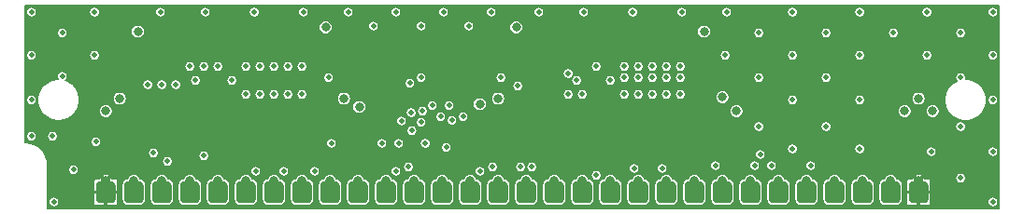
<source format=gbl>
G04 #@! TF.GenerationSoftware,KiCad,Pcbnew,(5.1.5-0-10_14)*
G04 #@! TF.CreationDate,2020-05-15T16:43:25-04:00*
G04 #@! TF.ProjectId,simm-30-4mb,73696d6d-2d33-4302-9d34-6d622e6b6963,rev?*
G04 #@! TF.SameCoordinates,Original*
G04 #@! TF.FileFunction,Copper,L4,Bot*
G04 #@! TF.FilePolarity,Positive*
%FSLAX46Y46*%
G04 Gerber Fmt 4.6, Leading zero omitted, Abs format (unit mm)*
G04 Created by KiCad (PCBNEW (5.1.5-0-10_14)) date 2020-05-15 16:43:25*
%MOMM*%
%LPD*%
G04 APERTURE LIST*
%ADD10C,0.800000*%
%ADD11C,0.100000*%
%ADD12C,0.508000*%
%ADD13C,1.000000*%
%ADD14C,0.152400*%
G04 APERTURE END LIST*
D10*
X157480000Y-98806000D03*
X154940000Y-98806000D03*
X129540000Y-98806000D03*
X144780000Y-98806000D03*
X139700000Y-98806000D03*
X142240000Y-98806000D03*
X137160000Y-98806000D03*
X132080000Y-98806000D03*
X134620000Y-98806000D03*
X152400000Y-98806000D03*
X147320000Y-98806000D03*
X149860000Y-98806000D03*
X127000000Y-98806000D03*
X121920000Y-98806000D03*
X124460000Y-98806000D03*
X119380000Y-98806000D03*
X114300000Y-98806000D03*
X116840000Y-98806000D03*
X111760000Y-98806000D03*
X106680000Y-98806000D03*
X109220000Y-98806000D03*
X101600000Y-98806000D03*
X104140000Y-98806000D03*
X99060000Y-98806000D03*
X96520000Y-98806000D03*
X91440000Y-98806000D03*
X93980000Y-98806000D03*
X83820000Y-98806000D03*
X86360000Y-98806000D03*
X88900000Y-98806000D03*
G04 #@! TA.AperFunction,SMDPad,CuDef*
D11*
G36*
X157968069Y-98808140D02*
G01*
X158011218Y-98814541D01*
X158053532Y-98825140D01*
X158094603Y-98839836D01*
X158134036Y-98858486D01*
X158171451Y-98880912D01*
X158206488Y-98906897D01*
X158238809Y-98936191D01*
X158268103Y-98968512D01*
X158294088Y-99003549D01*
X158316514Y-99040964D01*
X158335164Y-99080397D01*
X158349860Y-99121468D01*
X158360459Y-99163782D01*
X158366860Y-99206931D01*
X158369000Y-99250500D01*
X158369000Y-100393500D01*
X158366860Y-100437069D01*
X158360459Y-100480218D01*
X158349860Y-100522532D01*
X158335164Y-100563603D01*
X158316514Y-100603036D01*
X158294088Y-100640451D01*
X158268103Y-100675488D01*
X158238809Y-100707809D01*
X158206488Y-100737103D01*
X158171451Y-100763088D01*
X158134036Y-100785514D01*
X158094603Y-100804164D01*
X158053532Y-100818860D01*
X158011218Y-100829459D01*
X157968069Y-100835860D01*
X157924500Y-100838000D01*
X157035500Y-100838000D01*
X156991931Y-100835860D01*
X156948782Y-100829459D01*
X156906468Y-100818860D01*
X156865397Y-100804164D01*
X156825964Y-100785514D01*
X156788549Y-100763088D01*
X156753512Y-100737103D01*
X156721191Y-100707809D01*
X156691897Y-100675488D01*
X156665912Y-100640451D01*
X156643486Y-100603036D01*
X156624836Y-100563603D01*
X156610140Y-100522532D01*
X156599541Y-100480218D01*
X156593140Y-100437069D01*
X156591000Y-100393500D01*
X156591000Y-99250500D01*
X156593140Y-99206931D01*
X156599541Y-99163782D01*
X156610140Y-99121468D01*
X156624836Y-99080397D01*
X156643486Y-99040964D01*
X156665912Y-99003549D01*
X156691897Y-98968512D01*
X156721191Y-98936191D01*
X156753512Y-98906897D01*
X156788549Y-98880912D01*
X156825964Y-98858486D01*
X156865397Y-98839836D01*
X156906468Y-98825140D01*
X156948782Y-98814541D01*
X156991931Y-98808140D01*
X157035500Y-98806000D01*
X157924500Y-98806000D01*
X157968069Y-98808140D01*
G37*
G04 #@! TD.AperFunction*
G04 #@! TA.AperFunction,SMDPad,CuDef*
G36*
X155428069Y-98808140D02*
G01*
X155471218Y-98814541D01*
X155513532Y-98825140D01*
X155554603Y-98839836D01*
X155594036Y-98858486D01*
X155631451Y-98880912D01*
X155666488Y-98906897D01*
X155698809Y-98936191D01*
X155728103Y-98968512D01*
X155754088Y-99003549D01*
X155776514Y-99040964D01*
X155795164Y-99080397D01*
X155809860Y-99121468D01*
X155820459Y-99163782D01*
X155826860Y-99206931D01*
X155829000Y-99250500D01*
X155829000Y-100393500D01*
X155826860Y-100437069D01*
X155820459Y-100480218D01*
X155809860Y-100522532D01*
X155795164Y-100563603D01*
X155776514Y-100603036D01*
X155754088Y-100640451D01*
X155728103Y-100675488D01*
X155698809Y-100707809D01*
X155666488Y-100737103D01*
X155631451Y-100763088D01*
X155594036Y-100785514D01*
X155554603Y-100804164D01*
X155513532Y-100818860D01*
X155471218Y-100829459D01*
X155428069Y-100835860D01*
X155384500Y-100838000D01*
X154495500Y-100838000D01*
X154451931Y-100835860D01*
X154408782Y-100829459D01*
X154366468Y-100818860D01*
X154325397Y-100804164D01*
X154285964Y-100785514D01*
X154248549Y-100763088D01*
X154213512Y-100737103D01*
X154181191Y-100707809D01*
X154151897Y-100675488D01*
X154125912Y-100640451D01*
X154103486Y-100603036D01*
X154084836Y-100563603D01*
X154070140Y-100522532D01*
X154059541Y-100480218D01*
X154053140Y-100437069D01*
X154051000Y-100393500D01*
X154051000Y-99250500D01*
X154053140Y-99206931D01*
X154059541Y-99163782D01*
X154070140Y-99121468D01*
X154084836Y-99080397D01*
X154103486Y-99040964D01*
X154125912Y-99003549D01*
X154151897Y-98968512D01*
X154181191Y-98936191D01*
X154213512Y-98906897D01*
X154248549Y-98880912D01*
X154285964Y-98858486D01*
X154325397Y-98839836D01*
X154366468Y-98825140D01*
X154408782Y-98814541D01*
X154451931Y-98808140D01*
X154495500Y-98806000D01*
X155384500Y-98806000D01*
X155428069Y-98808140D01*
G37*
G04 #@! TD.AperFunction*
G04 #@! TA.AperFunction,SMDPad,CuDef*
G36*
X152888069Y-98808140D02*
G01*
X152931218Y-98814541D01*
X152973532Y-98825140D01*
X153014603Y-98839836D01*
X153054036Y-98858486D01*
X153091451Y-98880912D01*
X153126488Y-98906897D01*
X153158809Y-98936191D01*
X153188103Y-98968512D01*
X153214088Y-99003549D01*
X153236514Y-99040964D01*
X153255164Y-99080397D01*
X153269860Y-99121468D01*
X153280459Y-99163782D01*
X153286860Y-99206931D01*
X153289000Y-99250500D01*
X153289000Y-100393500D01*
X153286860Y-100437069D01*
X153280459Y-100480218D01*
X153269860Y-100522532D01*
X153255164Y-100563603D01*
X153236514Y-100603036D01*
X153214088Y-100640451D01*
X153188103Y-100675488D01*
X153158809Y-100707809D01*
X153126488Y-100737103D01*
X153091451Y-100763088D01*
X153054036Y-100785514D01*
X153014603Y-100804164D01*
X152973532Y-100818860D01*
X152931218Y-100829459D01*
X152888069Y-100835860D01*
X152844500Y-100838000D01*
X151955500Y-100838000D01*
X151911931Y-100835860D01*
X151868782Y-100829459D01*
X151826468Y-100818860D01*
X151785397Y-100804164D01*
X151745964Y-100785514D01*
X151708549Y-100763088D01*
X151673512Y-100737103D01*
X151641191Y-100707809D01*
X151611897Y-100675488D01*
X151585912Y-100640451D01*
X151563486Y-100603036D01*
X151544836Y-100563603D01*
X151530140Y-100522532D01*
X151519541Y-100480218D01*
X151513140Y-100437069D01*
X151511000Y-100393500D01*
X151511000Y-99250500D01*
X151513140Y-99206931D01*
X151519541Y-99163782D01*
X151530140Y-99121468D01*
X151544836Y-99080397D01*
X151563486Y-99040964D01*
X151585912Y-99003549D01*
X151611897Y-98968512D01*
X151641191Y-98936191D01*
X151673512Y-98906897D01*
X151708549Y-98880912D01*
X151745964Y-98858486D01*
X151785397Y-98839836D01*
X151826468Y-98825140D01*
X151868782Y-98814541D01*
X151911931Y-98808140D01*
X151955500Y-98806000D01*
X152844500Y-98806000D01*
X152888069Y-98808140D01*
G37*
G04 #@! TD.AperFunction*
G04 #@! TA.AperFunction,SMDPad,CuDef*
G36*
X150348069Y-98808140D02*
G01*
X150391218Y-98814541D01*
X150433532Y-98825140D01*
X150474603Y-98839836D01*
X150514036Y-98858486D01*
X150551451Y-98880912D01*
X150586488Y-98906897D01*
X150618809Y-98936191D01*
X150648103Y-98968512D01*
X150674088Y-99003549D01*
X150696514Y-99040964D01*
X150715164Y-99080397D01*
X150729860Y-99121468D01*
X150740459Y-99163782D01*
X150746860Y-99206931D01*
X150749000Y-99250500D01*
X150749000Y-100393500D01*
X150746860Y-100437069D01*
X150740459Y-100480218D01*
X150729860Y-100522532D01*
X150715164Y-100563603D01*
X150696514Y-100603036D01*
X150674088Y-100640451D01*
X150648103Y-100675488D01*
X150618809Y-100707809D01*
X150586488Y-100737103D01*
X150551451Y-100763088D01*
X150514036Y-100785514D01*
X150474603Y-100804164D01*
X150433532Y-100818860D01*
X150391218Y-100829459D01*
X150348069Y-100835860D01*
X150304500Y-100838000D01*
X149415500Y-100838000D01*
X149371931Y-100835860D01*
X149328782Y-100829459D01*
X149286468Y-100818860D01*
X149245397Y-100804164D01*
X149205964Y-100785514D01*
X149168549Y-100763088D01*
X149133512Y-100737103D01*
X149101191Y-100707809D01*
X149071897Y-100675488D01*
X149045912Y-100640451D01*
X149023486Y-100603036D01*
X149004836Y-100563603D01*
X148990140Y-100522532D01*
X148979541Y-100480218D01*
X148973140Y-100437069D01*
X148971000Y-100393500D01*
X148971000Y-99250500D01*
X148973140Y-99206931D01*
X148979541Y-99163782D01*
X148990140Y-99121468D01*
X149004836Y-99080397D01*
X149023486Y-99040964D01*
X149045912Y-99003549D01*
X149071897Y-98968512D01*
X149101191Y-98936191D01*
X149133512Y-98906897D01*
X149168549Y-98880912D01*
X149205964Y-98858486D01*
X149245397Y-98839836D01*
X149286468Y-98825140D01*
X149328782Y-98814541D01*
X149371931Y-98808140D01*
X149415500Y-98806000D01*
X150304500Y-98806000D01*
X150348069Y-98808140D01*
G37*
G04 #@! TD.AperFunction*
G04 #@! TA.AperFunction,SMDPad,CuDef*
G36*
X147808069Y-98808140D02*
G01*
X147851218Y-98814541D01*
X147893532Y-98825140D01*
X147934603Y-98839836D01*
X147974036Y-98858486D01*
X148011451Y-98880912D01*
X148046488Y-98906897D01*
X148078809Y-98936191D01*
X148108103Y-98968512D01*
X148134088Y-99003549D01*
X148156514Y-99040964D01*
X148175164Y-99080397D01*
X148189860Y-99121468D01*
X148200459Y-99163782D01*
X148206860Y-99206931D01*
X148209000Y-99250500D01*
X148209000Y-100393500D01*
X148206860Y-100437069D01*
X148200459Y-100480218D01*
X148189860Y-100522532D01*
X148175164Y-100563603D01*
X148156514Y-100603036D01*
X148134088Y-100640451D01*
X148108103Y-100675488D01*
X148078809Y-100707809D01*
X148046488Y-100737103D01*
X148011451Y-100763088D01*
X147974036Y-100785514D01*
X147934603Y-100804164D01*
X147893532Y-100818860D01*
X147851218Y-100829459D01*
X147808069Y-100835860D01*
X147764500Y-100838000D01*
X146875500Y-100838000D01*
X146831931Y-100835860D01*
X146788782Y-100829459D01*
X146746468Y-100818860D01*
X146705397Y-100804164D01*
X146665964Y-100785514D01*
X146628549Y-100763088D01*
X146593512Y-100737103D01*
X146561191Y-100707809D01*
X146531897Y-100675488D01*
X146505912Y-100640451D01*
X146483486Y-100603036D01*
X146464836Y-100563603D01*
X146450140Y-100522532D01*
X146439541Y-100480218D01*
X146433140Y-100437069D01*
X146431000Y-100393500D01*
X146431000Y-99250500D01*
X146433140Y-99206931D01*
X146439541Y-99163782D01*
X146450140Y-99121468D01*
X146464836Y-99080397D01*
X146483486Y-99040964D01*
X146505912Y-99003549D01*
X146531897Y-98968512D01*
X146561191Y-98936191D01*
X146593512Y-98906897D01*
X146628549Y-98880912D01*
X146665964Y-98858486D01*
X146705397Y-98839836D01*
X146746468Y-98825140D01*
X146788782Y-98814541D01*
X146831931Y-98808140D01*
X146875500Y-98806000D01*
X147764500Y-98806000D01*
X147808069Y-98808140D01*
G37*
G04 #@! TD.AperFunction*
G04 #@! TA.AperFunction,SMDPad,CuDef*
G36*
X145268069Y-98808140D02*
G01*
X145311218Y-98814541D01*
X145353532Y-98825140D01*
X145394603Y-98839836D01*
X145434036Y-98858486D01*
X145471451Y-98880912D01*
X145506488Y-98906897D01*
X145538809Y-98936191D01*
X145568103Y-98968512D01*
X145594088Y-99003549D01*
X145616514Y-99040964D01*
X145635164Y-99080397D01*
X145649860Y-99121468D01*
X145660459Y-99163782D01*
X145666860Y-99206931D01*
X145669000Y-99250500D01*
X145669000Y-100393500D01*
X145666860Y-100437069D01*
X145660459Y-100480218D01*
X145649860Y-100522532D01*
X145635164Y-100563603D01*
X145616514Y-100603036D01*
X145594088Y-100640451D01*
X145568103Y-100675488D01*
X145538809Y-100707809D01*
X145506488Y-100737103D01*
X145471451Y-100763088D01*
X145434036Y-100785514D01*
X145394603Y-100804164D01*
X145353532Y-100818860D01*
X145311218Y-100829459D01*
X145268069Y-100835860D01*
X145224500Y-100838000D01*
X144335500Y-100838000D01*
X144291931Y-100835860D01*
X144248782Y-100829459D01*
X144206468Y-100818860D01*
X144165397Y-100804164D01*
X144125964Y-100785514D01*
X144088549Y-100763088D01*
X144053512Y-100737103D01*
X144021191Y-100707809D01*
X143991897Y-100675488D01*
X143965912Y-100640451D01*
X143943486Y-100603036D01*
X143924836Y-100563603D01*
X143910140Y-100522532D01*
X143899541Y-100480218D01*
X143893140Y-100437069D01*
X143891000Y-100393500D01*
X143891000Y-99250500D01*
X143893140Y-99206931D01*
X143899541Y-99163782D01*
X143910140Y-99121468D01*
X143924836Y-99080397D01*
X143943486Y-99040964D01*
X143965912Y-99003549D01*
X143991897Y-98968512D01*
X144021191Y-98936191D01*
X144053512Y-98906897D01*
X144088549Y-98880912D01*
X144125964Y-98858486D01*
X144165397Y-98839836D01*
X144206468Y-98825140D01*
X144248782Y-98814541D01*
X144291931Y-98808140D01*
X144335500Y-98806000D01*
X145224500Y-98806000D01*
X145268069Y-98808140D01*
G37*
G04 #@! TD.AperFunction*
G04 #@! TA.AperFunction,SMDPad,CuDef*
G36*
X142728069Y-98808140D02*
G01*
X142771218Y-98814541D01*
X142813532Y-98825140D01*
X142854603Y-98839836D01*
X142894036Y-98858486D01*
X142931451Y-98880912D01*
X142966488Y-98906897D01*
X142998809Y-98936191D01*
X143028103Y-98968512D01*
X143054088Y-99003549D01*
X143076514Y-99040964D01*
X143095164Y-99080397D01*
X143109860Y-99121468D01*
X143120459Y-99163782D01*
X143126860Y-99206931D01*
X143129000Y-99250500D01*
X143129000Y-100393500D01*
X143126860Y-100437069D01*
X143120459Y-100480218D01*
X143109860Y-100522532D01*
X143095164Y-100563603D01*
X143076514Y-100603036D01*
X143054088Y-100640451D01*
X143028103Y-100675488D01*
X142998809Y-100707809D01*
X142966488Y-100737103D01*
X142931451Y-100763088D01*
X142894036Y-100785514D01*
X142854603Y-100804164D01*
X142813532Y-100818860D01*
X142771218Y-100829459D01*
X142728069Y-100835860D01*
X142684500Y-100838000D01*
X141795500Y-100838000D01*
X141751931Y-100835860D01*
X141708782Y-100829459D01*
X141666468Y-100818860D01*
X141625397Y-100804164D01*
X141585964Y-100785514D01*
X141548549Y-100763088D01*
X141513512Y-100737103D01*
X141481191Y-100707809D01*
X141451897Y-100675488D01*
X141425912Y-100640451D01*
X141403486Y-100603036D01*
X141384836Y-100563603D01*
X141370140Y-100522532D01*
X141359541Y-100480218D01*
X141353140Y-100437069D01*
X141351000Y-100393500D01*
X141351000Y-99250500D01*
X141353140Y-99206931D01*
X141359541Y-99163782D01*
X141370140Y-99121468D01*
X141384836Y-99080397D01*
X141403486Y-99040964D01*
X141425912Y-99003549D01*
X141451897Y-98968512D01*
X141481191Y-98936191D01*
X141513512Y-98906897D01*
X141548549Y-98880912D01*
X141585964Y-98858486D01*
X141625397Y-98839836D01*
X141666468Y-98825140D01*
X141708782Y-98814541D01*
X141751931Y-98808140D01*
X141795500Y-98806000D01*
X142684500Y-98806000D01*
X142728069Y-98808140D01*
G37*
G04 #@! TD.AperFunction*
G04 #@! TA.AperFunction,SMDPad,CuDef*
G36*
X140188069Y-98808140D02*
G01*
X140231218Y-98814541D01*
X140273532Y-98825140D01*
X140314603Y-98839836D01*
X140354036Y-98858486D01*
X140391451Y-98880912D01*
X140426488Y-98906897D01*
X140458809Y-98936191D01*
X140488103Y-98968512D01*
X140514088Y-99003549D01*
X140536514Y-99040964D01*
X140555164Y-99080397D01*
X140569860Y-99121468D01*
X140580459Y-99163782D01*
X140586860Y-99206931D01*
X140589000Y-99250500D01*
X140589000Y-100393500D01*
X140586860Y-100437069D01*
X140580459Y-100480218D01*
X140569860Y-100522532D01*
X140555164Y-100563603D01*
X140536514Y-100603036D01*
X140514088Y-100640451D01*
X140488103Y-100675488D01*
X140458809Y-100707809D01*
X140426488Y-100737103D01*
X140391451Y-100763088D01*
X140354036Y-100785514D01*
X140314603Y-100804164D01*
X140273532Y-100818860D01*
X140231218Y-100829459D01*
X140188069Y-100835860D01*
X140144500Y-100838000D01*
X139255500Y-100838000D01*
X139211931Y-100835860D01*
X139168782Y-100829459D01*
X139126468Y-100818860D01*
X139085397Y-100804164D01*
X139045964Y-100785514D01*
X139008549Y-100763088D01*
X138973512Y-100737103D01*
X138941191Y-100707809D01*
X138911897Y-100675488D01*
X138885912Y-100640451D01*
X138863486Y-100603036D01*
X138844836Y-100563603D01*
X138830140Y-100522532D01*
X138819541Y-100480218D01*
X138813140Y-100437069D01*
X138811000Y-100393500D01*
X138811000Y-99250500D01*
X138813140Y-99206931D01*
X138819541Y-99163782D01*
X138830140Y-99121468D01*
X138844836Y-99080397D01*
X138863486Y-99040964D01*
X138885912Y-99003549D01*
X138911897Y-98968512D01*
X138941191Y-98936191D01*
X138973512Y-98906897D01*
X139008549Y-98880912D01*
X139045964Y-98858486D01*
X139085397Y-98839836D01*
X139126468Y-98825140D01*
X139168782Y-98814541D01*
X139211931Y-98808140D01*
X139255500Y-98806000D01*
X140144500Y-98806000D01*
X140188069Y-98808140D01*
G37*
G04 #@! TD.AperFunction*
G04 #@! TA.AperFunction,SMDPad,CuDef*
G36*
X137648069Y-98808140D02*
G01*
X137691218Y-98814541D01*
X137733532Y-98825140D01*
X137774603Y-98839836D01*
X137814036Y-98858486D01*
X137851451Y-98880912D01*
X137886488Y-98906897D01*
X137918809Y-98936191D01*
X137948103Y-98968512D01*
X137974088Y-99003549D01*
X137996514Y-99040964D01*
X138015164Y-99080397D01*
X138029860Y-99121468D01*
X138040459Y-99163782D01*
X138046860Y-99206931D01*
X138049000Y-99250500D01*
X138049000Y-100393500D01*
X138046860Y-100437069D01*
X138040459Y-100480218D01*
X138029860Y-100522532D01*
X138015164Y-100563603D01*
X137996514Y-100603036D01*
X137974088Y-100640451D01*
X137948103Y-100675488D01*
X137918809Y-100707809D01*
X137886488Y-100737103D01*
X137851451Y-100763088D01*
X137814036Y-100785514D01*
X137774603Y-100804164D01*
X137733532Y-100818860D01*
X137691218Y-100829459D01*
X137648069Y-100835860D01*
X137604500Y-100838000D01*
X136715500Y-100838000D01*
X136671931Y-100835860D01*
X136628782Y-100829459D01*
X136586468Y-100818860D01*
X136545397Y-100804164D01*
X136505964Y-100785514D01*
X136468549Y-100763088D01*
X136433512Y-100737103D01*
X136401191Y-100707809D01*
X136371897Y-100675488D01*
X136345912Y-100640451D01*
X136323486Y-100603036D01*
X136304836Y-100563603D01*
X136290140Y-100522532D01*
X136279541Y-100480218D01*
X136273140Y-100437069D01*
X136271000Y-100393500D01*
X136271000Y-99250500D01*
X136273140Y-99206931D01*
X136279541Y-99163782D01*
X136290140Y-99121468D01*
X136304836Y-99080397D01*
X136323486Y-99040964D01*
X136345912Y-99003549D01*
X136371897Y-98968512D01*
X136401191Y-98936191D01*
X136433512Y-98906897D01*
X136468549Y-98880912D01*
X136505964Y-98858486D01*
X136545397Y-98839836D01*
X136586468Y-98825140D01*
X136628782Y-98814541D01*
X136671931Y-98808140D01*
X136715500Y-98806000D01*
X137604500Y-98806000D01*
X137648069Y-98808140D01*
G37*
G04 #@! TD.AperFunction*
G04 #@! TA.AperFunction,SMDPad,CuDef*
G36*
X135108069Y-98808140D02*
G01*
X135151218Y-98814541D01*
X135193532Y-98825140D01*
X135234603Y-98839836D01*
X135274036Y-98858486D01*
X135311451Y-98880912D01*
X135346488Y-98906897D01*
X135378809Y-98936191D01*
X135408103Y-98968512D01*
X135434088Y-99003549D01*
X135456514Y-99040964D01*
X135475164Y-99080397D01*
X135489860Y-99121468D01*
X135500459Y-99163782D01*
X135506860Y-99206931D01*
X135509000Y-99250500D01*
X135509000Y-100393500D01*
X135506860Y-100437069D01*
X135500459Y-100480218D01*
X135489860Y-100522532D01*
X135475164Y-100563603D01*
X135456514Y-100603036D01*
X135434088Y-100640451D01*
X135408103Y-100675488D01*
X135378809Y-100707809D01*
X135346488Y-100737103D01*
X135311451Y-100763088D01*
X135274036Y-100785514D01*
X135234603Y-100804164D01*
X135193532Y-100818860D01*
X135151218Y-100829459D01*
X135108069Y-100835860D01*
X135064500Y-100838000D01*
X134175500Y-100838000D01*
X134131931Y-100835860D01*
X134088782Y-100829459D01*
X134046468Y-100818860D01*
X134005397Y-100804164D01*
X133965964Y-100785514D01*
X133928549Y-100763088D01*
X133893512Y-100737103D01*
X133861191Y-100707809D01*
X133831897Y-100675488D01*
X133805912Y-100640451D01*
X133783486Y-100603036D01*
X133764836Y-100563603D01*
X133750140Y-100522532D01*
X133739541Y-100480218D01*
X133733140Y-100437069D01*
X133731000Y-100393500D01*
X133731000Y-99250500D01*
X133733140Y-99206931D01*
X133739541Y-99163782D01*
X133750140Y-99121468D01*
X133764836Y-99080397D01*
X133783486Y-99040964D01*
X133805912Y-99003549D01*
X133831897Y-98968512D01*
X133861191Y-98936191D01*
X133893512Y-98906897D01*
X133928549Y-98880912D01*
X133965964Y-98858486D01*
X134005397Y-98839836D01*
X134046468Y-98825140D01*
X134088782Y-98814541D01*
X134131931Y-98808140D01*
X134175500Y-98806000D01*
X135064500Y-98806000D01*
X135108069Y-98808140D01*
G37*
G04 #@! TD.AperFunction*
G04 #@! TA.AperFunction,SMDPad,CuDef*
G36*
X132568069Y-98808140D02*
G01*
X132611218Y-98814541D01*
X132653532Y-98825140D01*
X132694603Y-98839836D01*
X132734036Y-98858486D01*
X132771451Y-98880912D01*
X132806488Y-98906897D01*
X132838809Y-98936191D01*
X132868103Y-98968512D01*
X132894088Y-99003549D01*
X132916514Y-99040964D01*
X132935164Y-99080397D01*
X132949860Y-99121468D01*
X132960459Y-99163782D01*
X132966860Y-99206931D01*
X132969000Y-99250500D01*
X132969000Y-100393500D01*
X132966860Y-100437069D01*
X132960459Y-100480218D01*
X132949860Y-100522532D01*
X132935164Y-100563603D01*
X132916514Y-100603036D01*
X132894088Y-100640451D01*
X132868103Y-100675488D01*
X132838809Y-100707809D01*
X132806488Y-100737103D01*
X132771451Y-100763088D01*
X132734036Y-100785514D01*
X132694603Y-100804164D01*
X132653532Y-100818860D01*
X132611218Y-100829459D01*
X132568069Y-100835860D01*
X132524500Y-100838000D01*
X131635500Y-100838000D01*
X131591931Y-100835860D01*
X131548782Y-100829459D01*
X131506468Y-100818860D01*
X131465397Y-100804164D01*
X131425964Y-100785514D01*
X131388549Y-100763088D01*
X131353512Y-100737103D01*
X131321191Y-100707809D01*
X131291897Y-100675488D01*
X131265912Y-100640451D01*
X131243486Y-100603036D01*
X131224836Y-100563603D01*
X131210140Y-100522532D01*
X131199541Y-100480218D01*
X131193140Y-100437069D01*
X131191000Y-100393500D01*
X131191000Y-99250500D01*
X131193140Y-99206931D01*
X131199541Y-99163782D01*
X131210140Y-99121468D01*
X131224836Y-99080397D01*
X131243486Y-99040964D01*
X131265912Y-99003549D01*
X131291897Y-98968512D01*
X131321191Y-98936191D01*
X131353512Y-98906897D01*
X131388549Y-98880912D01*
X131425964Y-98858486D01*
X131465397Y-98839836D01*
X131506468Y-98825140D01*
X131548782Y-98814541D01*
X131591931Y-98808140D01*
X131635500Y-98806000D01*
X132524500Y-98806000D01*
X132568069Y-98808140D01*
G37*
G04 #@! TD.AperFunction*
G04 #@! TA.AperFunction,SMDPad,CuDef*
G36*
X130028069Y-98808140D02*
G01*
X130071218Y-98814541D01*
X130113532Y-98825140D01*
X130154603Y-98839836D01*
X130194036Y-98858486D01*
X130231451Y-98880912D01*
X130266488Y-98906897D01*
X130298809Y-98936191D01*
X130328103Y-98968512D01*
X130354088Y-99003549D01*
X130376514Y-99040964D01*
X130395164Y-99080397D01*
X130409860Y-99121468D01*
X130420459Y-99163782D01*
X130426860Y-99206931D01*
X130429000Y-99250500D01*
X130429000Y-100393500D01*
X130426860Y-100437069D01*
X130420459Y-100480218D01*
X130409860Y-100522532D01*
X130395164Y-100563603D01*
X130376514Y-100603036D01*
X130354088Y-100640451D01*
X130328103Y-100675488D01*
X130298809Y-100707809D01*
X130266488Y-100737103D01*
X130231451Y-100763088D01*
X130194036Y-100785514D01*
X130154603Y-100804164D01*
X130113532Y-100818860D01*
X130071218Y-100829459D01*
X130028069Y-100835860D01*
X129984500Y-100838000D01*
X129095500Y-100838000D01*
X129051931Y-100835860D01*
X129008782Y-100829459D01*
X128966468Y-100818860D01*
X128925397Y-100804164D01*
X128885964Y-100785514D01*
X128848549Y-100763088D01*
X128813512Y-100737103D01*
X128781191Y-100707809D01*
X128751897Y-100675488D01*
X128725912Y-100640451D01*
X128703486Y-100603036D01*
X128684836Y-100563603D01*
X128670140Y-100522532D01*
X128659541Y-100480218D01*
X128653140Y-100437069D01*
X128651000Y-100393500D01*
X128651000Y-99250500D01*
X128653140Y-99206931D01*
X128659541Y-99163782D01*
X128670140Y-99121468D01*
X128684836Y-99080397D01*
X128703486Y-99040964D01*
X128725912Y-99003549D01*
X128751897Y-98968512D01*
X128781191Y-98936191D01*
X128813512Y-98906897D01*
X128848549Y-98880912D01*
X128885964Y-98858486D01*
X128925397Y-98839836D01*
X128966468Y-98825140D01*
X129008782Y-98814541D01*
X129051931Y-98808140D01*
X129095500Y-98806000D01*
X129984500Y-98806000D01*
X130028069Y-98808140D01*
G37*
G04 #@! TD.AperFunction*
G04 #@! TA.AperFunction,SMDPad,CuDef*
G36*
X127488069Y-98808140D02*
G01*
X127531218Y-98814541D01*
X127573532Y-98825140D01*
X127614603Y-98839836D01*
X127654036Y-98858486D01*
X127691451Y-98880912D01*
X127726488Y-98906897D01*
X127758809Y-98936191D01*
X127788103Y-98968512D01*
X127814088Y-99003549D01*
X127836514Y-99040964D01*
X127855164Y-99080397D01*
X127869860Y-99121468D01*
X127880459Y-99163782D01*
X127886860Y-99206931D01*
X127889000Y-99250500D01*
X127889000Y-100393500D01*
X127886860Y-100437069D01*
X127880459Y-100480218D01*
X127869860Y-100522532D01*
X127855164Y-100563603D01*
X127836514Y-100603036D01*
X127814088Y-100640451D01*
X127788103Y-100675488D01*
X127758809Y-100707809D01*
X127726488Y-100737103D01*
X127691451Y-100763088D01*
X127654036Y-100785514D01*
X127614603Y-100804164D01*
X127573532Y-100818860D01*
X127531218Y-100829459D01*
X127488069Y-100835860D01*
X127444500Y-100838000D01*
X126555500Y-100838000D01*
X126511931Y-100835860D01*
X126468782Y-100829459D01*
X126426468Y-100818860D01*
X126385397Y-100804164D01*
X126345964Y-100785514D01*
X126308549Y-100763088D01*
X126273512Y-100737103D01*
X126241191Y-100707809D01*
X126211897Y-100675488D01*
X126185912Y-100640451D01*
X126163486Y-100603036D01*
X126144836Y-100563603D01*
X126130140Y-100522532D01*
X126119541Y-100480218D01*
X126113140Y-100437069D01*
X126111000Y-100393500D01*
X126111000Y-99250500D01*
X126113140Y-99206931D01*
X126119541Y-99163782D01*
X126130140Y-99121468D01*
X126144836Y-99080397D01*
X126163486Y-99040964D01*
X126185912Y-99003549D01*
X126211897Y-98968512D01*
X126241191Y-98936191D01*
X126273512Y-98906897D01*
X126308549Y-98880912D01*
X126345964Y-98858486D01*
X126385397Y-98839836D01*
X126426468Y-98825140D01*
X126468782Y-98814541D01*
X126511931Y-98808140D01*
X126555500Y-98806000D01*
X127444500Y-98806000D01*
X127488069Y-98808140D01*
G37*
G04 #@! TD.AperFunction*
G04 #@! TA.AperFunction,SMDPad,CuDef*
G36*
X124948069Y-98808140D02*
G01*
X124991218Y-98814541D01*
X125033532Y-98825140D01*
X125074603Y-98839836D01*
X125114036Y-98858486D01*
X125151451Y-98880912D01*
X125186488Y-98906897D01*
X125218809Y-98936191D01*
X125248103Y-98968512D01*
X125274088Y-99003549D01*
X125296514Y-99040964D01*
X125315164Y-99080397D01*
X125329860Y-99121468D01*
X125340459Y-99163782D01*
X125346860Y-99206931D01*
X125349000Y-99250500D01*
X125349000Y-100393500D01*
X125346860Y-100437069D01*
X125340459Y-100480218D01*
X125329860Y-100522532D01*
X125315164Y-100563603D01*
X125296514Y-100603036D01*
X125274088Y-100640451D01*
X125248103Y-100675488D01*
X125218809Y-100707809D01*
X125186488Y-100737103D01*
X125151451Y-100763088D01*
X125114036Y-100785514D01*
X125074603Y-100804164D01*
X125033532Y-100818860D01*
X124991218Y-100829459D01*
X124948069Y-100835860D01*
X124904500Y-100838000D01*
X124015500Y-100838000D01*
X123971931Y-100835860D01*
X123928782Y-100829459D01*
X123886468Y-100818860D01*
X123845397Y-100804164D01*
X123805964Y-100785514D01*
X123768549Y-100763088D01*
X123733512Y-100737103D01*
X123701191Y-100707809D01*
X123671897Y-100675488D01*
X123645912Y-100640451D01*
X123623486Y-100603036D01*
X123604836Y-100563603D01*
X123590140Y-100522532D01*
X123579541Y-100480218D01*
X123573140Y-100437069D01*
X123571000Y-100393500D01*
X123571000Y-99250500D01*
X123573140Y-99206931D01*
X123579541Y-99163782D01*
X123590140Y-99121468D01*
X123604836Y-99080397D01*
X123623486Y-99040964D01*
X123645912Y-99003549D01*
X123671897Y-98968512D01*
X123701191Y-98936191D01*
X123733512Y-98906897D01*
X123768549Y-98880912D01*
X123805964Y-98858486D01*
X123845397Y-98839836D01*
X123886468Y-98825140D01*
X123928782Y-98814541D01*
X123971931Y-98808140D01*
X124015500Y-98806000D01*
X124904500Y-98806000D01*
X124948069Y-98808140D01*
G37*
G04 #@! TD.AperFunction*
G04 #@! TA.AperFunction,SMDPad,CuDef*
G36*
X122408069Y-98808140D02*
G01*
X122451218Y-98814541D01*
X122493532Y-98825140D01*
X122534603Y-98839836D01*
X122574036Y-98858486D01*
X122611451Y-98880912D01*
X122646488Y-98906897D01*
X122678809Y-98936191D01*
X122708103Y-98968512D01*
X122734088Y-99003549D01*
X122756514Y-99040964D01*
X122775164Y-99080397D01*
X122789860Y-99121468D01*
X122800459Y-99163782D01*
X122806860Y-99206931D01*
X122809000Y-99250500D01*
X122809000Y-100393500D01*
X122806860Y-100437069D01*
X122800459Y-100480218D01*
X122789860Y-100522532D01*
X122775164Y-100563603D01*
X122756514Y-100603036D01*
X122734088Y-100640451D01*
X122708103Y-100675488D01*
X122678809Y-100707809D01*
X122646488Y-100737103D01*
X122611451Y-100763088D01*
X122574036Y-100785514D01*
X122534603Y-100804164D01*
X122493532Y-100818860D01*
X122451218Y-100829459D01*
X122408069Y-100835860D01*
X122364500Y-100838000D01*
X121475500Y-100838000D01*
X121431931Y-100835860D01*
X121388782Y-100829459D01*
X121346468Y-100818860D01*
X121305397Y-100804164D01*
X121265964Y-100785514D01*
X121228549Y-100763088D01*
X121193512Y-100737103D01*
X121161191Y-100707809D01*
X121131897Y-100675488D01*
X121105912Y-100640451D01*
X121083486Y-100603036D01*
X121064836Y-100563603D01*
X121050140Y-100522532D01*
X121039541Y-100480218D01*
X121033140Y-100437069D01*
X121031000Y-100393500D01*
X121031000Y-99250500D01*
X121033140Y-99206931D01*
X121039541Y-99163782D01*
X121050140Y-99121468D01*
X121064836Y-99080397D01*
X121083486Y-99040964D01*
X121105912Y-99003549D01*
X121131897Y-98968512D01*
X121161191Y-98936191D01*
X121193512Y-98906897D01*
X121228549Y-98880912D01*
X121265964Y-98858486D01*
X121305397Y-98839836D01*
X121346468Y-98825140D01*
X121388782Y-98814541D01*
X121431931Y-98808140D01*
X121475500Y-98806000D01*
X122364500Y-98806000D01*
X122408069Y-98808140D01*
G37*
G04 #@! TD.AperFunction*
G04 #@! TA.AperFunction,SMDPad,CuDef*
G36*
X119868069Y-98808140D02*
G01*
X119911218Y-98814541D01*
X119953532Y-98825140D01*
X119994603Y-98839836D01*
X120034036Y-98858486D01*
X120071451Y-98880912D01*
X120106488Y-98906897D01*
X120138809Y-98936191D01*
X120168103Y-98968512D01*
X120194088Y-99003549D01*
X120216514Y-99040964D01*
X120235164Y-99080397D01*
X120249860Y-99121468D01*
X120260459Y-99163782D01*
X120266860Y-99206931D01*
X120269000Y-99250500D01*
X120269000Y-100393500D01*
X120266860Y-100437069D01*
X120260459Y-100480218D01*
X120249860Y-100522532D01*
X120235164Y-100563603D01*
X120216514Y-100603036D01*
X120194088Y-100640451D01*
X120168103Y-100675488D01*
X120138809Y-100707809D01*
X120106488Y-100737103D01*
X120071451Y-100763088D01*
X120034036Y-100785514D01*
X119994603Y-100804164D01*
X119953532Y-100818860D01*
X119911218Y-100829459D01*
X119868069Y-100835860D01*
X119824500Y-100838000D01*
X118935500Y-100838000D01*
X118891931Y-100835860D01*
X118848782Y-100829459D01*
X118806468Y-100818860D01*
X118765397Y-100804164D01*
X118725964Y-100785514D01*
X118688549Y-100763088D01*
X118653512Y-100737103D01*
X118621191Y-100707809D01*
X118591897Y-100675488D01*
X118565912Y-100640451D01*
X118543486Y-100603036D01*
X118524836Y-100563603D01*
X118510140Y-100522532D01*
X118499541Y-100480218D01*
X118493140Y-100437069D01*
X118491000Y-100393500D01*
X118491000Y-99250500D01*
X118493140Y-99206931D01*
X118499541Y-99163782D01*
X118510140Y-99121468D01*
X118524836Y-99080397D01*
X118543486Y-99040964D01*
X118565912Y-99003549D01*
X118591897Y-98968512D01*
X118621191Y-98936191D01*
X118653512Y-98906897D01*
X118688549Y-98880912D01*
X118725964Y-98858486D01*
X118765397Y-98839836D01*
X118806468Y-98825140D01*
X118848782Y-98814541D01*
X118891931Y-98808140D01*
X118935500Y-98806000D01*
X119824500Y-98806000D01*
X119868069Y-98808140D01*
G37*
G04 #@! TD.AperFunction*
G04 #@! TA.AperFunction,SMDPad,CuDef*
G36*
X117328069Y-98808140D02*
G01*
X117371218Y-98814541D01*
X117413532Y-98825140D01*
X117454603Y-98839836D01*
X117494036Y-98858486D01*
X117531451Y-98880912D01*
X117566488Y-98906897D01*
X117598809Y-98936191D01*
X117628103Y-98968512D01*
X117654088Y-99003549D01*
X117676514Y-99040964D01*
X117695164Y-99080397D01*
X117709860Y-99121468D01*
X117720459Y-99163782D01*
X117726860Y-99206931D01*
X117729000Y-99250500D01*
X117729000Y-100393500D01*
X117726860Y-100437069D01*
X117720459Y-100480218D01*
X117709860Y-100522532D01*
X117695164Y-100563603D01*
X117676514Y-100603036D01*
X117654088Y-100640451D01*
X117628103Y-100675488D01*
X117598809Y-100707809D01*
X117566488Y-100737103D01*
X117531451Y-100763088D01*
X117494036Y-100785514D01*
X117454603Y-100804164D01*
X117413532Y-100818860D01*
X117371218Y-100829459D01*
X117328069Y-100835860D01*
X117284500Y-100838000D01*
X116395500Y-100838000D01*
X116351931Y-100835860D01*
X116308782Y-100829459D01*
X116266468Y-100818860D01*
X116225397Y-100804164D01*
X116185964Y-100785514D01*
X116148549Y-100763088D01*
X116113512Y-100737103D01*
X116081191Y-100707809D01*
X116051897Y-100675488D01*
X116025912Y-100640451D01*
X116003486Y-100603036D01*
X115984836Y-100563603D01*
X115970140Y-100522532D01*
X115959541Y-100480218D01*
X115953140Y-100437069D01*
X115951000Y-100393500D01*
X115951000Y-99250500D01*
X115953140Y-99206931D01*
X115959541Y-99163782D01*
X115970140Y-99121468D01*
X115984836Y-99080397D01*
X116003486Y-99040964D01*
X116025912Y-99003549D01*
X116051897Y-98968512D01*
X116081191Y-98936191D01*
X116113512Y-98906897D01*
X116148549Y-98880912D01*
X116185964Y-98858486D01*
X116225397Y-98839836D01*
X116266468Y-98825140D01*
X116308782Y-98814541D01*
X116351931Y-98808140D01*
X116395500Y-98806000D01*
X117284500Y-98806000D01*
X117328069Y-98808140D01*
G37*
G04 #@! TD.AperFunction*
G04 #@! TA.AperFunction,SMDPad,CuDef*
G36*
X114788069Y-98808140D02*
G01*
X114831218Y-98814541D01*
X114873532Y-98825140D01*
X114914603Y-98839836D01*
X114954036Y-98858486D01*
X114991451Y-98880912D01*
X115026488Y-98906897D01*
X115058809Y-98936191D01*
X115088103Y-98968512D01*
X115114088Y-99003549D01*
X115136514Y-99040964D01*
X115155164Y-99080397D01*
X115169860Y-99121468D01*
X115180459Y-99163782D01*
X115186860Y-99206931D01*
X115189000Y-99250500D01*
X115189000Y-100393500D01*
X115186860Y-100437069D01*
X115180459Y-100480218D01*
X115169860Y-100522532D01*
X115155164Y-100563603D01*
X115136514Y-100603036D01*
X115114088Y-100640451D01*
X115088103Y-100675488D01*
X115058809Y-100707809D01*
X115026488Y-100737103D01*
X114991451Y-100763088D01*
X114954036Y-100785514D01*
X114914603Y-100804164D01*
X114873532Y-100818860D01*
X114831218Y-100829459D01*
X114788069Y-100835860D01*
X114744500Y-100838000D01*
X113855500Y-100838000D01*
X113811931Y-100835860D01*
X113768782Y-100829459D01*
X113726468Y-100818860D01*
X113685397Y-100804164D01*
X113645964Y-100785514D01*
X113608549Y-100763088D01*
X113573512Y-100737103D01*
X113541191Y-100707809D01*
X113511897Y-100675488D01*
X113485912Y-100640451D01*
X113463486Y-100603036D01*
X113444836Y-100563603D01*
X113430140Y-100522532D01*
X113419541Y-100480218D01*
X113413140Y-100437069D01*
X113411000Y-100393500D01*
X113411000Y-99250500D01*
X113413140Y-99206931D01*
X113419541Y-99163782D01*
X113430140Y-99121468D01*
X113444836Y-99080397D01*
X113463486Y-99040964D01*
X113485912Y-99003549D01*
X113511897Y-98968512D01*
X113541191Y-98936191D01*
X113573512Y-98906897D01*
X113608549Y-98880912D01*
X113645964Y-98858486D01*
X113685397Y-98839836D01*
X113726468Y-98825140D01*
X113768782Y-98814541D01*
X113811931Y-98808140D01*
X113855500Y-98806000D01*
X114744500Y-98806000D01*
X114788069Y-98808140D01*
G37*
G04 #@! TD.AperFunction*
G04 #@! TA.AperFunction,SMDPad,CuDef*
G36*
X112248069Y-98808140D02*
G01*
X112291218Y-98814541D01*
X112333532Y-98825140D01*
X112374603Y-98839836D01*
X112414036Y-98858486D01*
X112451451Y-98880912D01*
X112486488Y-98906897D01*
X112518809Y-98936191D01*
X112548103Y-98968512D01*
X112574088Y-99003549D01*
X112596514Y-99040964D01*
X112615164Y-99080397D01*
X112629860Y-99121468D01*
X112640459Y-99163782D01*
X112646860Y-99206931D01*
X112649000Y-99250500D01*
X112649000Y-100393500D01*
X112646860Y-100437069D01*
X112640459Y-100480218D01*
X112629860Y-100522532D01*
X112615164Y-100563603D01*
X112596514Y-100603036D01*
X112574088Y-100640451D01*
X112548103Y-100675488D01*
X112518809Y-100707809D01*
X112486488Y-100737103D01*
X112451451Y-100763088D01*
X112414036Y-100785514D01*
X112374603Y-100804164D01*
X112333532Y-100818860D01*
X112291218Y-100829459D01*
X112248069Y-100835860D01*
X112204500Y-100838000D01*
X111315500Y-100838000D01*
X111271931Y-100835860D01*
X111228782Y-100829459D01*
X111186468Y-100818860D01*
X111145397Y-100804164D01*
X111105964Y-100785514D01*
X111068549Y-100763088D01*
X111033512Y-100737103D01*
X111001191Y-100707809D01*
X110971897Y-100675488D01*
X110945912Y-100640451D01*
X110923486Y-100603036D01*
X110904836Y-100563603D01*
X110890140Y-100522532D01*
X110879541Y-100480218D01*
X110873140Y-100437069D01*
X110871000Y-100393500D01*
X110871000Y-99250500D01*
X110873140Y-99206931D01*
X110879541Y-99163782D01*
X110890140Y-99121468D01*
X110904836Y-99080397D01*
X110923486Y-99040964D01*
X110945912Y-99003549D01*
X110971897Y-98968512D01*
X111001191Y-98936191D01*
X111033512Y-98906897D01*
X111068549Y-98880912D01*
X111105964Y-98858486D01*
X111145397Y-98839836D01*
X111186468Y-98825140D01*
X111228782Y-98814541D01*
X111271931Y-98808140D01*
X111315500Y-98806000D01*
X112204500Y-98806000D01*
X112248069Y-98808140D01*
G37*
G04 #@! TD.AperFunction*
G04 #@! TA.AperFunction,SMDPad,CuDef*
G36*
X109708069Y-98808140D02*
G01*
X109751218Y-98814541D01*
X109793532Y-98825140D01*
X109834603Y-98839836D01*
X109874036Y-98858486D01*
X109911451Y-98880912D01*
X109946488Y-98906897D01*
X109978809Y-98936191D01*
X110008103Y-98968512D01*
X110034088Y-99003549D01*
X110056514Y-99040964D01*
X110075164Y-99080397D01*
X110089860Y-99121468D01*
X110100459Y-99163782D01*
X110106860Y-99206931D01*
X110109000Y-99250500D01*
X110109000Y-100393500D01*
X110106860Y-100437069D01*
X110100459Y-100480218D01*
X110089860Y-100522532D01*
X110075164Y-100563603D01*
X110056514Y-100603036D01*
X110034088Y-100640451D01*
X110008103Y-100675488D01*
X109978809Y-100707809D01*
X109946488Y-100737103D01*
X109911451Y-100763088D01*
X109874036Y-100785514D01*
X109834603Y-100804164D01*
X109793532Y-100818860D01*
X109751218Y-100829459D01*
X109708069Y-100835860D01*
X109664500Y-100838000D01*
X108775500Y-100838000D01*
X108731931Y-100835860D01*
X108688782Y-100829459D01*
X108646468Y-100818860D01*
X108605397Y-100804164D01*
X108565964Y-100785514D01*
X108528549Y-100763088D01*
X108493512Y-100737103D01*
X108461191Y-100707809D01*
X108431897Y-100675488D01*
X108405912Y-100640451D01*
X108383486Y-100603036D01*
X108364836Y-100563603D01*
X108350140Y-100522532D01*
X108339541Y-100480218D01*
X108333140Y-100437069D01*
X108331000Y-100393500D01*
X108331000Y-99250500D01*
X108333140Y-99206931D01*
X108339541Y-99163782D01*
X108350140Y-99121468D01*
X108364836Y-99080397D01*
X108383486Y-99040964D01*
X108405912Y-99003549D01*
X108431897Y-98968512D01*
X108461191Y-98936191D01*
X108493512Y-98906897D01*
X108528549Y-98880912D01*
X108565964Y-98858486D01*
X108605397Y-98839836D01*
X108646468Y-98825140D01*
X108688782Y-98814541D01*
X108731931Y-98808140D01*
X108775500Y-98806000D01*
X109664500Y-98806000D01*
X109708069Y-98808140D01*
G37*
G04 #@! TD.AperFunction*
G04 #@! TA.AperFunction,SMDPad,CuDef*
G36*
X107168069Y-98808140D02*
G01*
X107211218Y-98814541D01*
X107253532Y-98825140D01*
X107294603Y-98839836D01*
X107334036Y-98858486D01*
X107371451Y-98880912D01*
X107406488Y-98906897D01*
X107438809Y-98936191D01*
X107468103Y-98968512D01*
X107494088Y-99003549D01*
X107516514Y-99040964D01*
X107535164Y-99080397D01*
X107549860Y-99121468D01*
X107560459Y-99163782D01*
X107566860Y-99206931D01*
X107569000Y-99250500D01*
X107569000Y-100393500D01*
X107566860Y-100437069D01*
X107560459Y-100480218D01*
X107549860Y-100522532D01*
X107535164Y-100563603D01*
X107516514Y-100603036D01*
X107494088Y-100640451D01*
X107468103Y-100675488D01*
X107438809Y-100707809D01*
X107406488Y-100737103D01*
X107371451Y-100763088D01*
X107334036Y-100785514D01*
X107294603Y-100804164D01*
X107253532Y-100818860D01*
X107211218Y-100829459D01*
X107168069Y-100835860D01*
X107124500Y-100838000D01*
X106235500Y-100838000D01*
X106191931Y-100835860D01*
X106148782Y-100829459D01*
X106106468Y-100818860D01*
X106065397Y-100804164D01*
X106025964Y-100785514D01*
X105988549Y-100763088D01*
X105953512Y-100737103D01*
X105921191Y-100707809D01*
X105891897Y-100675488D01*
X105865912Y-100640451D01*
X105843486Y-100603036D01*
X105824836Y-100563603D01*
X105810140Y-100522532D01*
X105799541Y-100480218D01*
X105793140Y-100437069D01*
X105791000Y-100393500D01*
X105791000Y-99250500D01*
X105793140Y-99206931D01*
X105799541Y-99163782D01*
X105810140Y-99121468D01*
X105824836Y-99080397D01*
X105843486Y-99040964D01*
X105865912Y-99003549D01*
X105891897Y-98968512D01*
X105921191Y-98936191D01*
X105953512Y-98906897D01*
X105988549Y-98880912D01*
X106025964Y-98858486D01*
X106065397Y-98839836D01*
X106106468Y-98825140D01*
X106148782Y-98814541D01*
X106191931Y-98808140D01*
X106235500Y-98806000D01*
X107124500Y-98806000D01*
X107168069Y-98808140D01*
G37*
G04 #@! TD.AperFunction*
G04 #@! TA.AperFunction,SMDPad,CuDef*
G36*
X104628069Y-98808140D02*
G01*
X104671218Y-98814541D01*
X104713532Y-98825140D01*
X104754603Y-98839836D01*
X104794036Y-98858486D01*
X104831451Y-98880912D01*
X104866488Y-98906897D01*
X104898809Y-98936191D01*
X104928103Y-98968512D01*
X104954088Y-99003549D01*
X104976514Y-99040964D01*
X104995164Y-99080397D01*
X105009860Y-99121468D01*
X105020459Y-99163782D01*
X105026860Y-99206931D01*
X105029000Y-99250500D01*
X105029000Y-100393500D01*
X105026860Y-100437069D01*
X105020459Y-100480218D01*
X105009860Y-100522532D01*
X104995164Y-100563603D01*
X104976514Y-100603036D01*
X104954088Y-100640451D01*
X104928103Y-100675488D01*
X104898809Y-100707809D01*
X104866488Y-100737103D01*
X104831451Y-100763088D01*
X104794036Y-100785514D01*
X104754603Y-100804164D01*
X104713532Y-100818860D01*
X104671218Y-100829459D01*
X104628069Y-100835860D01*
X104584500Y-100838000D01*
X103695500Y-100838000D01*
X103651931Y-100835860D01*
X103608782Y-100829459D01*
X103566468Y-100818860D01*
X103525397Y-100804164D01*
X103485964Y-100785514D01*
X103448549Y-100763088D01*
X103413512Y-100737103D01*
X103381191Y-100707809D01*
X103351897Y-100675488D01*
X103325912Y-100640451D01*
X103303486Y-100603036D01*
X103284836Y-100563603D01*
X103270140Y-100522532D01*
X103259541Y-100480218D01*
X103253140Y-100437069D01*
X103251000Y-100393500D01*
X103251000Y-99250500D01*
X103253140Y-99206931D01*
X103259541Y-99163782D01*
X103270140Y-99121468D01*
X103284836Y-99080397D01*
X103303486Y-99040964D01*
X103325912Y-99003549D01*
X103351897Y-98968512D01*
X103381191Y-98936191D01*
X103413512Y-98906897D01*
X103448549Y-98880912D01*
X103485964Y-98858486D01*
X103525397Y-98839836D01*
X103566468Y-98825140D01*
X103608782Y-98814541D01*
X103651931Y-98808140D01*
X103695500Y-98806000D01*
X104584500Y-98806000D01*
X104628069Y-98808140D01*
G37*
G04 #@! TD.AperFunction*
G04 #@! TA.AperFunction,SMDPad,CuDef*
G36*
X102088069Y-98808140D02*
G01*
X102131218Y-98814541D01*
X102173532Y-98825140D01*
X102214603Y-98839836D01*
X102254036Y-98858486D01*
X102291451Y-98880912D01*
X102326488Y-98906897D01*
X102358809Y-98936191D01*
X102388103Y-98968512D01*
X102414088Y-99003549D01*
X102436514Y-99040964D01*
X102455164Y-99080397D01*
X102469860Y-99121468D01*
X102480459Y-99163782D01*
X102486860Y-99206931D01*
X102489000Y-99250500D01*
X102489000Y-100393500D01*
X102486860Y-100437069D01*
X102480459Y-100480218D01*
X102469860Y-100522532D01*
X102455164Y-100563603D01*
X102436514Y-100603036D01*
X102414088Y-100640451D01*
X102388103Y-100675488D01*
X102358809Y-100707809D01*
X102326488Y-100737103D01*
X102291451Y-100763088D01*
X102254036Y-100785514D01*
X102214603Y-100804164D01*
X102173532Y-100818860D01*
X102131218Y-100829459D01*
X102088069Y-100835860D01*
X102044500Y-100838000D01*
X101155500Y-100838000D01*
X101111931Y-100835860D01*
X101068782Y-100829459D01*
X101026468Y-100818860D01*
X100985397Y-100804164D01*
X100945964Y-100785514D01*
X100908549Y-100763088D01*
X100873512Y-100737103D01*
X100841191Y-100707809D01*
X100811897Y-100675488D01*
X100785912Y-100640451D01*
X100763486Y-100603036D01*
X100744836Y-100563603D01*
X100730140Y-100522532D01*
X100719541Y-100480218D01*
X100713140Y-100437069D01*
X100711000Y-100393500D01*
X100711000Y-99250500D01*
X100713140Y-99206931D01*
X100719541Y-99163782D01*
X100730140Y-99121468D01*
X100744836Y-99080397D01*
X100763486Y-99040964D01*
X100785912Y-99003549D01*
X100811897Y-98968512D01*
X100841191Y-98936191D01*
X100873512Y-98906897D01*
X100908549Y-98880912D01*
X100945964Y-98858486D01*
X100985397Y-98839836D01*
X101026468Y-98825140D01*
X101068782Y-98814541D01*
X101111931Y-98808140D01*
X101155500Y-98806000D01*
X102044500Y-98806000D01*
X102088069Y-98808140D01*
G37*
G04 #@! TD.AperFunction*
G04 #@! TA.AperFunction,SMDPad,CuDef*
G36*
X99548069Y-98808140D02*
G01*
X99591218Y-98814541D01*
X99633532Y-98825140D01*
X99674603Y-98839836D01*
X99714036Y-98858486D01*
X99751451Y-98880912D01*
X99786488Y-98906897D01*
X99818809Y-98936191D01*
X99848103Y-98968512D01*
X99874088Y-99003549D01*
X99896514Y-99040964D01*
X99915164Y-99080397D01*
X99929860Y-99121468D01*
X99940459Y-99163782D01*
X99946860Y-99206931D01*
X99949000Y-99250500D01*
X99949000Y-100393500D01*
X99946860Y-100437069D01*
X99940459Y-100480218D01*
X99929860Y-100522532D01*
X99915164Y-100563603D01*
X99896514Y-100603036D01*
X99874088Y-100640451D01*
X99848103Y-100675488D01*
X99818809Y-100707809D01*
X99786488Y-100737103D01*
X99751451Y-100763088D01*
X99714036Y-100785514D01*
X99674603Y-100804164D01*
X99633532Y-100818860D01*
X99591218Y-100829459D01*
X99548069Y-100835860D01*
X99504500Y-100838000D01*
X98615500Y-100838000D01*
X98571931Y-100835860D01*
X98528782Y-100829459D01*
X98486468Y-100818860D01*
X98445397Y-100804164D01*
X98405964Y-100785514D01*
X98368549Y-100763088D01*
X98333512Y-100737103D01*
X98301191Y-100707809D01*
X98271897Y-100675488D01*
X98245912Y-100640451D01*
X98223486Y-100603036D01*
X98204836Y-100563603D01*
X98190140Y-100522532D01*
X98179541Y-100480218D01*
X98173140Y-100437069D01*
X98171000Y-100393500D01*
X98171000Y-99250500D01*
X98173140Y-99206931D01*
X98179541Y-99163782D01*
X98190140Y-99121468D01*
X98204836Y-99080397D01*
X98223486Y-99040964D01*
X98245912Y-99003549D01*
X98271897Y-98968512D01*
X98301191Y-98936191D01*
X98333512Y-98906897D01*
X98368549Y-98880912D01*
X98405964Y-98858486D01*
X98445397Y-98839836D01*
X98486468Y-98825140D01*
X98528782Y-98814541D01*
X98571931Y-98808140D01*
X98615500Y-98806000D01*
X99504500Y-98806000D01*
X99548069Y-98808140D01*
G37*
G04 #@! TD.AperFunction*
G04 #@! TA.AperFunction,SMDPad,CuDef*
G36*
X97008069Y-98808140D02*
G01*
X97051218Y-98814541D01*
X97093532Y-98825140D01*
X97134603Y-98839836D01*
X97174036Y-98858486D01*
X97211451Y-98880912D01*
X97246488Y-98906897D01*
X97278809Y-98936191D01*
X97308103Y-98968512D01*
X97334088Y-99003549D01*
X97356514Y-99040964D01*
X97375164Y-99080397D01*
X97389860Y-99121468D01*
X97400459Y-99163782D01*
X97406860Y-99206931D01*
X97409000Y-99250500D01*
X97409000Y-100393500D01*
X97406860Y-100437069D01*
X97400459Y-100480218D01*
X97389860Y-100522532D01*
X97375164Y-100563603D01*
X97356514Y-100603036D01*
X97334088Y-100640451D01*
X97308103Y-100675488D01*
X97278809Y-100707809D01*
X97246488Y-100737103D01*
X97211451Y-100763088D01*
X97174036Y-100785514D01*
X97134603Y-100804164D01*
X97093532Y-100818860D01*
X97051218Y-100829459D01*
X97008069Y-100835860D01*
X96964500Y-100838000D01*
X96075500Y-100838000D01*
X96031931Y-100835860D01*
X95988782Y-100829459D01*
X95946468Y-100818860D01*
X95905397Y-100804164D01*
X95865964Y-100785514D01*
X95828549Y-100763088D01*
X95793512Y-100737103D01*
X95761191Y-100707809D01*
X95731897Y-100675488D01*
X95705912Y-100640451D01*
X95683486Y-100603036D01*
X95664836Y-100563603D01*
X95650140Y-100522532D01*
X95639541Y-100480218D01*
X95633140Y-100437069D01*
X95631000Y-100393500D01*
X95631000Y-99250500D01*
X95633140Y-99206931D01*
X95639541Y-99163782D01*
X95650140Y-99121468D01*
X95664836Y-99080397D01*
X95683486Y-99040964D01*
X95705912Y-99003549D01*
X95731897Y-98968512D01*
X95761191Y-98936191D01*
X95793512Y-98906897D01*
X95828549Y-98880912D01*
X95865964Y-98858486D01*
X95905397Y-98839836D01*
X95946468Y-98825140D01*
X95988782Y-98814541D01*
X96031931Y-98808140D01*
X96075500Y-98806000D01*
X96964500Y-98806000D01*
X97008069Y-98808140D01*
G37*
G04 #@! TD.AperFunction*
G04 #@! TA.AperFunction,SMDPad,CuDef*
G36*
X94468069Y-98808140D02*
G01*
X94511218Y-98814541D01*
X94553532Y-98825140D01*
X94594603Y-98839836D01*
X94634036Y-98858486D01*
X94671451Y-98880912D01*
X94706488Y-98906897D01*
X94738809Y-98936191D01*
X94768103Y-98968512D01*
X94794088Y-99003549D01*
X94816514Y-99040964D01*
X94835164Y-99080397D01*
X94849860Y-99121468D01*
X94860459Y-99163782D01*
X94866860Y-99206931D01*
X94869000Y-99250500D01*
X94869000Y-100393500D01*
X94866860Y-100437069D01*
X94860459Y-100480218D01*
X94849860Y-100522532D01*
X94835164Y-100563603D01*
X94816514Y-100603036D01*
X94794088Y-100640451D01*
X94768103Y-100675488D01*
X94738809Y-100707809D01*
X94706488Y-100737103D01*
X94671451Y-100763088D01*
X94634036Y-100785514D01*
X94594603Y-100804164D01*
X94553532Y-100818860D01*
X94511218Y-100829459D01*
X94468069Y-100835860D01*
X94424500Y-100838000D01*
X93535500Y-100838000D01*
X93491931Y-100835860D01*
X93448782Y-100829459D01*
X93406468Y-100818860D01*
X93365397Y-100804164D01*
X93325964Y-100785514D01*
X93288549Y-100763088D01*
X93253512Y-100737103D01*
X93221191Y-100707809D01*
X93191897Y-100675488D01*
X93165912Y-100640451D01*
X93143486Y-100603036D01*
X93124836Y-100563603D01*
X93110140Y-100522532D01*
X93099541Y-100480218D01*
X93093140Y-100437069D01*
X93091000Y-100393500D01*
X93091000Y-99250500D01*
X93093140Y-99206931D01*
X93099541Y-99163782D01*
X93110140Y-99121468D01*
X93124836Y-99080397D01*
X93143486Y-99040964D01*
X93165912Y-99003549D01*
X93191897Y-98968512D01*
X93221191Y-98936191D01*
X93253512Y-98906897D01*
X93288549Y-98880912D01*
X93325964Y-98858486D01*
X93365397Y-98839836D01*
X93406468Y-98825140D01*
X93448782Y-98814541D01*
X93491931Y-98808140D01*
X93535500Y-98806000D01*
X94424500Y-98806000D01*
X94468069Y-98808140D01*
G37*
G04 #@! TD.AperFunction*
G04 #@! TA.AperFunction,SMDPad,CuDef*
G36*
X91928069Y-98808140D02*
G01*
X91971218Y-98814541D01*
X92013532Y-98825140D01*
X92054603Y-98839836D01*
X92094036Y-98858486D01*
X92131451Y-98880912D01*
X92166488Y-98906897D01*
X92198809Y-98936191D01*
X92228103Y-98968512D01*
X92254088Y-99003549D01*
X92276514Y-99040964D01*
X92295164Y-99080397D01*
X92309860Y-99121468D01*
X92320459Y-99163782D01*
X92326860Y-99206931D01*
X92329000Y-99250500D01*
X92329000Y-100393500D01*
X92326860Y-100437069D01*
X92320459Y-100480218D01*
X92309860Y-100522532D01*
X92295164Y-100563603D01*
X92276514Y-100603036D01*
X92254088Y-100640451D01*
X92228103Y-100675488D01*
X92198809Y-100707809D01*
X92166488Y-100737103D01*
X92131451Y-100763088D01*
X92094036Y-100785514D01*
X92054603Y-100804164D01*
X92013532Y-100818860D01*
X91971218Y-100829459D01*
X91928069Y-100835860D01*
X91884500Y-100838000D01*
X90995500Y-100838000D01*
X90951931Y-100835860D01*
X90908782Y-100829459D01*
X90866468Y-100818860D01*
X90825397Y-100804164D01*
X90785964Y-100785514D01*
X90748549Y-100763088D01*
X90713512Y-100737103D01*
X90681191Y-100707809D01*
X90651897Y-100675488D01*
X90625912Y-100640451D01*
X90603486Y-100603036D01*
X90584836Y-100563603D01*
X90570140Y-100522532D01*
X90559541Y-100480218D01*
X90553140Y-100437069D01*
X90551000Y-100393500D01*
X90551000Y-99250500D01*
X90553140Y-99206931D01*
X90559541Y-99163782D01*
X90570140Y-99121468D01*
X90584836Y-99080397D01*
X90603486Y-99040964D01*
X90625912Y-99003549D01*
X90651897Y-98968512D01*
X90681191Y-98936191D01*
X90713512Y-98906897D01*
X90748549Y-98880912D01*
X90785964Y-98858486D01*
X90825397Y-98839836D01*
X90866468Y-98825140D01*
X90908782Y-98814541D01*
X90951931Y-98808140D01*
X90995500Y-98806000D01*
X91884500Y-98806000D01*
X91928069Y-98808140D01*
G37*
G04 #@! TD.AperFunction*
G04 #@! TA.AperFunction,SMDPad,CuDef*
G36*
X89388069Y-98808140D02*
G01*
X89431218Y-98814541D01*
X89473532Y-98825140D01*
X89514603Y-98839836D01*
X89554036Y-98858486D01*
X89591451Y-98880912D01*
X89626488Y-98906897D01*
X89658809Y-98936191D01*
X89688103Y-98968512D01*
X89714088Y-99003549D01*
X89736514Y-99040964D01*
X89755164Y-99080397D01*
X89769860Y-99121468D01*
X89780459Y-99163782D01*
X89786860Y-99206931D01*
X89789000Y-99250500D01*
X89789000Y-100393500D01*
X89786860Y-100437069D01*
X89780459Y-100480218D01*
X89769860Y-100522532D01*
X89755164Y-100563603D01*
X89736514Y-100603036D01*
X89714088Y-100640451D01*
X89688103Y-100675488D01*
X89658809Y-100707809D01*
X89626488Y-100737103D01*
X89591451Y-100763088D01*
X89554036Y-100785514D01*
X89514603Y-100804164D01*
X89473532Y-100818860D01*
X89431218Y-100829459D01*
X89388069Y-100835860D01*
X89344500Y-100838000D01*
X88455500Y-100838000D01*
X88411931Y-100835860D01*
X88368782Y-100829459D01*
X88326468Y-100818860D01*
X88285397Y-100804164D01*
X88245964Y-100785514D01*
X88208549Y-100763088D01*
X88173512Y-100737103D01*
X88141191Y-100707809D01*
X88111897Y-100675488D01*
X88085912Y-100640451D01*
X88063486Y-100603036D01*
X88044836Y-100563603D01*
X88030140Y-100522532D01*
X88019541Y-100480218D01*
X88013140Y-100437069D01*
X88011000Y-100393500D01*
X88011000Y-99250500D01*
X88013140Y-99206931D01*
X88019541Y-99163782D01*
X88030140Y-99121468D01*
X88044836Y-99080397D01*
X88063486Y-99040964D01*
X88085912Y-99003549D01*
X88111897Y-98968512D01*
X88141191Y-98936191D01*
X88173512Y-98906897D01*
X88208549Y-98880912D01*
X88245964Y-98858486D01*
X88285397Y-98839836D01*
X88326468Y-98825140D01*
X88368782Y-98814541D01*
X88411931Y-98808140D01*
X88455500Y-98806000D01*
X89344500Y-98806000D01*
X89388069Y-98808140D01*
G37*
G04 #@! TD.AperFunction*
G04 #@! TA.AperFunction,SMDPad,CuDef*
G36*
X86848069Y-98808140D02*
G01*
X86891218Y-98814541D01*
X86933532Y-98825140D01*
X86974603Y-98839836D01*
X87014036Y-98858486D01*
X87051451Y-98880912D01*
X87086488Y-98906897D01*
X87118809Y-98936191D01*
X87148103Y-98968512D01*
X87174088Y-99003549D01*
X87196514Y-99040964D01*
X87215164Y-99080397D01*
X87229860Y-99121468D01*
X87240459Y-99163782D01*
X87246860Y-99206931D01*
X87249000Y-99250500D01*
X87249000Y-100393500D01*
X87246860Y-100437069D01*
X87240459Y-100480218D01*
X87229860Y-100522532D01*
X87215164Y-100563603D01*
X87196514Y-100603036D01*
X87174088Y-100640451D01*
X87148103Y-100675488D01*
X87118809Y-100707809D01*
X87086488Y-100737103D01*
X87051451Y-100763088D01*
X87014036Y-100785514D01*
X86974603Y-100804164D01*
X86933532Y-100818860D01*
X86891218Y-100829459D01*
X86848069Y-100835860D01*
X86804500Y-100838000D01*
X85915500Y-100838000D01*
X85871931Y-100835860D01*
X85828782Y-100829459D01*
X85786468Y-100818860D01*
X85745397Y-100804164D01*
X85705964Y-100785514D01*
X85668549Y-100763088D01*
X85633512Y-100737103D01*
X85601191Y-100707809D01*
X85571897Y-100675488D01*
X85545912Y-100640451D01*
X85523486Y-100603036D01*
X85504836Y-100563603D01*
X85490140Y-100522532D01*
X85479541Y-100480218D01*
X85473140Y-100437069D01*
X85471000Y-100393500D01*
X85471000Y-99250500D01*
X85473140Y-99206931D01*
X85479541Y-99163782D01*
X85490140Y-99121468D01*
X85504836Y-99080397D01*
X85523486Y-99040964D01*
X85545912Y-99003549D01*
X85571897Y-98968512D01*
X85601191Y-98936191D01*
X85633512Y-98906897D01*
X85668549Y-98880912D01*
X85705964Y-98858486D01*
X85745397Y-98839836D01*
X85786468Y-98825140D01*
X85828782Y-98814541D01*
X85871931Y-98808140D01*
X85915500Y-98806000D01*
X86804500Y-98806000D01*
X86848069Y-98808140D01*
G37*
G04 #@! TD.AperFunction*
G04 #@! TA.AperFunction,SMDPad,CuDef*
G36*
X84308069Y-98808140D02*
G01*
X84351218Y-98814541D01*
X84393532Y-98825140D01*
X84434603Y-98839836D01*
X84474036Y-98858486D01*
X84511451Y-98880912D01*
X84546488Y-98906897D01*
X84578809Y-98936191D01*
X84608103Y-98968512D01*
X84634088Y-99003549D01*
X84656514Y-99040964D01*
X84675164Y-99080397D01*
X84689860Y-99121468D01*
X84700459Y-99163782D01*
X84706860Y-99206931D01*
X84709000Y-99250500D01*
X84709000Y-100393500D01*
X84706860Y-100437069D01*
X84700459Y-100480218D01*
X84689860Y-100522532D01*
X84675164Y-100563603D01*
X84656514Y-100603036D01*
X84634088Y-100640451D01*
X84608103Y-100675488D01*
X84578809Y-100707809D01*
X84546488Y-100737103D01*
X84511451Y-100763088D01*
X84474036Y-100785514D01*
X84434603Y-100804164D01*
X84393532Y-100818860D01*
X84351218Y-100829459D01*
X84308069Y-100835860D01*
X84264500Y-100838000D01*
X83375500Y-100838000D01*
X83331931Y-100835860D01*
X83288782Y-100829459D01*
X83246468Y-100818860D01*
X83205397Y-100804164D01*
X83165964Y-100785514D01*
X83128549Y-100763088D01*
X83093512Y-100737103D01*
X83061191Y-100707809D01*
X83031897Y-100675488D01*
X83005912Y-100640451D01*
X82983486Y-100603036D01*
X82964836Y-100563603D01*
X82950140Y-100522532D01*
X82939541Y-100480218D01*
X82933140Y-100437069D01*
X82931000Y-100393500D01*
X82931000Y-99250500D01*
X82933140Y-99206931D01*
X82939541Y-99163782D01*
X82950140Y-99121468D01*
X82964836Y-99080397D01*
X82983486Y-99040964D01*
X83005912Y-99003549D01*
X83031897Y-98968512D01*
X83061191Y-98936191D01*
X83093512Y-98906897D01*
X83128549Y-98880912D01*
X83165964Y-98858486D01*
X83205397Y-98839836D01*
X83246468Y-98825140D01*
X83288782Y-98814541D01*
X83331931Y-98808140D01*
X83375500Y-98806000D01*
X84264500Y-98806000D01*
X84308069Y-98808140D01*
G37*
G04 #@! TD.AperFunction*
D10*
X86741000Y-94107000D03*
X121031000Y-94107000D03*
X138049000Y-94107000D03*
X83820000Y-94107000D03*
X85090000Y-95250000D03*
X103759000Y-94107000D03*
X106680000Y-94107000D03*
X118110000Y-94107000D03*
X119380000Y-95250000D03*
D12*
X105410000Y-94996000D03*
D10*
X139700000Y-95250000D03*
X140970000Y-94107000D03*
X156210000Y-94107000D03*
X158750000Y-94107000D03*
D13*
X157480000Y-95377000D03*
D12*
X125730000Y-90932000D03*
X115189000Y-93281500D03*
X127000000Y-90932000D03*
X112522000Y-92456000D03*
X91440000Y-88392000D03*
X121158000Y-90170000D03*
X125730000Y-89027000D03*
D10*
X121031000Y-84836000D03*
X138049000Y-85217000D03*
X103759000Y-84836000D03*
X86741000Y-85217000D03*
D12*
X134620000Y-89408000D03*
X133350000Y-89408000D03*
X132080000Y-89408000D03*
X135890000Y-89408000D03*
X130810000Y-89408000D03*
X108839000Y-95377000D03*
X104267000Y-95377000D03*
X129540000Y-89662000D03*
X95250000Y-89662000D03*
X112395000Y-89408000D03*
X119634000Y-89408000D03*
X92710000Y-96520000D03*
X111252000Y-97536000D03*
X117729000Y-97917000D03*
X118872000Y-97536000D03*
X139065000Y-97409000D03*
X134239000Y-97663000D03*
X89408000Y-97028000D03*
X88138000Y-96266000D03*
X142621000Y-97409000D03*
X114681000Y-95758000D03*
X144145000Y-97409000D03*
X143129000Y-96393000D03*
X112395000Y-84709000D03*
X111379000Y-89916000D03*
X108077000Y-84709000D03*
X116713000Y-84709000D03*
X88900000Y-90043000D03*
X87630000Y-90043000D03*
X90170000Y-90043000D03*
X91948000Y-89662000D03*
X126492000Y-89662000D03*
X92710000Y-88392000D03*
X121412000Y-97536000D03*
X122428000Y-97536000D03*
X97282000Y-83439000D03*
X131572000Y-83439000D03*
X77089000Y-83439000D03*
X164211000Y-83439000D03*
X164211000Y-100711000D03*
X79121000Y-100711000D03*
X77089000Y-94742000D03*
X164211000Y-91440000D03*
X77089000Y-91440000D03*
X77089000Y-87376000D03*
X164211000Y-87376000D03*
X140081000Y-83439000D03*
X88773000Y-83439000D03*
X105791000Y-83439000D03*
X123063000Y-83439000D03*
X114427000Y-83439000D03*
X118745000Y-83439000D03*
X110109000Y-83439000D03*
X127127000Y-83439000D03*
X136017000Y-83439000D03*
X101727000Y-83439000D03*
X92837000Y-83439000D03*
X82804000Y-83439000D03*
X152146000Y-83439000D03*
X158242000Y-83439000D03*
X146050000Y-83439000D03*
X164211000Y-96139000D03*
X82804000Y-87376000D03*
X158242000Y-87376000D03*
X152146000Y-87376000D03*
X146050000Y-87376000D03*
X146050000Y-91440000D03*
X152146000Y-91440000D03*
X152146000Y-95885000D03*
X79883000Y-85344000D03*
X161290000Y-85344000D03*
X155194000Y-85344000D03*
X149098000Y-85344000D03*
X143002000Y-85344000D03*
X149098000Y-89408000D03*
X161290000Y-89408000D03*
X149098000Y-93853000D03*
X161290000Y-93853000D03*
X161290000Y-98552000D03*
X78994000Y-94742000D03*
X80899000Y-97790000D03*
X79883000Y-89281000D03*
X139954000Y-87376000D03*
X143002000Y-89408000D03*
X143002000Y-93853000D03*
X146050000Y-95885000D03*
X131699000Y-97663000D03*
X110109000Y-97917000D03*
X102743000Y-97917000D03*
X99949000Y-97917000D03*
X97409000Y-97917000D03*
X128270000Y-98298000D03*
X147701000Y-97409000D03*
X158623000Y-96139000D03*
X113411000Y-91948000D03*
X116205000Y-92964000D03*
X114935000Y-91948000D03*
X114173000Y-92964000D03*
X112395000Y-93472000D03*
X112776000Y-95377000D03*
X110363000Y-95377000D03*
X111506000Y-92583000D03*
X110617000Y-93345000D03*
X111569500Y-94234000D03*
X82931000Y-95250000D03*
D10*
X83820000Y-92456000D03*
X85090000Y-91313000D03*
D12*
X104013000Y-89408000D03*
D10*
X105410000Y-91313000D03*
X119380000Y-91313000D03*
X117729000Y-91821000D03*
X106807000Y-92075000D03*
X139700000Y-91186000D03*
X140970000Y-92456000D03*
X156210000Y-92456000D03*
X158750000Y-92456000D03*
X157480000Y-91313000D03*
D12*
X132080000Y-90932000D03*
X100330000Y-90932000D03*
X133350000Y-90932000D03*
X99060000Y-90932000D03*
X134620000Y-90932000D03*
X97790000Y-90932000D03*
X135890000Y-90932000D03*
X96520000Y-90932000D03*
X93980000Y-88392000D03*
X135890000Y-88392000D03*
X134620000Y-88392000D03*
X96520000Y-88392000D03*
X97790000Y-88392000D03*
X133350000Y-88392000D03*
X99060000Y-88392000D03*
X132080000Y-88392000D03*
X100330000Y-88392000D03*
X130810000Y-88392000D03*
X130810000Y-90932000D03*
X101600000Y-90932000D03*
X101600000Y-88392000D03*
X128270000Y-88392000D03*
D14*
G36*
X164771401Y-101271400D02*
G01*
X78560600Y-101271400D01*
X78560600Y-100663468D01*
X78638400Y-100663468D01*
X78638400Y-100758532D01*
X78656946Y-100851769D01*
X78693326Y-100939597D01*
X78746140Y-101018640D01*
X78813360Y-101085860D01*
X78892403Y-101138674D01*
X78980231Y-101175054D01*
X79073468Y-101193600D01*
X79168532Y-101193600D01*
X79261769Y-101175054D01*
X79349597Y-101138674D01*
X79428640Y-101085860D01*
X79495860Y-101018640D01*
X79548674Y-100939597D01*
X79585054Y-100851769D01*
X79587792Y-100838000D01*
X82701294Y-100838000D01*
X82705708Y-100882813D01*
X82718779Y-100925905D01*
X82740006Y-100965618D01*
X82768573Y-101000427D01*
X82803382Y-101028994D01*
X82843095Y-101050221D01*
X82886187Y-101063292D01*
X82931000Y-101067706D01*
X83689050Y-101066600D01*
X83746200Y-101009450D01*
X83746200Y-99895800D01*
X83893800Y-99895800D01*
X83893800Y-101009450D01*
X83950950Y-101066600D01*
X84709000Y-101067706D01*
X84753813Y-101063292D01*
X84796905Y-101050221D01*
X84836618Y-101028994D01*
X84871427Y-101000427D01*
X84899994Y-100965618D01*
X84921221Y-100925905D01*
X84934292Y-100882813D01*
X84938706Y-100838000D01*
X84937600Y-99952950D01*
X84880450Y-99895800D01*
X83893800Y-99895800D01*
X83746200Y-99895800D01*
X82759550Y-99895800D01*
X82702400Y-99952950D01*
X82701294Y-100838000D01*
X79587792Y-100838000D01*
X79603600Y-100758532D01*
X79603600Y-100663468D01*
X79585054Y-100570231D01*
X79548674Y-100482403D01*
X79495860Y-100403360D01*
X79428640Y-100336140D01*
X79349597Y-100283326D01*
X79261769Y-100246946D01*
X79168532Y-100228400D01*
X79073468Y-100228400D01*
X78980231Y-100246946D01*
X78892403Y-100283326D01*
X78813360Y-100336140D01*
X78746140Y-100403360D01*
X78693326Y-100482403D01*
X78656946Y-100570231D01*
X78638400Y-100663468D01*
X78560600Y-100663468D01*
X78560600Y-98806000D01*
X82701294Y-98806000D01*
X82702400Y-99691050D01*
X82759550Y-99748200D01*
X83746200Y-99748200D01*
X83746200Y-99728200D01*
X83893800Y-99728200D01*
X83893800Y-99748200D01*
X84880450Y-99748200D01*
X84937600Y-99691050D01*
X84938150Y-99250500D01*
X85241294Y-99250500D01*
X85241294Y-100393500D01*
X85254249Y-100525031D01*
X85292615Y-100651507D01*
X85354918Y-100768069D01*
X85438764Y-100870236D01*
X85540931Y-100954082D01*
X85657493Y-101016385D01*
X85783969Y-101054751D01*
X85915500Y-101067706D01*
X86804500Y-101067706D01*
X86936031Y-101054751D01*
X87062507Y-101016385D01*
X87179069Y-100954082D01*
X87281236Y-100870236D01*
X87365082Y-100768069D01*
X87427385Y-100651507D01*
X87465751Y-100525031D01*
X87478706Y-100393500D01*
X87478706Y-99250500D01*
X87781294Y-99250500D01*
X87781294Y-100393500D01*
X87794249Y-100525031D01*
X87832615Y-100651507D01*
X87894918Y-100768069D01*
X87978764Y-100870236D01*
X88080931Y-100954082D01*
X88197493Y-101016385D01*
X88323969Y-101054751D01*
X88455500Y-101067706D01*
X89344500Y-101067706D01*
X89476031Y-101054751D01*
X89602507Y-101016385D01*
X89719069Y-100954082D01*
X89821236Y-100870236D01*
X89905082Y-100768069D01*
X89967385Y-100651507D01*
X90005751Y-100525031D01*
X90018706Y-100393500D01*
X90018706Y-99250500D01*
X90321294Y-99250500D01*
X90321294Y-100393500D01*
X90334249Y-100525031D01*
X90372615Y-100651507D01*
X90434918Y-100768069D01*
X90518764Y-100870236D01*
X90620931Y-100954082D01*
X90737493Y-101016385D01*
X90863969Y-101054751D01*
X90995500Y-101067706D01*
X91884500Y-101067706D01*
X92016031Y-101054751D01*
X92142507Y-101016385D01*
X92259069Y-100954082D01*
X92361236Y-100870236D01*
X92445082Y-100768069D01*
X92507385Y-100651507D01*
X92545751Y-100525031D01*
X92558706Y-100393500D01*
X92558706Y-99250500D01*
X92861294Y-99250500D01*
X92861294Y-100393500D01*
X92874249Y-100525031D01*
X92912615Y-100651507D01*
X92974918Y-100768069D01*
X93058764Y-100870236D01*
X93160931Y-100954082D01*
X93277493Y-101016385D01*
X93403969Y-101054751D01*
X93535500Y-101067706D01*
X94424500Y-101067706D01*
X94556031Y-101054751D01*
X94682507Y-101016385D01*
X94799069Y-100954082D01*
X94901236Y-100870236D01*
X94985082Y-100768069D01*
X95047385Y-100651507D01*
X95085751Y-100525031D01*
X95098706Y-100393500D01*
X95098706Y-99250500D01*
X95401294Y-99250500D01*
X95401294Y-100393500D01*
X95414249Y-100525031D01*
X95452615Y-100651507D01*
X95514918Y-100768069D01*
X95598764Y-100870236D01*
X95700931Y-100954082D01*
X95817493Y-101016385D01*
X95943969Y-101054751D01*
X96075500Y-101067706D01*
X96964500Y-101067706D01*
X97096031Y-101054751D01*
X97222507Y-101016385D01*
X97339069Y-100954082D01*
X97441236Y-100870236D01*
X97525082Y-100768069D01*
X97587385Y-100651507D01*
X97625751Y-100525031D01*
X97638706Y-100393500D01*
X97638706Y-99250500D01*
X97941294Y-99250500D01*
X97941294Y-100393500D01*
X97954249Y-100525031D01*
X97992615Y-100651507D01*
X98054918Y-100768069D01*
X98138764Y-100870236D01*
X98240931Y-100954082D01*
X98357493Y-101016385D01*
X98483969Y-101054751D01*
X98615500Y-101067706D01*
X99504500Y-101067706D01*
X99636031Y-101054751D01*
X99762507Y-101016385D01*
X99879069Y-100954082D01*
X99981236Y-100870236D01*
X100065082Y-100768069D01*
X100127385Y-100651507D01*
X100165751Y-100525031D01*
X100178706Y-100393500D01*
X100178706Y-99250500D01*
X100481294Y-99250500D01*
X100481294Y-100393500D01*
X100494249Y-100525031D01*
X100532615Y-100651507D01*
X100594918Y-100768069D01*
X100678764Y-100870236D01*
X100780931Y-100954082D01*
X100897493Y-101016385D01*
X101023969Y-101054751D01*
X101155500Y-101067706D01*
X102044500Y-101067706D01*
X102176031Y-101054751D01*
X102302507Y-101016385D01*
X102419069Y-100954082D01*
X102521236Y-100870236D01*
X102605082Y-100768069D01*
X102667385Y-100651507D01*
X102705751Y-100525031D01*
X102718706Y-100393500D01*
X102718706Y-99250500D01*
X103021294Y-99250500D01*
X103021294Y-100393500D01*
X103034249Y-100525031D01*
X103072615Y-100651507D01*
X103134918Y-100768069D01*
X103218764Y-100870236D01*
X103320931Y-100954082D01*
X103437493Y-101016385D01*
X103563969Y-101054751D01*
X103695500Y-101067706D01*
X104584500Y-101067706D01*
X104716031Y-101054751D01*
X104842507Y-101016385D01*
X104959069Y-100954082D01*
X105061236Y-100870236D01*
X105145082Y-100768069D01*
X105207385Y-100651507D01*
X105245751Y-100525031D01*
X105258706Y-100393500D01*
X105258706Y-99250500D01*
X105561294Y-99250500D01*
X105561294Y-100393500D01*
X105574249Y-100525031D01*
X105612615Y-100651507D01*
X105674918Y-100768069D01*
X105758764Y-100870236D01*
X105860931Y-100954082D01*
X105977493Y-101016385D01*
X106103969Y-101054751D01*
X106235500Y-101067706D01*
X107124500Y-101067706D01*
X107256031Y-101054751D01*
X107382507Y-101016385D01*
X107499069Y-100954082D01*
X107601236Y-100870236D01*
X107685082Y-100768069D01*
X107747385Y-100651507D01*
X107785751Y-100525031D01*
X107798706Y-100393500D01*
X107798706Y-99250500D01*
X108101294Y-99250500D01*
X108101294Y-100393500D01*
X108114249Y-100525031D01*
X108152615Y-100651507D01*
X108214918Y-100768069D01*
X108298764Y-100870236D01*
X108400931Y-100954082D01*
X108517493Y-101016385D01*
X108643969Y-101054751D01*
X108775500Y-101067706D01*
X109664500Y-101067706D01*
X109796031Y-101054751D01*
X109922507Y-101016385D01*
X110039069Y-100954082D01*
X110141236Y-100870236D01*
X110225082Y-100768069D01*
X110287385Y-100651507D01*
X110325751Y-100525031D01*
X110338706Y-100393500D01*
X110338706Y-99250500D01*
X110641294Y-99250500D01*
X110641294Y-100393500D01*
X110654249Y-100525031D01*
X110692615Y-100651507D01*
X110754918Y-100768069D01*
X110838764Y-100870236D01*
X110940931Y-100954082D01*
X111057493Y-101016385D01*
X111183969Y-101054751D01*
X111315500Y-101067706D01*
X112204500Y-101067706D01*
X112336031Y-101054751D01*
X112462507Y-101016385D01*
X112579069Y-100954082D01*
X112681236Y-100870236D01*
X112765082Y-100768069D01*
X112827385Y-100651507D01*
X112865751Y-100525031D01*
X112878706Y-100393500D01*
X112878706Y-99250500D01*
X113181294Y-99250500D01*
X113181294Y-100393500D01*
X113194249Y-100525031D01*
X113232615Y-100651507D01*
X113294918Y-100768069D01*
X113378764Y-100870236D01*
X113480931Y-100954082D01*
X113597493Y-101016385D01*
X113723969Y-101054751D01*
X113855500Y-101067706D01*
X114744500Y-101067706D01*
X114876031Y-101054751D01*
X115002507Y-101016385D01*
X115119069Y-100954082D01*
X115221236Y-100870236D01*
X115305082Y-100768069D01*
X115367385Y-100651507D01*
X115405751Y-100525031D01*
X115418706Y-100393500D01*
X115418706Y-99250500D01*
X115721294Y-99250500D01*
X115721294Y-100393500D01*
X115734249Y-100525031D01*
X115772615Y-100651507D01*
X115834918Y-100768069D01*
X115918764Y-100870236D01*
X116020931Y-100954082D01*
X116137493Y-101016385D01*
X116263969Y-101054751D01*
X116395500Y-101067706D01*
X117284500Y-101067706D01*
X117416031Y-101054751D01*
X117542507Y-101016385D01*
X117659069Y-100954082D01*
X117761236Y-100870236D01*
X117845082Y-100768069D01*
X117907385Y-100651507D01*
X117945751Y-100525031D01*
X117958706Y-100393500D01*
X117958706Y-99250500D01*
X118261294Y-99250500D01*
X118261294Y-100393500D01*
X118274249Y-100525031D01*
X118312615Y-100651507D01*
X118374918Y-100768069D01*
X118458764Y-100870236D01*
X118560931Y-100954082D01*
X118677493Y-101016385D01*
X118803969Y-101054751D01*
X118935500Y-101067706D01*
X119824500Y-101067706D01*
X119956031Y-101054751D01*
X120082507Y-101016385D01*
X120199069Y-100954082D01*
X120301236Y-100870236D01*
X120385082Y-100768069D01*
X120447385Y-100651507D01*
X120485751Y-100525031D01*
X120498706Y-100393500D01*
X120498706Y-99250500D01*
X120801294Y-99250500D01*
X120801294Y-100393500D01*
X120814249Y-100525031D01*
X120852615Y-100651507D01*
X120914918Y-100768069D01*
X120998764Y-100870236D01*
X121100931Y-100954082D01*
X121217493Y-101016385D01*
X121343969Y-101054751D01*
X121475500Y-101067706D01*
X122364500Y-101067706D01*
X122496031Y-101054751D01*
X122622507Y-101016385D01*
X122739069Y-100954082D01*
X122841236Y-100870236D01*
X122925082Y-100768069D01*
X122987385Y-100651507D01*
X123025751Y-100525031D01*
X123038706Y-100393500D01*
X123038706Y-99250500D01*
X123341294Y-99250500D01*
X123341294Y-100393500D01*
X123354249Y-100525031D01*
X123392615Y-100651507D01*
X123454918Y-100768069D01*
X123538764Y-100870236D01*
X123640931Y-100954082D01*
X123757493Y-101016385D01*
X123883969Y-101054751D01*
X124015500Y-101067706D01*
X124904500Y-101067706D01*
X125036031Y-101054751D01*
X125162507Y-101016385D01*
X125279069Y-100954082D01*
X125381236Y-100870236D01*
X125465082Y-100768069D01*
X125527385Y-100651507D01*
X125565751Y-100525031D01*
X125578706Y-100393500D01*
X125578706Y-99250500D01*
X125881294Y-99250500D01*
X125881294Y-100393500D01*
X125894249Y-100525031D01*
X125932615Y-100651507D01*
X125994918Y-100768069D01*
X126078764Y-100870236D01*
X126180931Y-100954082D01*
X126297493Y-101016385D01*
X126423969Y-101054751D01*
X126555500Y-101067706D01*
X127444500Y-101067706D01*
X127576031Y-101054751D01*
X127702507Y-101016385D01*
X127819069Y-100954082D01*
X127921236Y-100870236D01*
X128005082Y-100768069D01*
X128067385Y-100651507D01*
X128105751Y-100525031D01*
X128118706Y-100393500D01*
X128118706Y-99250500D01*
X128421294Y-99250500D01*
X128421294Y-100393500D01*
X128434249Y-100525031D01*
X128472615Y-100651507D01*
X128534918Y-100768069D01*
X128618764Y-100870236D01*
X128720931Y-100954082D01*
X128837493Y-101016385D01*
X128963969Y-101054751D01*
X129095500Y-101067706D01*
X129984500Y-101067706D01*
X130116031Y-101054751D01*
X130242507Y-101016385D01*
X130359069Y-100954082D01*
X130461236Y-100870236D01*
X130545082Y-100768069D01*
X130607385Y-100651507D01*
X130645751Y-100525031D01*
X130658706Y-100393500D01*
X130658706Y-99250500D01*
X130961294Y-99250500D01*
X130961294Y-100393500D01*
X130974249Y-100525031D01*
X131012615Y-100651507D01*
X131074918Y-100768069D01*
X131158764Y-100870236D01*
X131260931Y-100954082D01*
X131377493Y-101016385D01*
X131503969Y-101054751D01*
X131635500Y-101067706D01*
X132524500Y-101067706D01*
X132656031Y-101054751D01*
X132782507Y-101016385D01*
X132899069Y-100954082D01*
X133001236Y-100870236D01*
X133085082Y-100768069D01*
X133147385Y-100651507D01*
X133185751Y-100525031D01*
X133198706Y-100393500D01*
X133198706Y-99250500D01*
X133501294Y-99250500D01*
X133501294Y-100393500D01*
X133514249Y-100525031D01*
X133552615Y-100651507D01*
X133614918Y-100768069D01*
X133698764Y-100870236D01*
X133800931Y-100954082D01*
X133917493Y-101016385D01*
X134043969Y-101054751D01*
X134175500Y-101067706D01*
X135064500Y-101067706D01*
X135196031Y-101054751D01*
X135322507Y-101016385D01*
X135439069Y-100954082D01*
X135541236Y-100870236D01*
X135625082Y-100768069D01*
X135687385Y-100651507D01*
X135725751Y-100525031D01*
X135738706Y-100393500D01*
X135738706Y-99250500D01*
X136041294Y-99250500D01*
X136041294Y-100393500D01*
X136054249Y-100525031D01*
X136092615Y-100651507D01*
X136154918Y-100768069D01*
X136238764Y-100870236D01*
X136340931Y-100954082D01*
X136457493Y-101016385D01*
X136583969Y-101054751D01*
X136715500Y-101067706D01*
X137604500Y-101067706D01*
X137736031Y-101054751D01*
X137862507Y-101016385D01*
X137979069Y-100954082D01*
X138081236Y-100870236D01*
X138165082Y-100768069D01*
X138227385Y-100651507D01*
X138265751Y-100525031D01*
X138278706Y-100393500D01*
X138278706Y-99250500D01*
X138581294Y-99250500D01*
X138581294Y-100393500D01*
X138594249Y-100525031D01*
X138632615Y-100651507D01*
X138694918Y-100768069D01*
X138778764Y-100870236D01*
X138880931Y-100954082D01*
X138997493Y-101016385D01*
X139123969Y-101054751D01*
X139255500Y-101067706D01*
X140144500Y-101067706D01*
X140276031Y-101054751D01*
X140402507Y-101016385D01*
X140519069Y-100954082D01*
X140621236Y-100870236D01*
X140705082Y-100768069D01*
X140767385Y-100651507D01*
X140805751Y-100525031D01*
X140818706Y-100393500D01*
X140818706Y-99250500D01*
X141121294Y-99250500D01*
X141121294Y-100393500D01*
X141134249Y-100525031D01*
X141172615Y-100651507D01*
X141234918Y-100768069D01*
X141318764Y-100870236D01*
X141420931Y-100954082D01*
X141537493Y-101016385D01*
X141663969Y-101054751D01*
X141795500Y-101067706D01*
X142684500Y-101067706D01*
X142816031Y-101054751D01*
X142942507Y-101016385D01*
X143059069Y-100954082D01*
X143161236Y-100870236D01*
X143245082Y-100768069D01*
X143307385Y-100651507D01*
X143345751Y-100525031D01*
X143358706Y-100393500D01*
X143358706Y-99250500D01*
X143661294Y-99250500D01*
X143661294Y-100393500D01*
X143674249Y-100525031D01*
X143712615Y-100651507D01*
X143774918Y-100768069D01*
X143858764Y-100870236D01*
X143960931Y-100954082D01*
X144077493Y-101016385D01*
X144203969Y-101054751D01*
X144335500Y-101067706D01*
X145224500Y-101067706D01*
X145356031Y-101054751D01*
X145482507Y-101016385D01*
X145599069Y-100954082D01*
X145701236Y-100870236D01*
X145785082Y-100768069D01*
X145847385Y-100651507D01*
X145885751Y-100525031D01*
X145898706Y-100393500D01*
X145898706Y-99250500D01*
X146201294Y-99250500D01*
X146201294Y-100393500D01*
X146214249Y-100525031D01*
X146252615Y-100651507D01*
X146314918Y-100768069D01*
X146398764Y-100870236D01*
X146500931Y-100954082D01*
X146617493Y-101016385D01*
X146743969Y-101054751D01*
X146875500Y-101067706D01*
X147764500Y-101067706D01*
X147896031Y-101054751D01*
X148022507Y-101016385D01*
X148139069Y-100954082D01*
X148241236Y-100870236D01*
X148325082Y-100768069D01*
X148387385Y-100651507D01*
X148425751Y-100525031D01*
X148438706Y-100393500D01*
X148438706Y-99250500D01*
X148741294Y-99250500D01*
X148741294Y-100393500D01*
X148754249Y-100525031D01*
X148792615Y-100651507D01*
X148854918Y-100768069D01*
X148938764Y-100870236D01*
X149040931Y-100954082D01*
X149157493Y-101016385D01*
X149283969Y-101054751D01*
X149415500Y-101067706D01*
X150304500Y-101067706D01*
X150436031Y-101054751D01*
X150562507Y-101016385D01*
X150679069Y-100954082D01*
X150781236Y-100870236D01*
X150865082Y-100768069D01*
X150927385Y-100651507D01*
X150965751Y-100525031D01*
X150978706Y-100393500D01*
X150978706Y-99250500D01*
X151281294Y-99250500D01*
X151281294Y-100393500D01*
X151294249Y-100525031D01*
X151332615Y-100651507D01*
X151394918Y-100768069D01*
X151478764Y-100870236D01*
X151580931Y-100954082D01*
X151697493Y-101016385D01*
X151823969Y-101054751D01*
X151955500Y-101067706D01*
X152844500Y-101067706D01*
X152976031Y-101054751D01*
X153102507Y-101016385D01*
X153219069Y-100954082D01*
X153321236Y-100870236D01*
X153405082Y-100768069D01*
X153467385Y-100651507D01*
X153505751Y-100525031D01*
X153518706Y-100393500D01*
X153518706Y-99250500D01*
X153821294Y-99250500D01*
X153821294Y-100393500D01*
X153834249Y-100525031D01*
X153872615Y-100651507D01*
X153934918Y-100768069D01*
X154018764Y-100870236D01*
X154120931Y-100954082D01*
X154237493Y-101016385D01*
X154363969Y-101054751D01*
X154495500Y-101067706D01*
X155384500Y-101067706D01*
X155516031Y-101054751D01*
X155642507Y-101016385D01*
X155759069Y-100954082D01*
X155861236Y-100870236D01*
X155887691Y-100838000D01*
X156361294Y-100838000D01*
X156365708Y-100882813D01*
X156378779Y-100925905D01*
X156400006Y-100965618D01*
X156428573Y-101000427D01*
X156463382Y-101028994D01*
X156503095Y-101050221D01*
X156546187Y-101063292D01*
X156591000Y-101067706D01*
X157349050Y-101066600D01*
X157406200Y-101009450D01*
X157406200Y-99895800D01*
X157553800Y-99895800D01*
X157553800Y-101009450D01*
X157610950Y-101066600D01*
X158369000Y-101067706D01*
X158413813Y-101063292D01*
X158456905Y-101050221D01*
X158496618Y-101028994D01*
X158531427Y-101000427D01*
X158559994Y-100965618D01*
X158581221Y-100925905D01*
X158594292Y-100882813D01*
X158598706Y-100838000D01*
X158598488Y-100663468D01*
X163728400Y-100663468D01*
X163728400Y-100758532D01*
X163746946Y-100851769D01*
X163783326Y-100939597D01*
X163836140Y-101018640D01*
X163903360Y-101085860D01*
X163982403Y-101138674D01*
X164070231Y-101175054D01*
X164163468Y-101193600D01*
X164258532Y-101193600D01*
X164351769Y-101175054D01*
X164439597Y-101138674D01*
X164518640Y-101085860D01*
X164585860Y-101018640D01*
X164638674Y-100939597D01*
X164675054Y-100851769D01*
X164693600Y-100758532D01*
X164693600Y-100663468D01*
X164675054Y-100570231D01*
X164638674Y-100482403D01*
X164585860Y-100403360D01*
X164518640Y-100336140D01*
X164439597Y-100283326D01*
X164351769Y-100246946D01*
X164258532Y-100228400D01*
X164163468Y-100228400D01*
X164070231Y-100246946D01*
X163982403Y-100283326D01*
X163903360Y-100336140D01*
X163836140Y-100403360D01*
X163783326Y-100482403D01*
X163746946Y-100570231D01*
X163728400Y-100663468D01*
X158598488Y-100663468D01*
X158597600Y-99952950D01*
X158540450Y-99895800D01*
X157553800Y-99895800D01*
X157406200Y-99895800D01*
X156419550Y-99895800D01*
X156362400Y-99952950D01*
X156361294Y-100838000D01*
X155887691Y-100838000D01*
X155945082Y-100768069D01*
X156007385Y-100651507D01*
X156045751Y-100525031D01*
X156058706Y-100393500D01*
X156058706Y-99250500D01*
X156045751Y-99118969D01*
X156007385Y-98992493D01*
X155945082Y-98875931D01*
X155887692Y-98806000D01*
X156361294Y-98806000D01*
X156362400Y-99691050D01*
X156419550Y-99748200D01*
X157406200Y-99748200D01*
X157406200Y-99728200D01*
X157553800Y-99728200D01*
X157553800Y-99748200D01*
X158540450Y-99748200D01*
X158597600Y-99691050D01*
X158598706Y-98806000D01*
X158594292Y-98761187D01*
X158581221Y-98718095D01*
X158559994Y-98678382D01*
X158531427Y-98643573D01*
X158496618Y-98615006D01*
X158456905Y-98593779D01*
X158413813Y-98580708D01*
X158369000Y-98576294D01*
X158065300Y-98576737D01*
X158042998Y-98519637D01*
X158034891Y-98504468D01*
X160807400Y-98504468D01*
X160807400Y-98599532D01*
X160825946Y-98692769D01*
X160862326Y-98780597D01*
X160915140Y-98859640D01*
X160982360Y-98926860D01*
X161061403Y-98979674D01*
X161149231Y-99016054D01*
X161242468Y-99034600D01*
X161337532Y-99034600D01*
X161430769Y-99016054D01*
X161518597Y-98979674D01*
X161597640Y-98926860D01*
X161664860Y-98859640D01*
X161717674Y-98780597D01*
X161754054Y-98692769D01*
X161772600Y-98599532D01*
X161772600Y-98504468D01*
X161754054Y-98411231D01*
X161717674Y-98323403D01*
X161664860Y-98244360D01*
X161597640Y-98177140D01*
X161518597Y-98124326D01*
X161430769Y-98087946D01*
X161337532Y-98069400D01*
X161242468Y-98069400D01*
X161149231Y-98087946D01*
X161061403Y-98124326D01*
X160982360Y-98177140D01*
X160915140Y-98244360D01*
X160862326Y-98323403D01*
X160825946Y-98411231D01*
X160807400Y-98504468D01*
X158034891Y-98504468D01*
X158030888Y-98496978D01*
X157935046Y-98455323D01*
X157813264Y-98577105D01*
X157610950Y-98577400D01*
X157553802Y-98634548D01*
X157553802Y-98627829D01*
X157830677Y-98350954D01*
X157789022Y-98255112D01*
X157675611Y-98205410D01*
X157554683Y-98178789D01*
X157430885Y-98176271D01*
X157308975Y-98197953D01*
X157193637Y-98243002D01*
X157170978Y-98255112D01*
X157129323Y-98350954D01*
X157406198Y-98627829D01*
X157406198Y-98634548D01*
X157349050Y-98577400D01*
X157146736Y-98577105D01*
X157024954Y-98455323D01*
X156929112Y-98496978D01*
X156894158Y-98576736D01*
X156591000Y-98576294D01*
X156546187Y-98580708D01*
X156503095Y-98593779D01*
X156463382Y-98615006D01*
X156428573Y-98643573D01*
X156400006Y-98678382D01*
X156378779Y-98718095D01*
X156365708Y-98761187D01*
X156361294Y-98806000D01*
X155887692Y-98806000D01*
X155861236Y-98773764D01*
X155759069Y-98689918D01*
X155642507Y-98627615D01*
X155532707Y-98594308D01*
X155497059Y-98508246D01*
X155428266Y-98405291D01*
X155340709Y-98317734D01*
X155237754Y-98248941D01*
X155123356Y-98201556D01*
X155001912Y-98177400D01*
X154878088Y-98177400D01*
X154756644Y-98201556D01*
X154642246Y-98248941D01*
X154539291Y-98317734D01*
X154451734Y-98405291D01*
X154382941Y-98508246D01*
X154347293Y-98594308D01*
X154237493Y-98627615D01*
X154120931Y-98689918D01*
X154018764Y-98773764D01*
X153934918Y-98875931D01*
X153872615Y-98992493D01*
X153834249Y-99118969D01*
X153821294Y-99250500D01*
X153518706Y-99250500D01*
X153505751Y-99118969D01*
X153467385Y-98992493D01*
X153405082Y-98875931D01*
X153321236Y-98773764D01*
X153219069Y-98689918D01*
X153102507Y-98627615D01*
X152992707Y-98594308D01*
X152957059Y-98508246D01*
X152888266Y-98405291D01*
X152800709Y-98317734D01*
X152697754Y-98248941D01*
X152583356Y-98201556D01*
X152461912Y-98177400D01*
X152338088Y-98177400D01*
X152216644Y-98201556D01*
X152102246Y-98248941D01*
X151999291Y-98317734D01*
X151911734Y-98405291D01*
X151842941Y-98508246D01*
X151807293Y-98594308D01*
X151697493Y-98627615D01*
X151580931Y-98689918D01*
X151478764Y-98773764D01*
X151394918Y-98875931D01*
X151332615Y-98992493D01*
X151294249Y-99118969D01*
X151281294Y-99250500D01*
X150978706Y-99250500D01*
X150965751Y-99118969D01*
X150927385Y-98992493D01*
X150865082Y-98875931D01*
X150781236Y-98773764D01*
X150679069Y-98689918D01*
X150562507Y-98627615D01*
X150452707Y-98594308D01*
X150417059Y-98508246D01*
X150348266Y-98405291D01*
X150260709Y-98317734D01*
X150157754Y-98248941D01*
X150043356Y-98201556D01*
X149921912Y-98177400D01*
X149798088Y-98177400D01*
X149676644Y-98201556D01*
X149562246Y-98248941D01*
X149459291Y-98317734D01*
X149371734Y-98405291D01*
X149302941Y-98508246D01*
X149267293Y-98594308D01*
X149157493Y-98627615D01*
X149040931Y-98689918D01*
X148938764Y-98773764D01*
X148854918Y-98875931D01*
X148792615Y-98992493D01*
X148754249Y-99118969D01*
X148741294Y-99250500D01*
X148438706Y-99250500D01*
X148425751Y-99118969D01*
X148387385Y-98992493D01*
X148325082Y-98875931D01*
X148241236Y-98773764D01*
X148139069Y-98689918D01*
X148022507Y-98627615D01*
X147912707Y-98594308D01*
X147877059Y-98508246D01*
X147808266Y-98405291D01*
X147720709Y-98317734D01*
X147617754Y-98248941D01*
X147503356Y-98201556D01*
X147381912Y-98177400D01*
X147258088Y-98177400D01*
X147136644Y-98201556D01*
X147022246Y-98248941D01*
X146919291Y-98317734D01*
X146831734Y-98405291D01*
X146762941Y-98508246D01*
X146727293Y-98594308D01*
X146617493Y-98627615D01*
X146500931Y-98689918D01*
X146398764Y-98773764D01*
X146314918Y-98875931D01*
X146252615Y-98992493D01*
X146214249Y-99118969D01*
X146201294Y-99250500D01*
X145898706Y-99250500D01*
X145885751Y-99118969D01*
X145847385Y-98992493D01*
X145785082Y-98875931D01*
X145701236Y-98773764D01*
X145599069Y-98689918D01*
X145482507Y-98627615D01*
X145372707Y-98594308D01*
X145337059Y-98508246D01*
X145268266Y-98405291D01*
X145180709Y-98317734D01*
X145077754Y-98248941D01*
X144963356Y-98201556D01*
X144841912Y-98177400D01*
X144718088Y-98177400D01*
X144596644Y-98201556D01*
X144482246Y-98248941D01*
X144379291Y-98317734D01*
X144291734Y-98405291D01*
X144222941Y-98508246D01*
X144187293Y-98594308D01*
X144077493Y-98627615D01*
X143960931Y-98689918D01*
X143858764Y-98773764D01*
X143774918Y-98875931D01*
X143712615Y-98992493D01*
X143674249Y-99118969D01*
X143661294Y-99250500D01*
X143358706Y-99250500D01*
X143345751Y-99118969D01*
X143307385Y-98992493D01*
X143245082Y-98875931D01*
X143161236Y-98773764D01*
X143059069Y-98689918D01*
X142942507Y-98627615D01*
X142832707Y-98594308D01*
X142797059Y-98508246D01*
X142728266Y-98405291D01*
X142640709Y-98317734D01*
X142537754Y-98248941D01*
X142423356Y-98201556D01*
X142301912Y-98177400D01*
X142178088Y-98177400D01*
X142056644Y-98201556D01*
X141942246Y-98248941D01*
X141839291Y-98317734D01*
X141751734Y-98405291D01*
X141682941Y-98508246D01*
X141647293Y-98594308D01*
X141537493Y-98627615D01*
X141420931Y-98689918D01*
X141318764Y-98773764D01*
X141234918Y-98875931D01*
X141172615Y-98992493D01*
X141134249Y-99118969D01*
X141121294Y-99250500D01*
X140818706Y-99250500D01*
X140805751Y-99118969D01*
X140767385Y-98992493D01*
X140705082Y-98875931D01*
X140621236Y-98773764D01*
X140519069Y-98689918D01*
X140402507Y-98627615D01*
X140292707Y-98594308D01*
X140257059Y-98508246D01*
X140188266Y-98405291D01*
X140100709Y-98317734D01*
X139997754Y-98248941D01*
X139883356Y-98201556D01*
X139761912Y-98177400D01*
X139638088Y-98177400D01*
X139516644Y-98201556D01*
X139402246Y-98248941D01*
X139299291Y-98317734D01*
X139211734Y-98405291D01*
X139142941Y-98508246D01*
X139107293Y-98594308D01*
X138997493Y-98627615D01*
X138880931Y-98689918D01*
X138778764Y-98773764D01*
X138694918Y-98875931D01*
X138632615Y-98992493D01*
X138594249Y-99118969D01*
X138581294Y-99250500D01*
X138278706Y-99250500D01*
X138265751Y-99118969D01*
X138227385Y-98992493D01*
X138165082Y-98875931D01*
X138081236Y-98773764D01*
X137979069Y-98689918D01*
X137862507Y-98627615D01*
X137752707Y-98594308D01*
X137717059Y-98508246D01*
X137648266Y-98405291D01*
X137560709Y-98317734D01*
X137457754Y-98248941D01*
X137343356Y-98201556D01*
X137221912Y-98177400D01*
X137098088Y-98177400D01*
X136976644Y-98201556D01*
X136862246Y-98248941D01*
X136759291Y-98317734D01*
X136671734Y-98405291D01*
X136602941Y-98508246D01*
X136567293Y-98594308D01*
X136457493Y-98627615D01*
X136340931Y-98689918D01*
X136238764Y-98773764D01*
X136154918Y-98875931D01*
X136092615Y-98992493D01*
X136054249Y-99118969D01*
X136041294Y-99250500D01*
X135738706Y-99250500D01*
X135725751Y-99118969D01*
X135687385Y-98992493D01*
X135625082Y-98875931D01*
X135541236Y-98773764D01*
X135439069Y-98689918D01*
X135322507Y-98627615D01*
X135212707Y-98594308D01*
X135177059Y-98508246D01*
X135108266Y-98405291D01*
X135020709Y-98317734D01*
X134917754Y-98248941D01*
X134803356Y-98201556D01*
X134681912Y-98177400D01*
X134558088Y-98177400D01*
X134436644Y-98201556D01*
X134322246Y-98248941D01*
X134219291Y-98317734D01*
X134131734Y-98405291D01*
X134062941Y-98508246D01*
X134027293Y-98594308D01*
X133917493Y-98627615D01*
X133800931Y-98689918D01*
X133698764Y-98773764D01*
X133614918Y-98875931D01*
X133552615Y-98992493D01*
X133514249Y-99118969D01*
X133501294Y-99250500D01*
X133198706Y-99250500D01*
X133185751Y-99118969D01*
X133147385Y-98992493D01*
X133085082Y-98875931D01*
X133001236Y-98773764D01*
X132899069Y-98689918D01*
X132782507Y-98627615D01*
X132672707Y-98594308D01*
X132637059Y-98508246D01*
X132568266Y-98405291D01*
X132480709Y-98317734D01*
X132377754Y-98248941D01*
X132263356Y-98201556D01*
X132141912Y-98177400D01*
X132018088Y-98177400D01*
X131896644Y-98201556D01*
X131782246Y-98248941D01*
X131679291Y-98317734D01*
X131591734Y-98405291D01*
X131522941Y-98508246D01*
X131487293Y-98594308D01*
X131377493Y-98627615D01*
X131260931Y-98689918D01*
X131158764Y-98773764D01*
X131074918Y-98875931D01*
X131012615Y-98992493D01*
X130974249Y-99118969D01*
X130961294Y-99250500D01*
X130658706Y-99250500D01*
X130645751Y-99118969D01*
X130607385Y-98992493D01*
X130545082Y-98875931D01*
X130461236Y-98773764D01*
X130359069Y-98689918D01*
X130242507Y-98627615D01*
X130132707Y-98594308D01*
X130097059Y-98508246D01*
X130028266Y-98405291D01*
X129940709Y-98317734D01*
X129837754Y-98248941D01*
X129723356Y-98201556D01*
X129601912Y-98177400D01*
X129478088Y-98177400D01*
X129356644Y-98201556D01*
X129242246Y-98248941D01*
X129139291Y-98317734D01*
X129051734Y-98405291D01*
X128982941Y-98508246D01*
X128947293Y-98594308D01*
X128837493Y-98627615D01*
X128720931Y-98689918D01*
X128618764Y-98773764D01*
X128534918Y-98875931D01*
X128472615Y-98992493D01*
X128434249Y-99118969D01*
X128421294Y-99250500D01*
X128118706Y-99250500D01*
X128105751Y-99118969D01*
X128067385Y-98992493D01*
X128005082Y-98875931D01*
X127921236Y-98773764D01*
X127819069Y-98689918D01*
X127702507Y-98627615D01*
X127592707Y-98594308D01*
X127557059Y-98508246D01*
X127488266Y-98405291D01*
X127400709Y-98317734D01*
X127300040Y-98250468D01*
X127787400Y-98250468D01*
X127787400Y-98345532D01*
X127805946Y-98438769D01*
X127842326Y-98526597D01*
X127895140Y-98605640D01*
X127962360Y-98672860D01*
X128041403Y-98725674D01*
X128129231Y-98762054D01*
X128222468Y-98780600D01*
X128317532Y-98780600D01*
X128410769Y-98762054D01*
X128498597Y-98725674D01*
X128577640Y-98672860D01*
X128644860Y-98605640D01*
X128697674Y-98526597D01*
X128734054Y-98438769D01*
X128752600Y-98345532D01*
X128752600Y-98250468D01*
X128734054Y-98157231D01*
X128697674Y-98069403D01*
X128644860Y-97990360D01*
X128577640Y-97923140D01*
X128498597Y-97870326D01*
X128410769Y-97833946D01*
X128317532Y-97815400D01*
X128222468Y-97815400D01*
X128129231Y-97833946D01*
X128041403Y-97870326D01*
X127962360Y-97923140D01*
X127895140Y-97990360D01*
X127842326Y-98069403D01*
X127805946Y-98157231D01*
X127787400Y-98250468D01*
X127300040Y-98250468D01*
X127297754Y-98248941D01*
X127183356Y-98201556D01*
X127061912Y-98177400D01*
X126938088Y-98177400D01*
X126816644Y-98201556D01*
X126702246Y-98248941D01*
X126599291Y-98317734D01*
X126511734Y-98405291D01*
X126442941Y-98508246D01*
X126407293Y-98594308D01*
X126297493Y-98627615D01*
X126180931Y-98689918D01*
X126078764Y-98773764D01*
X125994918Y-98875931D01*
X125932615Y-98992493D01*
X125894249Y-99118969D01*
X125881294Y-99250500D01*
X125578706Y-99250500D01*
X125565751Y-99118969D01*
X125527385Y-98992493D01*
X125465082Y-98875931D01*
X125381236Y-98773764D01*
X125279069Y-98689918D01*
X125162507Y-98627615D01*
X125052707Y-98594308D01*
X125017059Y-98508246D01*
X124948266Y-98405291D01*
X124860709Y-98317734D01*
X124757754Y-98248941D01*
X124643356Y-98201556D01*
X124521912Y-98177400D01*
X124398088Y-98177400D01*
X124276644Y-98201556D01*
X124162246Y-98248941D01*
X124059291Y-98317734D01*
X123971734Y-98405291D01*
X123902941Y-98508246D01*
X123867293Y-98594308D01*
X123757493Y-98627615D01*
X123640931Y-98689918D01*
X123538764Y-98773764D01*
X123454918Y-98875931D01*
X123392615Y-98992493D01*
X123354249Y-99118969D01*
X123341294Y-99250500D01*
X123038706Y-99250500D01*
X123025751Y-99118969D01*
X122987385Y-98992493D01*
X122925082Y-98875931D01*
X122841236Y-98773764D01*
X122739069Y-98689918D01*
X122622507Y-98627615D01*
X122512707Y-98594308D01*
X122477059Y-98508246D01*
X122408266Y-98405291D01*
X122320709Y-98317734D01*
X122217754Y-98248941D01*
X122103356Y-98201556D01*
X121981912Y-98177400D01*
X121858088Y-98177400D01*
X121736644Y-98201556D01*
X121622246Y-98248941D01*
X121519291Y-98317734D01*
X121431734Y-98405291D01*
X121362941Y-98508246D01*
X121327293Y-98594308D01*
X121217493Y-98627615D01*
X121100931Y-98689918D01*
X120998764Y-98773764D01*
X120914918Y-98875931D01*
X120852615Y-98992493D01*
X120814249Y-99118969D01*
X120801294Y-99250500D01*
X120498706Y-99250500D01*
X120485751Y-99118969D01*
X120447385Y-98992493D01*
X120385082Y-98875931D01*
X120301236Y-98773764D01*
X120199069Y-98689918D01*
X120082507Y-98627615D01*
X119972707Y-98594308D01*
X119937059Y-98508246D01*
X119868266Y-98405291D01*
X119780709Y-98317734D01*
X119677754Y-98248941D01*
X119563356Y-98201556D01*
X119441912Y-98177400D01*
X119318088Y-98177400D01*
X119196644Y-98201556D01*
X119082246Y-98248941D01*
X118979291Y-98317734D01*
X118891734Y-98405291D01*
X118822941Y-98508246D01*
X118787293Y-98594308D01*
X118677493Y-98627615D01*
X118560931Y-98689918D01*
X118458764Y-98773764D01*
X118374918Y-98875931D01*
X118312615Y-98992493D01*
X118274249Y-99118969D01*
X118261294Y-99250500D01*
X117958706Y-99250500D01*
X117945751Y-99118969D01*
X117907385Y-98992493D01*
X117845082Y-98875931D01*
X117761236Y-98773764D01*
X117659069Y-98689918D01*
X117542507Y-98627615D01*
X117432707Y-98594308D01*
X117397059Y-98508246D01*
X117328266Y-98405291D01*
X117240709Y-98317734D01*
X117137754Y-98248941D01*
X117023356Y-98201556D01*
X116901912Y-98177400D01*
X116778088Y-98177400D01*
X116656644Y-98201556D01*
X116542246Y-98248941D01*
X116439291Y-98317734D01*
X116351734Y-98405291D01*
X116282941Y-98508246D01*
X116247293Y-98594308D01*
X116137493Y-98627615D01*
X116020931Y-98689918D01*
X115918764Y-98773764D01*
X115834918Y-98875931D01*
X115772615Y-98992493D01*
X115734249Y-99118969D01*
X115721294Y-99250500D01*
X115418706Y-99250500D01*
X115405751Y-99118969D01*
X115367385Y-98992493D01*
X115305082Y-98875931D01*
X115221236Y-98773764D01*
X115119069Y-98689918D01*
X115002507Y-98627615D01*
X114892707Y-98594308D01*
X114857059Y-98508246D01*
X114788266Y-98405291D01*
X114700709Y-98317734D01*
X114597754Y-98248941D01*
X114483356Y-98201556D01*
X114361912Y-98177400D01*
X114238088Y-98177400D01*
X114116644Y-98201556D01*
X114002246Y-98248941D01*
X113899291Y-98317734D01*
X113811734Y-98405291D01*
X113742941Y-98508246D01*
X113707293Y-98594308D01*
X113597493Y-98627615D01*
X113480931Y-98689918D01*
X113378764Y-98773764D01*
X113294918Y-98875931D01*
X113232615Y-98992493D01*
X113194249Y-99118969D01*
X113181294Y-99250500D01*
X112878706Y-99250500D01*
X112865751Y-99118969D01*
X112827385Y-98992493D01*
X112765082Y-98875931D01*
X112681236Y-98773764D01*
X112579069Y-98689918D01*
X112462507Y-98627615D01*
X112352707Y-98594308D01*
X112317059Y-98508246D01*
X112248266Y-98405291D01*
X112160709Y-98317734D01*
X112057754Y-98248941D01*
X111943356Y-98201556D01*
X111821912Y-98177400D01*
X111698088Y-98177400D01*
X111576644Y-98201556D01*
X111462246Y-98248941D01*
X111359291Y-98317734D01*
X111271734Y-98405291D01*
X111202941Y-98508246D01*
X111167293Y-98594308D01*
X111057493Y-98627615D01*
X110940931Y-98689918D01*
X110838764Y-98773764D01*
X110754918Y-98875931D01*
X110692615Y-98992493D01*
X110654249Y-99118969D01*
X110641294Y-99250500D01*
X110338706Y-99250500D01*
X110325751Y-99118969D01*
X110287385Y-98992493D01*
X110225082Y-98875931D01*
X110141236Y-98773764D01*
X110039069Y-98689918D01*
X109922507Y-98627615D01*
X109812707Y-98594308D01*
X109777059Y-98508246D01*
X109708266Y-98405291D01*
X109620709Y-98317734D01*
X109517754Y-98248941D01*
X109403356Y-98201556D01*
X109281912Y-98177400D01*
X109158088Y-98177400D01*
X109036644Y-98201556D01*
X108922246Y-98248941D01*
X108819291Y-98317734D01*
X108731734Y-98405291D01*
X108662941Y-98508246D01*
X108627293Y-98594308D01*
X108517493Y-98627615D01*
X108400931Y-98689918D01*
X108298764Y-98773764D01*
X108214918Y-98875931D01*
X108152615Y-98992493D01*
X108114249Y-99118969D01*
X108101294Y-99250500D01*
X107798706Y-99250500D01*
X107785751Y-99118969D01*
X107747385Y-98992493D01*
X107685082Y-98875931D01*
X107601236Y-98773764D01*
X107499069Y-98689918D01*
X107382507Y-98627615D01*
X107272707Y-98594308D01*
X107237059Y-98508246D01*
X107168266Y-98405291D01*
X107080709Y-98317734D01*
X106977754Y-98248941D01*
X106863356Y-98201556D01*
X106741912Y-98177400D01*
X106618088Y-98177400D01*
X106496644Y-98201556D01*
X106382246Y-98248941D01*
X106279291Y-98317734D01*
X106191734Y-98405291D01*
X106122941Y-98508246D01*
X106087293Y-98594308D01*
X105977493Y-98627615D01*
X105860931Y-98689918D01*
X105758764Y-98773764D01*
X105674918Y-98875931D01*
X105612615Y-98992493D01*
X105574249Y-99118969D01*
X105561294Y-99250500D01*
X105258706Y-99250500D01*
X105245751Y-99118969D01*
X105207385Y-98992493D01*
X105145082Y-98875931D01*
X105061236Y-98773764D01*
X104959069Y-98689918D01*
X104842507Y-98627615D01*
X104732707Y-98594308D01*
X104697059Y-98508246D01*
X104628266Y-98405291D01*
X104540709Y-98317734D01*
X104437754Y-98248941D01*
X104323356Y-98201556D01*
X104201912Y-98177400D01*
X104078088Y-98177400D01*
X103956644Y-98201556D01*
X103842246Y-98248941D01*
X103739291Y-98317734D01*
X103651734Y-98405291D01*
X103582941Y-98508246D01*
X103547293Y-98594308D01*
X103437493Y-98627615D01*
X103320931Y-98689918D01*
X103218764Y-98773764D01*
X103134918Y-98875931D01*
X103072615Y-98992493D01*
X103034249Y-99118969D01*
X103021294Y-99250500D01*
X102718706Y-99250500D01*
X102705751Y-99118969D01*
X102667385Y-98992493D01*
X102605082Y-98875931D01*
X102521236Y-98773764D01*
X102419069Y-98689918D01*
X102302507Y-98627615D01*
X102192707Y-98594308D01*
X102157059Y-98508246D01*
X102088266Y-98405291D01*
X102000709Y-98317734D01*
X101897754Y-98248941D01*
X101783356Y-98201556D01*
X101661912Y-98177400D01*
X101538088Y-98177400D01*
X101416644Y-98201556D01*
X101302246Y-98248941D01*
X101199291Y-98317734D01*
X101111734Y-98405291D01*
X101042941Y-98508246D01*
X101007293Y-98594308D01*
X100897493Y-98627615D01*
X100780931Y-98689918D01*
X100678764Y-98773764D01*
X100594918Y-98875931D01*
X100532615Y-98992493D01*
X100494249Y-99118969D01*
X100481294Y-99250500D01*
X100178706Y-99250500D01*
X100165751Y-99118969D01*
X100127385Y-98992493D01*
X100065082Y-98875931D01*
X99981236Y-98773764D01*
X99879069Y-98689918D01*
X99762507Y-98627615D01*
X99652707Y-98594308D01*
X99617059Y-98508246D01*
X99548266Y-98405291D01*
X99460709Y-98317734D01*
X99357754Y-98248941D01*
X99243356Y-98201556D01*
X99121912Y-98177400D01*
X98998088Y-98177400D01*
X98876644Y-98201556D01*
X98762246Y-98248941D01*
X98659291Y-98317734D01*
X98571734Y-98405291D01*
X98502941Y-98508246D01*
X98467293Y-98594308D01*
X98357493Y-98627615D01*
X98240931Y-98689918D01*
X98138764Y-98773764D01*
X98054918Y-98875931D01*
X97992615Y-98992493D01*
X97954249Y-99118969D01*
X97941294Y-99250500D01*
X97638706Y-99250500D01*
X97625751Y-99118969D01*
X97587385Y-98992493D01*
X97525082Y-98875931D01*
X97441236Y-98773764D01*
X97339069Y-98689918D01*
X97222507Y-98627615D01*
X97112707Y-98594308D01*
X97077059Y-98508246D01*
X97008266Y-98405291D01*
X96920709Y-98317734D01*
X96817754Y-98248941D01*
X96703356Y-98201556D01*
X96581912Y-98177400D01*
X96458088Y-98177400D01*
X96336644Y-98201556D01*
X96222246Y-98248941D01*
X96119291Y-98317734D01*
X96031734Y-98405291D01*
X95962941Y-98508246D01*
X95927293Y-98594308D01*
X95817493Y-98627615D01*
X95700931Y-98689918D01*
X95598764Y-98773764D01*
X95514918Y-98875931D01*
X95452615Y-98992493D01*
X95414249Y-99118969D01*
X95401294Y-99250500D01*
X95098706Y-99250500D01*
X95085751Y-99118969D01*
X95047385Y-98992493D01*
X94985082Y-98875931D01*
X94901236Y-98773764D01*
X94799069Y-98689918D01*
X94682507Y-98627615D01*
X94572707Y-98594308D01*
X94537059Y-98508246D01*
X94468266Y-98405291D01*
X94380709Y-98317734D01*
X94277754Y-98248941D01*
X94163356Y-98201556D01*
X94041912Y-98177400D01*
X93918088Y-98177400D01*
X93796644Y-98201556D01*
X93682246Y-98248941D01*
X93579291Y-98317734D01*
X93491734Y-98405291D01*
X93422941Y-98508246D01*
X93387293Y-98594308D01*
X93277493Y-98627615D01*
X93160931Y-98689918D01*
X93058764Y-98773764D01*
X92974918Y-98875931D01*
X92912615Y-98992493D01*
X92874249Y-99118969D01*
X92861294Y-99250500D01*
X92558706Y-99250500D01*
X92545751Y-99118969D01*
X92507385Y-98992493D01*
X92445082Y-98875931D01*
X92361236Y-98773764D01*
X92259069Y-98689918D01*
X92142507Y-98627615D01*
X92032707Y-98594308D01*
X91997059Y-98508246D01*
X91928266Y-98405291D01*
X91840709Y-98317734D01*
X91737754Y-98248941D01*
X91623356Y-98201556D01*
X91501912Y-98177400D01*
X91378088Y-98177400D01*
X91256644Y-98201556D01*
X91142246Y-98248941D01*
X91039291Y-98317734D01*
X90951734Y-98405291D01*
X90882941Y-98508246D01*
X90847293Y-98594308D01*
X90737493Y-98627615D01*
X90620931Y-98689918D01*
X90518764Y-98773764D01*
X90434918Y-98875931D01*
X90372615Y-98992493D01*
X90334249Y-99118969D01*
X90321294Y-99250500D01*
X90018706Y-99250500D01*
X90005751Y-99118969D01*
X89967385Y-98992493D01*
X89905082Y-98875931D01*
X89821236Y-98773764D01*
X89719069Y-98689918D01*
X89602507Y-98627615D01*
X89492707Y-98594308D01*
X89457059Y-98508246D01*
X89388266Y-98405291D01*
X89300709Y-98317734D01*
X89197754Y-98248941D01*
X89083356Y-98201556D01*
X88961912Y-98177400D01*
X88838088Y-98177400D01*
X88716644Y-98201556D01*
X88602246Y-98248941D01*
X88499291Y-98317734D01*
X88411734Y-98405291D01*
X88342941Y-98508246D01*
X88307293Y-98594308D01*
X88197493Y-98627615D01*
X88080931Y-98689918D01*
X87978764Y-98773764D01*
X87894918Y-98875931D01*
X87832615Y-98992493D01*
X87794249Y-99118969D01*
X87781294Y-99250500D01*
X87478706Y-99250500D01*
X87465751Y-99118969D01*
X87427385Y-98992493D01*
X87365082Y-98875931D01*
X87281236Y-98773764D01*
X87179069Y-98689918D01*
X87062507Y-98627615D01*
X86952707Y-98594308D01*
X86917059Y-98508246D01*
X86848266Y-98405291D01*
X86760709Y-98317734D01*
X86657754Y-98248941D01*
X86543356Y-98201556D01*
X86421912Y-98177400D01*
X86298088Y-98177400D01*
X86176644Y-98201556D01*
X86062246Y-98248941D01*
X85959291Y-98317734D01*
X85871734Y-98405291D01*
X85802941Y-98508246D01*
X85767293Y-98594308D01*
X85657493Y-98627615D01*
X85540931Y-98689918D01*
X85438764Y-98773764D01*
X85354918Y-98875931D01*
X85292615Y-98992493D01*
X85254249Y-99118969D01*
X85241294Y-99250500D01*
X84938150Y-99250500D01*
X84938706Y-98806000D01*
X84934292Y-98761187D01*
X84921221Y-98718095D01*
X84899994Y-98678382D01*
X84871427Y-98643573D01*
X84836618Y-98615006D01*
X84796905Y-98593779D01*
X84753813Y-98580708D01*
X84709000Y-98576294D01*
X84405300Y-98576737D01*
X84382998Y-98519637D01*
X84370888Y-98496978D01*
X84275046Y-98455323D01*
X84153264Y-98577105D01*
X83950950Y-98577400D01*
X83893802Y-98634548D01*
X83893802Y-98627829D01*
X84170677Y-98350954D01*
X84129022Y-98255112D01*
X84015611Y-98205410D01*
X83894683Y-98178789D01*
X83770885Y-98176271D01*
X83648975Y-98197953D01*
X83533637Y-98243002D01*
X83510978Y-98255112D01*
X83469323Y-98350954D01*
X83746198Y-98627829D01*
X83746198Y-98634548D01*
X83689050Y-98577400D01*
X83486736Y-98577105D01*
X83364954Y-98455323D01*
X83269112Y-98496978D01*
X83234158Y-98576736D01*
X82931000Y-98576294D01*
X82886187Y-98580708D01*
X82843095Y-98593779D01*
X82803382Y-98615006D01*
X82768573Y-98643573D01*
X82740006Y-98678382D01*
X82718779Y-98718095D01*
X82705708Y-98761187D01*
X82701294Y-98806000D01*
X78560600Y-98806000D01*
X78560600Y-97742468D01*
X80416400Y-97742468D01*
X80416400Y-97837532D01*
X80434946Y-97930769D01*
X80471326Y-98018597D01*
X80524140Y-98097640D01*
X80591360Y-98164860D01*
X80670403Y-98217674D01*
X80758231Y-98254054D01*
X80851468Y-98272600D01*
X80946532Y-98272600D01*
X81039769Y-98254054D01*
X81127597Y-98217674D01*
X81206640Y-98164860D01*
X81273860Y-98097640D01*
X81326674Y-98018597D01*
X81363054Y-97930769D01*
X81375247Y-97869468D01*
X96926400Y-97869468D01*
X96926400Y-97964532D01*
X96944946Y-98057769D01*
X96981326Y-98145597D01*
X97034140Y-98224640D01*
X97101360Y-98291860D01*
X97180403Y-98344674D01*
X97268231Y-98381054D01*
X97361468Y-98399600D01*
X97456532Y-98399600D01*
X97549769Y-98381054D01*
X97637597Y-98344674D01*
X97716640Y-98291860D01*
X97783860Y-98224640D01*
X97836674Y-98145597D01*
X97873054Y-98057769D01*
X97891600Y-97964532D01*
X97891600Y-97869468D01*
X99466400Y-97869468D01*
X99466400Y-97964532D01*
X99484946Y-98057769D01*
X99521326Y-98145597D01*
X99574140Y-98224640D01*
X99641360Y-98291860D01*
X99720403Y-98344674D01*
X99808231Y-98381054D01*
X99901468Y-98399600D01*
X99996532Y-98399600D01*
X100089769Y-98381054D01*
X100177597Y-98344674D01*
X100256640Y-98291860D01*
X100323860Y-98224640D01*
X100376674Y-98145597D01*
X100413054Y-98057769D01*
X100431600Y-97964532D01*
X100431600Y-97869468D01*
X102260400Y-97869468D01*
X102260400Y-97964532D01*
X102278946Y-98057769D01*
X102315326Y-98145597D01*
X102368140Y-98224640D01*
X102435360Y-98291860D01*
X102514403Y-98344674D01*
X102602231Y-98381054D01*
X102695468Y-98399600D01*
X102790532Y-98399600D01*
X102883769Y-98381054D01*
X102971597Y-98344674D01*
X103050640Y-98291860D01*
X103117860Y-98224640D01*
X103170674Y-98145597D01*
X103207054Y-98057769D01*
X103225600Y-97964532D01*
X103225600Y-97869468D01*
X109626400Y-97869468D01*
X109626400Y-97964532D01*
X109644946Y-98057769D01*
X109681326Y-98145597D01*
X109734140Y-98224640D01*
X109801360Y-98291860D01*
X109880403Y-98344674D01*
X109968231Y-98381054D01*
X110061468Y-98399600D01*
X110156532Y-98399600D01*
X110249769Y-98381054D01*
X110337597Y-98344674D01*
X110416640Y-98291860D01*
X110483860Y-98224640D01*
X110536674Y-98145597D01*
X110573054Y-98057769D01*
X110591600Y-97964532D01*
X110591600Y-97869468D01*
X110573054Y-97776231D01*
X110536674Y-97688403D01*
X110483860Y-97609360D01*
X110416640Y-97542140D01*
X110337597Y-97489326D01*
X110335526Y-97488468D01*
X110769400Y-97488468D01*
X110769400Y-97583532D01*
X110787946Y-97676769D01*
X110824326Y-97764597D01*
X110877140Y-97843640D01*
X110944360Y-97910860D01*
X111023403Y-97963674D01*
X111111231Y-98000054D01*
X111204468Y-98018600D01*
X111299532Y-98018600D01*
X111392769Y-98000054D01*
X111480597Y-97963674D01*
X111559640Y-97910860D01*
X111601032Y-97869468D01*
X117246400Y-97869468D01*
X117246400Y-97964532D01*
X117264946Y-98057769D01*
X117301326Y-98145597D01*
X117354140Y-98224640D01*
X117421360Y-98291860D01*
X117500403Y-98344674D01*
X117588231Y-98381054D01*
X117681468Y-98399600D01*
X117776532Y-98399600D01*
X117869769Y-98381054D01*
X117957597Y-98344674D01*
X118036640Y-98291860D01*
X118103860Y-98224640D01*
X118156674Y-98145597D01*
X118193054Y-98057769D01*
X118211600Y-97964532D01*
X118211600Y-97869468D01*
X118193054Y-97776231D01*
X118156674Y-97688403D01*
X118103860Y-97609360D01*
X118036640Y-97542140D01*
X117957597Y-97489326D01*
X117955526Y-97488468D01*
X118389400Y-97488468D01*
X118389400Y-97583532D01*
X118407946Y-97676769D01*
X118444326Y-97764597D01*
X118497140Y-97843640D01*
X118564360Y-97910860D01*
X118643403Y-97963674D01*
X118731231Y-98000054D01*
X118824468Y-98018600D01*
X118919532Y-98018600D01*
X119012769Y-98000054D01*
X119100597Y-97963674D01*
X119179640Y-97910860D01*
X119246860Y-97843640D01*
X119299674Y-97764597D01*
X119336054Y-97676769D01*
X119354600Y-97583532D01*
X119354600Y-97488468D01*
X120929400Y-97488468D01*
X120929400Y-97583532D01*
X120947946Y-97676769D01*
X120984326Y-97764597D01*
X121037140Y-97843640D01*
X121104360Y-97910860D01*
X121183403Y-97963674D01*
X121271231Y-98000054D01*
X121364468Y-98018600D01*
X121459532Y-98018600D01*
X121552769Y-98000054D01*
X121640597Y-97963674D01*
X121719640Y-97910860D01*
X121786860Y-97843640D01*
X121839674Y-97764597D01*
X121876054Y-97676769D01*
X121894600Y-97583532D01*
X121894600Y-97488468D01*
X121945400Y-97488468D01*
X121945400Y-97583532D01*
X121963946Y-97676769D01*
X122000326Y-97764597D01*
X122053140Y-97843640D01*
X122120360Y-97910860D01*
X122199403Y-97963674D01*
X122287231Y-98000054D01*
X122380468Y-98018600D01*
X122475532Y-98018600D01*
X122568769Y-98000054D01*
X122656597Y-97963674D01*
X122735640Y-97910860D01*
X122802860Y-97843640D01*
X122855674Y-97764597D01*
X122892054Y-97676769D01*
X122904247Y-97615468D01*
X131216400Y-97615468D01*
X131216400Y-97710532D01*
X131234946Y-97803769D01*
X131271326Y-97891597D01*
X131324140Y-97970640D01*
X131391360Y-98037860D01*
X131470403Y-98090674D01*
X131558231Y-98127054D01*
X131651468Y-98145600D01*
X131746532Y-98145600D01*
X131839769Y-98127054D01*
X131927597Y-98090674D01*
X132006640Y-98037860D01*
X132073860Y-97970640D01*
X132126674Y-97891597D01*
X132163054Y-97803769D01*
X132181600Y-97710532D01*
X132181600Y-97615468D01*
X133756400Y-97615468D01*
X133756400Y-97710532D01*
X133774946Y-97803769D01*
X133811326Y-97891597D01*
X133864140Y-97970640D01*
X133931360Y-98037860D01*
X134010403Y-98090674D01*
X134098231Y-98127054D01*
X134191468Y-98145600D01*
X134286532Y-98145600D01*
X134379769Y-98127054D01*
X134467597Y-98090674D01*
X134546640Y-98037860D01*
X134613860Y-97970640D01*
X134666674Y-97891597D01*
X134703054Y-97803769D01*
X134721600Y-97710532D01*
X134721600Y-97615468D01*
X134703054Y-97522231D01*
X134666674Y-97434403D01*
X134617942Y-97361468D01*
X138582400Y-97361468D01*
X138582400Y-97456532D01*
X138600946Y-97549769D01*
X138637326Y-97637597D01*
X138690140Y-97716640D01*
X138757360Y-97783860D01*
X138836403Y-97836674D01*
X138924231Y-97873054D01*
X139017468Y-97891600D01*
X139112532Y-97891600D01*
X139205769Y-97873054D01*
X139293597Y-97836674D01*
X139372640Y-97783860D01*
X139439860Y-97716640D01*
X139492674Y-97637597D01*
X139529054Y-97549769D01*
X139547600Y-97456532D01*
X139547600Y-97361468D01*
X142138400Y-97361468D01*
X142138400Y-97456532D01*
X142156946Y-97549769D01*
X142193326Y-97637597D01*
X142246140Y-97716640D01*
X142313360Y-97783860D01*
X142392403Y-97836674D01*
X142480231Y-97873054D01*
X142573468Y-97891600D01*
X142668532Y-97891600D01*
X142761769Y-97873054D01*
X142849597Y-97836674D01*
X142928640Y-97783860D01*
X142995860Y-97716640D01*
X143048674Y-97637597D01*
X143085054Y-97549769D01*
X143103600Y-97456532D01*
X143103600Y-97361468D01*
X143662400Y-97361468D01*
X143662400Y-97456532D01*
X143680946Y-97549769D01*
X143717326Y-97637597D01*
X143770140Y-97716640D01*
X143837360Y-97783860D01*
X143916403Y-97836674D01*
X144004231Y-97873054D01*
X144097468Y-97891600D01*
X144192532Y-97891600D01*
X144285769Y-97873054D01*
X144373597Y-97836674D01*
X144452640Y-97783860D01*
X144519860Y-97716640D01*
X144572674Y-97637597D01*
X144609054Y-97549769D01*
X144627600Y-97456532D01*
X144627600Y-97361468D01*
X147218400Y-97361468D01*
X147218400Y-97456532D01*
X147236946Y-97549769D01*
X147273326Y-97637597D01*
X147326140Y-97716640D01*
X147393360Y-97783860D01*
X147472403Y-97836674D01*
X147560231Y-97873054D01*
X147653468Y-97891600D01*
X147748532Y-97891600D01*
X147841769Y-97873054D01*
X147929597Y-97836674D01*
X148008640Y-97783860D01*
X148075860Y-97716640D01*
X148128674Y-97637597D01*
X148165054Y-97549769D01*
X148183600Y-97456532D01*
X148183600Y-97361468D01*
X148165054Y-97268231D01*
X148128674Y-97180403D01*
X148075860Y-97101360D01*
X148008640Y-97034140D01*
X147929597Y-96981326D01*
X147841769Y-96944946D01*
X147748532Y-96926400D01*
X147653468Y-96926400D01*
X147560231Y-96944946D01*
X147472403Y-96981326D01*
X147393360Y-97034140D01*
X147326140Y-97101360D01*
X147273326Y-97180403D01*
X147236946Y-97268231D01*
X147218400Y-97361468D01*
X144627600Y-97361468D01*
X144609054Y-97268231D01*
X144572674Y-97180403D01*
X144519860Y-97101360D01*
X144452640Y-97034140D01*
X144373597Y-96981326D01*
X144285769Y-96944946D01*
X144192532Y-96926400D01*
X144097468Y-96926400D01*
X144004231Y-96944946D01*
X143916403Y-96981326D01*
X143837360Y-97034140D01*
X143770140Y-97101360D01*
X143717326Y-97180403D01*
X143680946Y-97268231D01*
X143662400Y-97361468D01*
X143103600Y-97361468D01*
X143085054Y-97268231D01*
X143048674Y-97180403D01*
X142995860Y-97101360D01*
X142928640Y-97034140D01*
X142849597Y-96981326D01*
X142761769Y-96944946D01*
X142668532Y-96926400D01*
X142573468Y-96926400D01*
X142480231Y-96944946D01*
X142392403Y-96981326D01*
X142313360Y-97034140D01*
X142246140Y-97101360D01*
X142193326Y-97180403D01*
X142156946Y-97268231D01*
X142138400Y-97361468D01*
X139547600Y-97361468D01*
X139529054Y-97268231D01*
X139492674Y-97180403D01*
X139439860Y-97101360D01*
X139372640Y-97034140D01*
X139293597Y-96981326D01*
X139205769Y-96944946D01*
X139112532Y-96926400D01*
X139017468Y-96926400D01*
X138924231Y-96944946D01*
X138836403Y-96981326D01*
X138757360Y-97034140D01*
X138690140Y-97101360D01*
X138637326Y-97180403D01*
X138600946Y-97268231D01*
X138582400Y-97361468D01*
X134617942Y-97361468D01*
X134613860Y-97355360D01*
X134546640Y-97288140D01*
X134467597Y-97235326D01*
X134379769Y-97198946D01*
X134286532Y-97180400D01*
X134191468Y-97180400D01*
X134098231Y-97198946D01*
X134010403Y-97235326D01*
X133931360Y-97288140D01*
X133864140Y-97355360D01*
X133811326Y-97434403D01*
X133774946Y-97522231D01*
X133756400Y-97615468D01*
X132181600Y-97615468D01*
X132163054Y-97522231D01*
X132126674Y-97434403D01*
X132073860Y-97355360D01*
X132006640Y-97288140D01*
X131927597Y-97235326D01*
X131839769Y-97198946D01*
X131746532Y-97180400D01*
X131651468Y-97180400D01*
X131558231Y-97198946D01*
X131470403Y-97235326D01*
X131391360Y-97288140D01*
X131324140Y-97355360D01*
X131271326Y-97434403D01*
X131234946Y-97522231D01*
X131216400Y-97615468D01*
X122904247Y-97615468D01*
X122910600Y-97583532D01*
X122910600Y-97488468D01*
X122892054Y-97395231D01*
X122855674Y-97307403D01*
X122802860Y-97228360D01*
X122735640Y-97161140D01*
X122656597Y-97108326D01*
X122568769Y-97071946D01*
X122475532Y-97053400D01*
X122380468Y-97053400D01*
X122287231Y-97071946D01*
X122199403Y-97108326D01*
X122120360Y-97161140D01*
X122053140Y-97228360D01*
X122000326Y-97307403D01*
X121963946Y-97395231D01*
X121945400Y-97488468D01*
X121894600Y-97488468D01*
X121876054Y-97395231D01*
X121839674Y-97307403D01*
X121786860Y-97228360D01*
X121719640Y-97161140D01*
X121640597Y-97108326D01*
X121552769Y-97071946D01*
X121459532Y-97053400D01*
X121364468Y-97053400D01*
X121271231Y-97071946D01*
X121183403Y-97108326D01*
X121104360Y-97161140D01*
X121037140Y-97228360D01*
X120984326Y-97307403D01*
X120947946Y-97395231D01*
X120929400Y-97488468D01*
X119354600Y-97488468D01*
X119336054Y-97395231D01*
X119299674Y-97307403D01*
X119246860Y-97228360D01*
X119179640Y-97161140D01*
X119100597Y-97108326D01*
X119012769Y-97071946D01*
X118919532Y-97053400D01*
X118824468Y-97053400D01*
X118731231Y-97071946D01*
X118643403Y-97108326D01*
X118564360Y-97161140D01*
X118497140Y-97228360D01*
X118444326Y-97307403D01*
X118407946Y-97395231D01*
X118389400Y-97488468D01*
X117955526Y-97488468D01*
X117869769Y-97452946D01*
X117776532Y-97434400D01*
X117681468Y-97434400D01*
X117588231Y-97452946D01*
X117500403Y-97489326D01*
X117421360Y-97542140D01*
X117354140Y-97609360D01*
X117301326Y-97688403D01*
X117264946Y-97776231D01*
X117246400Y-97869468D01*
X111601032Y-97869468D01*
X111626860Y-97843640D01*
X111679674Y-97764597D01*
X111716054Y-97676769D01*
X111734600Y-97583532D01*
X111734600Y-97488468D01*
X111716054Y-97395231D01*
X111679674Y-97307403D01*
X111626860Y-97228360D01*
X111559640Y-97161140D01*
X111480597Y-97108326D01*
X111392769Y-97071946D01*
X111299532Y-97053400D01*
X111204468Y-97053400D01*
X111111231Y-97071946D01*
X111023403Y-97108326D01*
X110944360Y-97161140D01*
X110877140Y-97228360D01*
X110824326Y-97307403D01*
X110787946Y-97395231D01*
X110769400Y-97488468D01*
X110335526Y-97488468D01*
X110249769Y-97452946D01*
X110156532Y-97434400D01*
X110061468Y-97434400D01*
X109968231Y-97452946D01*
X109880403Y-97489326D01*
X109801360Y-97542140D01*
X109734140Y-97609360D01*
X109681326Y-97688403D01*
X109644946Y-97776231D01*
X109626400Y-97869468D01*
X103225600Y-97869468D01*
X103207054Y-97776231D01*
X103170674Y-97688403D01*
X103117860Y-97609360D01*
X103050640Y-97542140D01*
X102971597Y-97489326D01*
X102883769Y-97452946D01*
X102790532Y-97434400D01*
X102695468Y-97434400D01*
X102602231Y-97452946D01*
X102514403Y-97489326D01*
X102435360Y-97542140D01*
X102368140Y-97609360D01*
X102315326Y-97688403D01*
X102278946Y-97776231D01*
X102260400Y-97869468D01*
X100431600Y-97869468D01*
X100413054Y-97776231D01*
X100376674Y-97688403D01*
X100323860Y-97609360D01*
X100256640Y-97542140D01*
X100177597Y-97489326D01*
X100089769Y-97452946D01*
X99996532Y-97434400D01*
X99901468Y-97434400D01*
X99808231Y-97452946D01*
X99720403Y-97489326D01*
X99641360Y-97542140D01*
X99574140Y-97609360D01*
X99521326Y-97688403D01*
X99484946Y-97776231D01*
X99466400Y-97869468D01*
X97891600Y-97869468D01*
X97873054Y-97776231D01*
X97836674Y-97688403D01*
X97783860Y-97609360D01*
X97716640Y-97542140D01*
X97637597Y-97489326D01*
X97549769Y-97452946D01*
X97456532Y-97434400D01*
X97361468Y-97434400D01*
X97268231Y-97452946D01*
X97180403Y-97489326D01*
X97101360Y-97542140D01*
X97034140Y-97609360D01*
X96981326Y-97688403D01*
X96944946Y-97776231D01*
X96926400Y-97869468D01*
X81375247Y-97869468D01*
X81381600Y-97837532D01*
X81381600Y-97742468D01*
X81363054Y-97649231D01*
X81326674Y-97561403D01*
X81273860Y-97482360D01*
X81206640Y-97415140D01*
X81127597Y-97362326D01*
X81039769Y-97325946D01*
X80946532Y-97307400D01*
X80851468Y-97307400D01*
X80758231Y-97325946D01*
X80670403Y-97362326D01*
X80591360Y-97415140D01*
X80524140Y-97482360D01*
X80471326Y-97561403D01*
X80434946Y-97649231D01*
X80416400Y-97742468D01*
X78560600Y-97742468D01*
X78560600Y-97265865D01*
X78559136Y-97251000D01*
X78559208Y-97240692D01*
X78558760Y-97236126D01*
X78531890Y-96980468D01*
X88925400Y-96980468D01*
X88925400Y-97075532D01*
X88943946Y-97168769D01*
X88980326Y-97256597D01*
X89033140Y-97335640D01*
X89100360Y-97402860D01*
X89179403Y-97455674D01*
X89267231Y-97492054D01*
X89360468Y-97510600D01*
X89455532Y-97510600D01*
X89548769Y-97492054D01*
X89636597Y-97455674D01*
X89715640Y-97402860D01*
X89782860Y-97335640D01*
X89835674Y-97256597D01*
X89872054Y-97168769D01*
X89890600Y-97075532D01*
X89890600Y-96980468D01*
X89872054Y-96887231D01*
X89835674Y-96799403D01*
X89782860Y-96720360D01*
X89715640Y-96653140D01*
X89636597Y-96600326D01*
X89548769Y-96563946D01*
X89455532Y-96545400D01*
X89360468Y-96545400D01*
X89267231Y-96563946D01*
X89179403Y-96600326D01*
X89100360Y-96653140D01*
X89033140Y-96720360D01*
X88980326Y-96799403D01*
X88943946Y-96887231D01*
X88925400Y-96980468D01*
X78531890Y-96980468D01*
X78525079Y-96915672D01*
X78519080Y-96886446D01*
X78513509Y-96857242D01*
X78512185Y-96852858D01*
X78512184Y-96852851D01*
X78512181Y-96852845D01*
X78416900Y-96545042D01*
X78405368Y-96517608D01*
X78394203Y-96489973D01*
X78392049Y-96485922D01*
X78247437Y-96218468D01*
X87655400Y-96218468D01*
X87655400Y-96313532D01*
X87673946Y-96406769D01*
X87710326Y-96494597D01*
X87763140Y-96573640D01*
X87830360Y-96640860D01*
X87909403Y-96693674D01*
X87997231Y-96730054D01*
X88090468Y-96748600D01*
X88185532Y-96748600D01*
X88278769Y-96730054D01*
X88366597Y-96693674D01*
X88445640Y-96640860D01*
X88512860Y-96573640D01*
X88565674Y-96494597D01*
X88574840Y-96472468D01*
X92227400Y-96472468D01*
X92227400Y-96567532D01*
X92245946Y-96660769D01*
X92282326Y-96748597D01*
X92335140Y-96827640D01*
X92402360Y-96894860D01*
X92481403Y-96947674D01*
X92569231Y-96984054D01*
X92662468Y-97002600D01*
X92757532Y-97002600D01*
X92850769Y-96984054D01*
X92938597Y-96947674D01*
X93017640Y-96894860D01*
X93084860Y-96827640D01*
X93137674Y-96748597D01*
X93174054Y-96660769D01*
X93192600Y-96567532D01*
X93192600Y-96472468D01*
X93174054Y-96379231D01*
X93160069Y-96345468D01*
X142646400Y-96345468D01*
X142646400Y-96440532D01*
X142664946Y-96533769D01*
X142701326Y-96621597D01*
X142754140Y-96700640D01*
X142821360Y-96767860D01*
X142900403Y-96820674D01*
X142988231Y-96857054D01*
X143081468Y-96875600D01*
X143176532Y-96875600D01*
X143269769Y-96857054D01*
X143357597Y-96820674D01*
X143436640Y-96767860D01*
X143503860Y-96700640D01*
X143556674Y-96621597D01*
X143593054Y-96533769D01*
X143611600Y-96440532D01*
X143611600Y-96345468D01*
X143593054Y-96252231D01*
X143556674Y-96164403D01*
X143503860Y-96085360D01*
X143436640Y-96018140D01*
X143357597Y-95965326D01*
X143269769Y-95928946D01*
X143176532Y-95910400D01*
X143081468Y-95910400D01*
X142988231Y-95928946D01*
X142900403Y-95965326D01*
X142821360Y-96018140D01*
X142754140Y-96085360D01*
X142701326Y-96164403D01*
X142664946Y-96252231D01*
X142646400Y-96345468D01*
X93160069Y-96345468D01*
X93137674Y-96291403D01*
X93084860Y-96212360D01*
X93017640Y-96145140D01*
X92938597Y-96092326D01*
X92850769Y-96055946D01*
X92757532Y-96037400D01*
X92662468Y-96037400D01*
X92569231Y-96055946D01*
X92481403Y-96092326D01*
X92402360Y-96145140D01*
X92335140Y-96212360D01*
X92282326Y-96291403D01*
X92245946Y-96379231D01*
X92227400Y-96472468D01*
X88574840Y-96472468D01*
X88602054Y-96406769D01*
X88620600Y-96313532D01*
X88620600Y-96218468D01*
X88602054Y-96125231D01*
X88565674Y-96037403D01*
X88512860Y-95958360D01*
X88445640Y-95891140D01*
X88366597Y-95838326D01*
X88278769Y-95801946D01*
X88185532Y-95783400D01*
X88090468Y-95783400D01*
X87997231Y-95801946D01*
X87909403Y-95838326D01*
X87830360Y-95891140D01*
X87763140Y-95958360D01*
X87710326Y-96037403D01*
X87673946Y-96125231D01*
X87655400Y-96218468D01*
X78247437Y-96218468D01*
X78238793Y-96202483D01*
X78222151Y-96177810D01*
X78205832Y-96152871D01*
X78202932Y-96149316D01*
X77997542Y-95901042D01*
X77976410Y-95880057D01*
X77955571Y-95858777D01*
X77952036Y-95855852D01*
X77702334Y-95652200D01*
X77677513Y-95635709D01*
X77652954Y-95618893D01*
X77648918Y-95616711D01*
X77364416Y-95465438D01*
X77336876Y-95454086D01*
X77309505Y-95442355D01*
X77305130Y-95441001D01*
X77305124Y-95440999D01*
X77305118Y-95440998D01*
X76996656Y-95347868D01*
X76967429Y-95342081D01*
X76938310Y-95335891D01*
X76933747Y-95335411D01*
X76613066Y-95303968D01*
X76613056Y-95303968D01*
X76597135Y-95302400D01*
X76528600Y-95302400D01*
X76528600Y-94694468D01*
X76606400Y-94694468D01*
X76606400Y-94789532D01*
X76624946Y-94882769D01*
X76661326Y-94970597D01*
X76714140Y-95049640D01*
X76781360Y-95116860D01*
X76860403Y-95169674D01*
X76948231Y-95206054D01*
X77041468Y-95224600D01*
X77136532Y-95224600D01*
X77229769Y-95206054D01*
X77317597Y-95169674D01*
X77396640Y-95116860D01*
X77463860Y-95049640D01*
X77516674Y-94970597D01*
X77553054Y-94882769D01*
X77571600Y-94789532D01*
X77571600Y-94694468D01*
X78511400Y-94694468D01*
X78511400Y-94789532D01*
X78529946Y-94882769D01*
X78566326Y-94970597D01*
X78619140Y-95049640D01*
X78686360Y-95116860D01*
X78765403Y-95169674D01*
X78853231Y-95206054D01*
X78946468Y-95224600D01*
X79041532Y-95224600D01*
X79134769Y-95206054D01*
X79143426Y-95202468D01*
X82448400Y-95202468D01*
X82448400Y-95297532D01*
X82466946Y-95390769D01*
X82503326Y-95478597D01*
X82556140Y-95557640D01*
X82623360Y-95624860D01*
X82702403Y-95677674D01*
X82790231Y-95714054D01*
X82883468Y-95732600D01*
X82978532Y-95732600D01*
X83071769Y-95714054D01*
X83159597Y-95677674D01*
X83238640Y-95624860D01*
X83305860Y-95557640D01*
X83358674Y-95478597D01*
X83395054Y-95390769D01*
X83407247Y-95329468D01*
X103784400Y-95329468D01*
X103784400Y-95424532D01*
X103802946Y-95517769D01*
X103839326Y-95605597D01*
X103892140Y-95684640D01*
X103959360Y-95751860D01*
X104038403Y-95804674D01*
X104126231Y-95841054D01*
X104219468Y-95859600D01*
X104314532Y-95859600D01*
X104407769Y-95841054D01*
X104495597Y-95804674D01*
X104574640Y-95751860D01*
X104641860Y-95684640D01*
X104694674Y-95605597D01*
X104731054Y-95517769D01*
X104749600Y-95424532D01*
X104749600Y-95329468D01*
X108356400Y-95329468D01*
X108356400Y-95424532D01*
X108374946Y-95517769D01*
X108411326Y-95605597D01*
X108464140Y-95684640D01*
X108531360Y-95751860D01*
X108610403Y-95804674D01*
X108698231Y-95841054D01*
X108791468Y-95859600D01*
X108886532Y-95859600D01*
X108979769Y-95841054D01*
X109067597Y-95804674D01*
X109146640Y-95751860D01*
X109213860Y-95684640D01*
X109266674Y-95605597D01*
X109303054Y-95517769D01*
X109321600Y-95424532D01*
X109321600Y-95329468D01*
X109880400Y-95329468D01*
X109880400Y-95424532D01*
X109898946Y-95517769D01*
X109935326Y-95605597D01*
X109988140Y-95684640D01*
X110055360Y-95751860D01*
X110134403Y-95804674D01*
X110222231Y-95841054D01*
X110315468Y-95859600D01*
X110410532Y-95859600D01*
X110503769Y-95841054D01*
X110591597Y-95804674D01*
X110670640Y-95751860D01*
X110737860Y-95684640D01*
X110790674Y-95605597D01*
X110827054Y-95517769D01*
X110845600Y-95424532D01*
X110845600Y-95329468D01*
X112293400Y-95329468D01*
X112293400Y-95424532D01*
X112311946Y-95517769D01*
X112348326Y-95605597D01*
X112401140Y-95684640D01*
X112468360Y-95751860D01*
X112547403Y-95804674D01*
X112635231Y-95841054D01*
X112728468Y-95859600D01*
X112823532Y-95859600D01*
X112916769Y-95841054D01*
X113004597Y-95804674D01*
X113083640Y-95751860D01*
X113125032Y-95710468D01*
X114198400Y-95710468D01*
X114198400Y-95805532D01*
X114216946Y-95898769D01*
X114253326Y-95986597D01*
X114306140Y-96065640D01*
X114373360Y-96132860D01*
X114452403Y-96185674D01*
X114540231Y-96222054D01*
X114633468Y-96240600D01*
X114728532Y-96240600D01*
X114821769Y-96222054D01*
X114909597Y-96185674D01*
X114988640Y-96132860D01*
X115055860Y-96065640D01*
X115108674Y-95986597D01*
X115145054Y-95898769D01*
X115157247Y-95837468D01*
X145567400Y-95837468D01*
X145567400Y-95932532D01*
X145585946Y-96025769D01*
X145622326Y-96113597D01*
X145675140Y-96192640D01*
X145742360Y-96259860D01*
X145821403Y-96312674D01*
X145909231Y-96349054D01*
X146002468Y-96367600D01*
X146097532Y-96367600D01*
X146190769Y-96349054D01*
X146278597Y-96312674D01*
X146357640Y-96259860D01*
X146424860Y-96192640D01*
X146477674Y-96113597D01*
X146514054Y-96025769D01*
X146532600Y-95932532D01*
X146532600Y-95837468D01*
X151663400Y-95837468D01*
X151663400Y-95932532D01*
X151681946Y-96025769D01*
X151718326Y-96113597D01*
X151771140Y-96192640D01*
X151838360Y-96259860D01*
X151917403Y-96312674D01*
X152005231Y-96349054D01*
X152098468Y-96367600D01*
X152193532Y-96367600D01*
X152286769Y-96349054D01*
X152374597Y-96312674D01*
X152453640Y-96259860D01*
X152520860Y-96192640D01*
X152573674Y-96113597D01*
X152582840Y-96091468D01*
X158140400Y-96091468D01*
X158140400Y-96186532D01*
X158158946Y-96279769D01*
X158195326Y-96367597D01*
X158248140Y-96446640D01*
X158315360Y-96513860D01*
X158394403Y-96566674D01*
X158482231Y-96603054D01*
X158575468Y-96621600D01*
X158670532Y-96621600D01*
X158763769Y-96603054D01*
X158851597Y-96566674D01*
X158930640Y-96513860D01*
X158997860Y-96446640D01*
X159050674Y-96367597D01*
X159087054Y-96279769D01*
X159105600Y-96186532D01*
X159105600Y-96091468D01*
X163728400Y-96091468D01*
X163728400Y-96186532D01*
X163746946Y-96279769D01*
X163783326Y-96367597D01*
X163836140Y-96446640D01*
X163903360Y-96513860D01*
X163982403Y-96566674D01*
X164070231Y-96603054D01*
X164163468Y-96621600D01*
X164258532Y-96621600D01*
X164351769Y-96603054D01*
X164439597Y-96566674D01*
X164518640Y-96513860D01*
X164585860Y-96446640D01*
X164638674Y-96367597D01*
X164675054Y-96279769D01*
X164693600Y-96186532D01*
X164693600Y-96091468D01*
X164675054Y-95998231D01*
X164638674Y-95910403D01*
X164585860Y-95831360D01*
X164518640Y-95764140D01*
X164439597Y-95711326D01*
X164351769Y-95674946D01*
X164258532Y-95656400D01*
X164163468Y-95656400D01*
X164070231Y-95674946D01*
X163982403Y-95711326D01*
X163903360Y-95764140D01*
X163836140Y-95831360D01*
X163783326Y-95910403D01*
X163746946Y-95998231D01*
X163728400Y-96091468D01*
X159105600Y-96091468D01*
X159087054Y-95998231D01*
X159050674Y-95910403D01*
X158997860Y-95831360D01*
X158930640Y-95764140D01*
X158851597Y-95711326D01*
X158763769Y-95674946D01*
X158670532Y-95656400D01*
X158575468Y-95656400D01*
X158482231Y-95674946D01*
X158394403Y-95711326D01*
X158315360Y-95764140D01*
X158248140Y-95831360D01*
X158195326Y-95910403D01*
X158158946Y-95998231D01*
X158140400Y-96091468D01*
X152582840Y-96091468D01*
X152610054Y-96025769D01*
X152628600Y-95932532D01*
X152628600Y-95837468D01*
X152610054Y-95744231D01*
X152573674Y-95656403D01*
X152520860Y-95577360D01*
X152453640Y-95510140D01*
X152374597Y-95457326D01*
X152286769Y-95420946D01*
X152193532Y-95402400D01*
X152098468Y-95402400D01*
X152005231Y-95420946D01*
X151917403Y-95457326D01*
X151838360Y-95510140D01*
X151771140Y-95577360D01*
X151718326Y-95656403D01*
X151681946Y-95744231D01*
X151663400Y-95837468D01*
X146532600Y-95837468D01*
X146514054Y-95744231D01*
X146477674Y-95656403D01*
X146424860Y-95577360D01*
X146357640Y-95510140D01*
X146278597Y-95457326D01*
X146190769Y-95420946D01*
X146097532Y-95402400D01*
X146002468Y-95402400D01*
X145909231Y-95420946D01*
X145821403Y-95457326D01*
X145742360Y-95510140D01*
X145675140Y-95577360D01*
X145622326Y-95656403D01*
X145585946Y-95744231D01*
X145567400Y-95837468D01*
X115157247Y-95837468D01*
X115163600Y-95805532D01*
X115163600Y-95710468D01*
X115145054Y-95617231D01*
X115108674Y-95529403D01*
X115055860Y-95450360D01*
X114988640Y-95383140D01*
X114909597Y-95330326D01*
X114821769Y-95293946D01*
X114728532Y-95275400D01*
X114633468Y-95275400D01*
X114540231Y-95293946D01*
X114452403Y-95330326D01*
X114373360Y-95383140D01*
X114306140Y-95450360D01*
X114253326Y-95529403D01*
X114216946Y-95617231D01*
X114198400Y-95710468D01*
X113125032Y-95710468D01*
X113150860Y-95684640D01*
X113203674Y-95605597D01*
X113240054Y-95517769D01*
X113258600Y-95424532D01*
X113258600Y-95329468D01*
X113240054Y-95236231D01*
X113203674Y-95148403D01*
X113150860Y-95069360D01*
X113083640Y-95002140D01*
X113004597Y-94949326D01*
X112916769Y-94912946D01*
X112823532Y-94894400D01*
X112728468Y-94894400D01*
X112635231Y-94912946D01*
X112547403Y-94949326D01*
X112468360Y-95002140D01*
X112401140Y-95069360D01*
X112348326Y-95148403D01*
X112311946Y-95236231D01*
X112293400Y-95329468D01*
X110845600Y-95329468D01*
X110827054Y-95236231D01*
X110790674Y-95148403D01*
X110737860Y-95069360D01*
X110670640Y-95002140D01*
X110591597Y-94949326D01*
X110503769Y-94912946D01*
X110410532Y-94894400D01*
X110315468Y-94894400D01*
X110222231Y-94912946D01*
X110134403Y-94949326D01*
X110055360Y-95002140D01*
X109988140Y-95069360D01*
X109935326Y-95148403D01*
X109898946Y-95236231D01*
X109880400Y-95329468D01*
X109321600Y-95329468D01*
X109303054Y-95236231D01*
X109266674Y-95148403D01*
X109213860Y-95069360D01*
X109146640Y-95002140D01*
X109067597Y-94949326D01*
X108979769Y-94912946D01*
X108886532Y-94894400D01*
X108791468Y-94894400D01*
X108698231Y-94912946D01*
X108610403Y-94949326D01*
X108531360Y-95002140D01*
X108464140Y-95069360D01*
X108411326Y-95148403D01*
X108374946Y-95236231D01*
X108356400Y-95329468D01*
X104749600Y-95329468D01*
X104731054Y-95236231D01*
X104694674Y-95148403D01*
X104641860Y-95069360D01*
X104574640Y-95002140D01*
X104495597Y-94949326D01*
X104407769Y-94912946D01*
X104314532Y-94894400D01*
X104219468Y-94894400D01*
X104126231Y-94912946D01*
X104038403Y-94949326D01*
X103959360Y-95002140D01*
X103892140Y-95069360D01*
X103839326Y-95148403D01*
X103802946Y-95236231D01*
X103784400Y-95329468D01*
X83407247Y-95329468D01*
X83413600Y-95297532D01*
X83413600Y-95202468D01*
X83395054Y-95109231D01*
X83358674Y-95021403D01*
X83305860Y-94942360D01*
X83238640Y-94875140D01*
X83159597Y-94822326D01*
X83071769Y-94785946D01*
X82978532Y-94767400D01*
X82883468Y-94767400D01*
X82790231Y-94785946D01*
X82702403Y-94822326D01*
X82623360Y-94875140D01*
X82556140Y-94942360D01*
X82503326Y-95021403D01*
X82466946Y-95109231D01*
X82448400Y-95202468D01*
X79143426Y-95202468D01*
X79222597Y-95169674D01*
X79301640Y-95116860D01*
X79368860Y-95049640D01*
X79421674Y-94970597D01*
X79458054Y-94882769D01*
X79476600Y-94789532D01*
X79476600Y-94694468D01*
X79458054Y-94601231D01*
X79421674Y-94513403D01*
X79368860Y-94434360D01*
X79301640Y-94367140D01*
X79222597Y-94314326D01*
X79134769Y-94277946D01*
X79041532Y-94259400D01*
X78946468Y-94259400D01*
X78853231Y-94277946D01*
X78765403Y-94314326D01*
X78686360Y-94367140D01*
X78619140Y-94434360D01*
X78566326Y-94513403D01*
X78529946Y-94601231D01*
X78511400Y-94694468D01*
X77571600Y-94694468D01*
X77553054Y-94601231D01*
X77516674Y-94513403D01*
X77463860Y-94434360D01*
X77396640Y-94367140D01*
X77317597Y-94314326D01*
X77229769Y-94277946D01*
X77136532Y-94259400D01*
X77041468Y-94259400D01*
X76948231Y-94277946D01*
X76860403Y-94314326D01*
X76781360Y-94367140D01*
X76714140Y-94434360D01*
X76661326Y-94513403D01*
X76624946Y-94601231D01*
X76606400Y-94694468D01*
X76528600Y-94694468D01*
X76528600Y-94186468D01*
X111086900Y-94186468D01*
X111086900Y-94281532D01*
X111105446Y-94374769D01*
X111141826Y-94462597D01*
X111194640Y-94541640D01*
X111261860Y-94608860D01*
X111340903Y-94661674D01*
X111428731Y-94698054D01*
X111521968Y-94716600D01*
X111617032Y-94716600D01*
X111710269Y-94698054D01*
X111798097Y-94661674D01*
X111877140Y-94608860D01*
X111944360Y-94541640D01*
X111997174Y-94462597D01*
X112033554Y-94374769D01*
X112052100Y-94281532D01*
X112052100Y-94186468D01*
X112033554Y-94093231D01*
X111997174Y-94005403D01*
X111944360Y-93926360D01*
X111877140Y-93859140D01*
X111798097Y-93806326D01*
X111710269Y-93769946D01*
X111617032Y-93751400D01*
X111521968Y-93751400D01*
X111428731Y-93769946D01*
X111340903Y-93806326D01*
X111261860Y-93859140D01*
X111194640Y-93926360D01*
X111141826Y-94005403D01*
X111105446Y-94093231D01*
X111086900Y-94186468D01*
X76528600Y-94186468D01*
X76528600Y-91392468D01*
X76606400Y-91392468D01*
X76606400Y-91487532D01*
X76624946Y-91580769D01*
X76661326Y-91668597D01*
X76714140Y-91747640D01*
X76781360Y-91814860D01*
X76860403Y-91867674D01*
X76948231Y-91904054D01*
X77041468Y-91922600D01*
X77136532Y-91922600D01*
X77229769Y-91904054D01*
X77317597Y-91867674D01*
X77396640Y-91814860D01*
X77463860Y-91747640D01*
X77516674Y-91668597D01*
X77553054Y-91580769D01*
X77571600Y-91487532D01*
X77571600Y-91392468D01*
X77553054Y-91299231D01*
X77533772Y-91252679D01*
X77663602Y-91252679D01*
X77663602Y-91627321D01*
X77736691Y-91994763D01*
X77880060Y-92340886D01*
X78088200Y-92652389D01*
X78353111Y-92917300D01*
X78664614Y-93125440D01*
X79010737Y-93268809D01*
X79378179Y-93341898D01*
X79752821Y-93341898D01*
X79976184Y-93297468D01*
X110134400Y-93297468D01*
X110134400Y-93392532D01*
X110152946Y-93485769D01*
X110189326Y-93573597D01*
X110242140Y-93652640D01*
X110309360Y-93719860D01*
X110388403Y-93772674D01*
X110476231Y-93809054D01*
X110569468Y-93827600D01*
X110664532Y-93827600D01*
X110757769Y-93809054D01*
X110845597Y-93772674D01*
X110924640Y-93719860D01*
X110991860Y-93652640D01*
X111044674Y-93573597D01*
X111081054Y-93485769D01*
X111093247Y-93424468D01*
X111912400Y-93424468D01*
X111912400Y-93519532D01*
X111930946Y-93612769D01*
X111967326Y-93700597D01*
X112020140Y-93779640D01*
X112087360Y-93846860D01*
X112166403Y-93899674D01*
X112254231Y-93936054D01*
X112347468Y-93954600D01*
X112442532Y-93954600D01*
X112535769Y-93936054D01*
X112623597Y-93899674D01*
X112702640Y-93846860D01*
X112744032Y-93805468D01*
X142519400Y-93805468D01*
X142519400Y-93900532D01*
X142537946Y-93993769D01*
X142574326Y-94081597D01*
X142627140Y-94160640D01*
X142694360Y-94227860D01*
X142773403Y-94280674D01*
X142861231Y-94317054D01*
X142954468Y-94335600D01*
X143049532Y-94335600D01*
X143142769Y-94317054D01*
X143230597Y-94280674D01*
X143309640Y-94227860D01*
X143376860Y-94160640D01*
X143429674Y-94081597D01*
X143466054Y-93993769D01*
X143484600Y-93900532D01*
X143484600Y-93805468D01*
X148615400Y-93805468D01*
X148615400Y-93900532D01*
X148633946Y-93993769D01*
X148670326Y-94081597D01*
X148723140Y-94160640D01*
X148790360Y-94227860D01*
X148869403Y-94280674D01*
X148957231Y-94317054D01*
X149050468Y-94335600D01*
X149145532Y-94335600D01*
X149238769Y-94317054D01*
X149326597Y-94280674D01*
X149405640Y-94227860D01*
X149472860Y-94160640D01*
X149525674Y-94081597D01*
X149562054Y-93993769D01*
X149580600Y-93900532D01*
X149580600Y-93805468D01*
X160807400Y-93805468D01*
X160807400Y-93900532D01*
X160825946Y-93993769D01*
X160862326Y-94081597D01*
X160915140Y-94160640D01*
X160982360Y-94227860D01*
X161061403Y-94280674D01*
X161149231Y-94317054D01*
X161242468Y-94335600D01*
X161337532Y-94335600D01*
X161430769Y-94317054D01*
X161518597Y-94280674D01*
X161597640Y-94227860D01*
X161664860Y-94160640D01*
X161717674Y-94081597D01*
X161754054Y-93993769D01*
X161772600Y-93900532D01*
X161772600Y-93805468D01*
X161754054Y-93712231D01*
X161717674Y-93624403D01*
X161664860Y-93545360D01*
X161597640Y-93478140D01*
X161518597Y-93425326D01*
X161430769Y-93388946D01*
X161337532Y-93370400D01*
X161242468Y-93370400D01*
X161149231Y-93388946D01*
X161061403Y-93425326D01*
X160982360Y-93478140D01*
X160915140Y-93545360D01*
X160862326Y-93624403D01*
X160825946Y-93712231D01*
X160807400Y-93805468D01*
X149580600Y-93805468D01*
X149562054Y-93712231D01*
X149525674Y-93624403D01*
X149472860Y-93545360D01*
X149405640Y-93478140D01*
X149326597Y-93425326D01*
X149238769Y-93388946D01*
X149145532Y-93370400D01*
X149050468Y-93370400D01*
X148957231Y-93388946D01*
X148869403Y-93425326D01*
X148790360Y-93478140D01*
X148723140Y-93545360D01*
X148670326Y-93624403D01*
X148633946Y-93712231D01*
X148615400Y-93805468D01*
X143484600Y-93805468D01*
X143466054Y-93712231D01*
X143429674Y-93624403D01*
X143376860Y-93545360D01*
X143309640Y-93478140D01*
X143230597Y-93425326D01*
X143142769Y-93388946D01*
X143049532Y-93370400D01*
X142954468Y-93370400D01*
X142861231Y-93388946D01*
X142773403Y-93425326D01*
X142694360Y-93478140D01*
X142627140Y-93545360D01*
X142574326Y-93624403D01*
X142537946Y-93712231D01*
X142519400Y-93805468D01*
X112744032Y-93805468D01*
X112769860Y-93779640D01*
X112822674Y-93700597D01*
X112859054Y-93612769D01*
X112877600Y-93519532D01*
X112877600Y-93424468D01*
X112859054Y-93331231D01*
X112822674Y-93243403D01*
X112769860Y-93164360D01*
X112702640Y-93097140D01*
X112623597Y-93044326D01*
X112535769Y-93007946D01*
X112442532Y-92989400D01*
X112347468Y-92989400D01*
X112254231Y-93007946D01*
X112166403Y-93044326D01*
X112087360Y-93097140D01*
X112020140Y-93164360D01*
X111967326Y-93243403D01*
X111930946Y-93331231D01*
X111912400Y-93424468D01*
X111093247Y-93424468D01*
X111099600Y-93392532D01*
X111099600Y-93297468D01*
X111081054Y-93204231D01*
X111044674Y-93116403D01*
X110991860Y-93037360D01*
X110924640Y-92970140D01*
X110845597Y-92917326D01*
X110757769Y-92880946D01*
X110664532Y-92862400D01*
X110569468Y-92862400D01*
X110476231Y-92880946D01*
X110388403Y-92917326D01*
X110309360Y-92970140D01*
X110242140Y-93037360D01*
X110189326Y-93116403D01*
X110152946Y-93204231D01*
X110134400Y-93297468D01*
X79976184Y-93297468D01*
X80120263Y-93268809D01*
X80466386Y-93125440D01*
X80777889Y-92917300D01*
X81042800Y-92652389D01*
X81215391Y-92394088D01*
X83191400Y-92394088D01*
X83191400Y-92517912D01*
X83215556Y-92639356D01*
X83262941Y-92753754D01*
X83331734Y-92856709D01*
X83419291Y-92944266D01*
X83522246Y-93013059D01*
X83636644Y-93060444D01*
X83758088Y-93084600D01*
X83881912Y-93084600D01*
X84003356Y-93060444D01*
X84117754Y-93013059D01*
X84220709Y-92944266D01*
X84308266Y-92856709D01*
X84377059Y-92753754D01*
X84424444Y-92639356D01*
X84448600Y-92517912D01*
X84448600Y-92394088D01*
X84424444Y-92272644D01*
X84377059Y-92158246D01*
X84308266Y-92055291D01*
X84266063Y-92013088D01*
X106178400Y-92013088D01*
X106178400Y-92136912D01*
X106202556Y-92258356D01*
X106249941Y-92372754D01*
X106318734Y-92475709D01*
X106406291Y-92563266D01*
X106509246Y-92632059D01*
X106623644Y-92679444D01*
X106745088Y-92703600D01*
X106868912Y-92703600D01*
X106990356Y-92679444D01*
X107104754Y-92632059D01*
X107207709Y-92563266D01*
X107235507Y-92535468D01*
X111023400Y-92535468D01*
X111023400Y-92630532D01*
X111041946Y-92723769D01*
X111078326Y-92811597D01*
X111131140Y-92890640D01*
X111198360Y-92957860D01*
X111277403Y-93010674D01*
X111365231Y-93047054D01*
X111458468Y-93065600D01*
X111553532Y-93065600D01*
X111646769Y-93047054D01*
X111734597Y-93010674D01*
X111813640Y-92957860D01*
X111880860Y-92890640D01*
X111933674Y-92811597D01*
X111970054Y-92723769D01*
X111988600Y-92630532D01*
X111988600Y-92535468D01*
X111970054Y-92442231D01*
X111956069Y-92408468D01*
X112039400Y-92408468D01*
X112039400Y-92503532D01*
X112057946Y-92596769D01*
X112094326Y-92684597D01*
X112147140Y-92763640D01*
X112214360Y-92830860D01*
X112293403Y-92883674D01*
X112381231Y-92920054D01*
X112474468Y-92938600D01*
X112569532Y-92938600D01*
X112662769Y-92920054D01*
X112671426Y-92916468D01*
X113690400Y-92916468D01*
X113690400Y-93011532D01*
X113708946Y-93104769D01*
X113745326Y-93192597D01*
X113798140Y-93271640D01*
X113865360Y-93338860D01*
X113944403Y-93391674D01*
X114032231Y-93428054D01*
X114125468Y-93446600D01*
X114220532Y-93446600D01*
X114313769Y-93428054D01*
X114401597Y-93391674D01*
X114480640Y-93338860D01*
X114547860Y-93271640D01*
X114573031Y-93233968D01*
X114706400Y-93233968D01*
X114706400Y-93329032D01*
X114724946Y-93422269D01*
X114761326Y-93510097D01*
X114814140Y-93589140D01*
X114881360Y-93656360D01*
X114960403Y-93709174D01*
X115048231Y-93745554D01*
X115141468Y-93764100D01*
X115236532Y-93764100D01*
X115329769Y-93745554D01*
X115417597Y-93709174D01*
X115496640Y-93656360D01*
X115563860Y-93589140D01*
X115616674Y-93510097D01*
X115653054Y-93422269D01*
X115671600Y-93329032D01*
X115671600Y-93233968D01*
X115653054Y-93140731D01*
X115616674Y-93052903D01*
X115563860Y-92973860D01*
X115506468Y-92916468D01*
X115722400Y-92916468D01*
X115722400Y-93011532D01*
X115740946Y-93104769D01*
X115777326Y-93192597D01*
X115830140Y-93271640D01*
X115897360Y-93338860D01*
X115976403Y-93391674D01*
X116064231Y-93428054D01*
X116157468Y-93446600D01*
X116252532Y-93446600D01*
X116345769Y-93428054D01*
X116433597Y-93391674D01*
X116512640Y-93338860D01*
X116579860Y-93271640D01*
X116632674Y-93192597D01*
X116669054Y-93104769D01*
X116687600Y-93011532D01*
X116687600Y-92916468D01*
X116669054Y-92823231D01*
X116632674Y-92735403D01*
X116579860Y-92656360D01*
X116512640Y-92589140D01*
X116433597Y-92536326D01*
X116345769Y-92499946D01*
X116252532Y-92481400D01*
X116157468Y-92481400D01*
X116064231Y-92499946D01*
X115976403Y-92536326D01*
X115897360Y-92589140D01*
X115830140Y-92656360D01*
X115777326Y-92735403D01*
X115740946Y-92823231D01*
X115722400Y-92916468D01*
X115506468Y-92916468D01*
X115496640Y-92906640D01*
X115417597Y-92853826D01*
X115329769Y-92817446D01*
X115236532Y-92798900D01*
X115141468Y-92798900D01*
X115048231Y-92817446D01*
X114960403Y-92853826D01*
X114881360Y-92906640D01*
X114814140Y-92973860D01*
X114761326Y-93052903D01*
X114724946Y-93140731D01*
X114706400Y-93233968D01*
X114573031Y-93233968D01*
X114600674Y-93192597D01*
X114637054Y-93104769D01*
X114655600Y-93011532D01*
X114655600Y-92916468D01*
X114637054Y-92823231D01*
X114600674Y-92735403D01*
X114547860Y-92656360D01*
X114480640Y-92589140D01*
X114401597Y-92536326D01*
X114313769Y-92499946D01*
X114220532Y-92481400D01*
X114125468Y-92481400D01*
X114032231Y-92499946D01*
X113944403Y-92536326D01*
X113865360Y-92589140D01*
X113798140Y-92656360D01*
X113745326Y-92735403D01*
X113708946Y-92823231D01*
X113690400Y-92916468D01*
X112671426Y-92916468D01*
X112750597Y-92883674D01*
X112829640Y-92830860D01*
X112896860Y-92763640D01*
X112949674Y-92684597D01*
X112986054Y-92596769D01*
X113004600Y-92503532D01*
X113004600Y-92408468D01*
X112986054Y-92315231D01*
X112949674Y-92227403D01*
X112896860Y-92148360D01*
X112829640Y-92081140D01*
X112750597Y-92028326D01*
X112662769Y-91991946D01*
X112569532Y-91973400D01*
X112474468Y-91973400D01*
X112381231Y-91991946D01*
X112293403Y-92028326D01*
X112214360Y-92081140D01*
X112147140Y-92148360D01*
X112094326Y-92227403D01*
X112057946Y-92315231D01*
X112039400Y-92408468D01*
X111956069Y-92408468D01*
X111933674Y-92354403D01*
X111880860Y-92275360D01*
X111813640Y-92208140D01*
X111734597Y-92155326D01*
X111646769Y-92118946D01*
X111553532Y-92100400D01*
X111458468Y-92100400D01*
X111365231Y-92118946D01*
X111277403Y-92155326D01*
X111198360Y-92208140D01*
X111131140Y-92275360D01*
X111078326Y-92354403D01*
X111041946Y-92442231D01*
X111023400Y-92535468D01*
X107235507Y-92535468D01*
X107295266Y-92475709D01*
X107364059Y-92372754D01*
X107411444Y-92258356D01*
X107435600Y-92136912D01*
X107435600Y-92013088D01*
X107413200Y-91900468D01*
X112928400Y-91900468D01*
X112928400Y-91995532D01*
X112946946Y-92088769D01*
X112983326Y-92176597D01*
X113036140Y-92255640D01*
X113103360Y-92322860D01*
X113182403Y-92375674D01*
X113270231Y-92412054D01*
X113363468Y-92430600D01*
X113458532Y-92430600D01*
X113551769Y-92412054D01*
X113639597Y-92375674D01*
X113718640Y-92322860D01*
X113785860Y-92255640D01*
X113838674Y-92176597D01*
X113875054Y-92088769D01*
X113893600Y-91995532D01*
X113893600Y-91900468D01*
X114452400Y-91900468D01*
X114452400Y-91995532D01*
X114470946Y-92088769D01*
X114507326Y-92176597D01*
X114560140Y-92255640D01*
X114627360Y-92322860D01*
X114706403Y-92375674D01*
X114794231Y-92412054D01*
X114887468Y-92430600D01*
X114982532Y-92430600D01*
X115075769Y-92412054D01*
X115163597Y-92375674D01*
X115242640Y-92322860D01*
X115309860Y-92255640D01*
X115362674Y-92176597D01*
X115399054Y-92088769D01*
X115417600Y-91995532D01*
X115417600Y-91900468D01*
X115399054Y-91807231D01*
X115379113Y-91759088D01*
X117100400Y-91759088D01*
X117100400Y-91882912D01*
X117124556Y-92004356D01*
X117171941Y-92118754D01*
X117240734Y-92221709D01*
X117328291Y-92309266D01*
X117431246Y-92378059D01*
X117545644Y-92425444D01*
X117667088Y-92449600D01*
X117790912Y-92449600D01*
X117912356Y-92425444D01*
X117988056Y-92394088D01*
X140341400Y-92394088D01*
X140341400Y-92517912D01*
X140365556Y-92639356D01*
X140412941Y-92753754D01*
X140481734Y-92856709D01*
X140569291Y-92944266D01*
X140672246Y-93013059D01*
X140786644Y-93060444D01*
X140908088Y-93084600D01*
X141031912Y-93084600D01*
X141153356Y-93060444D01*
X141267754Y-93013059D01*
X141370709Y-92944266D01*
X141458266Y-92856709D01*
X141527059Y-92753754D01*
X141574444Y-92639356D01*
X141598600Y-92517912D01*
X141598600Y-92394088D01*
X155581400Y-92394088D01*
X155581400Y-92517912D01*
X155605556Y-92639356D01*
X155652941Y-92753754D01*
X155721734Y-92856709D01*
X155809291Y-92944266D01*
X155912246Y-93013059D01*
X156026644Y-93060444D01*
X156148088Y-93084600D01*
X156271912Y-93084600D01*
X156393356Y-93060444D01*
X156507754Y-93013059D01*
X156610709Y-92944266D01*
X156698266Y-92856709D01*
X156767059Y-92753754D01*
X156814444Y-92639356D01*
X156838600Y-92517912D01*
X156838600Y-92394088D01*
X158121400Y-92394088D01*
X158121400Y-92517912D01*
X158145556Y-92639356D01*
X158192941Y-92753754D01*
X158261734Y-92856709D01*
X158349291Y-92944266D01*
X158452246Y-93013059D01*
X158566644Y-93060444D01*
X158688088Y-93084600D01*
X158811912Y-93084600D01*
X158933356Y-93060444D01*
X159047754Y-93013059D01*
X159150709Y-92944266D01*
X159238266Y-92856709D01*
X159307059Y-92753754D01*
X159354444Y-92639356D01*
X159378600Y-92517912D01*
X159378600Y-92394088D01*
X159354444Y-92272644D01*
X159307059Y-92158246D01*
X159238266Y-92055291D01*
X159150709Y-91967734D01*
X159047754Y-91898941D01*
X158933356Y-91851556D01*
X158811912Y-91827400D01*
X158688088Y-91827400D01*
X158566644Y-91851556D01*
X158452246Y-91898941D01*
X158349291Y-91967734D01*
X158261734Y-92055291D01*
X158192941Y-92158246D01*
X158145556Y-92272644D01*
X158121400Y-92394088D01*
X156838600Y-92394088D01*
X156814444Y-92272644D01*
X156767059Y-92158246D01*
X156698266Y-92055291D01*
X156610709Y-91967734D01*
X156507754Y-91898941D01*
X156393356Y-91851556D01*
X156271912Y-91827400D01*
X156148088Y-91827400D01*
X156026644Y-91851556D01*
X155912246Y-91898941D01*
X155809291Y-91967734D01*
X155721734Y-92055291D01*
X155652941Y-92158246D01*
X155605556Y-92272644D01*
X155581400Y-92394088D01*
X141598600Y-92394088D01*
X141574444Y-92272644D01*
X141527059Y-92158246D01*
X141458266Y-92055291D01*
X141370709Y-91967734D01*
X141267754Y-91898941D01*
X141153356Y-91851556D01*
X141031912Y-91827400D01*
X140908088Y-91827400D01*
X140786644Y-91851556D01*
X140672246Y-91898941D01*
X140569291Y-91967734D01*
X140481734Y-92055291D01*
X140412941Y-92158246D01*
X140365556Y-92272644D01*
X140341400Y-92394088D01*
X117988056Y-92394088D01*
X118026754Y-92378059D01*
X118129709Y-92309266D01*
X118217266Y-92221709D01*
X118286059Y-92118754D01*
X118333444Y-92004356D01*
X118357600Y-91882912D01*
X118357600Y-91759088D01*
X118333444Y-91637644D01*
X118286059Y-91523246D01*
X118217266Y-91420291D01*
X118129709Y-91332734D01*
X118026754Y-91263941D01*
X117995724Y-91251088D01*
X118751400Y-91251088D01*
X118751400Y-91374912D01*
X118775556Y-91496356D01*
X118822941Y-91610754D01*
X118891734Y-91713709D01*
X118979291Y-91801266D01*
X119082246Y-91870059D01*
X119196644Y-91917444D01*
X119318088Y-91941600D01*
X119441912Y-91941600D01*
X119563356Y-91917444D01*
X119677754Y-91870059D01*
X119780709Y-91801266D01*
X119868266Y-91713709D01*
X119937059Y-91610754D01*
X119984444Y-91496356D01*
X120008600Y-91374912D01*
X120008600Y-91251088D01*
X119984444Y-91129644D01*
X119937059Y-91015246D01*
X119868266Y-90912291D01*
X119840443Y-90884468D01*
X125247400Y-90884468D01*
X125247400Y-90979532D01*
X125265946Y-91072769D01*
X125302326Y-91160597D01*
X125355140Y-91239640D01*
X125422360Y-91306860D01*
X125501403Y-91359674D01*
X125589231Y-91396054D01*
X125682468Y-91414600D01*
X125777532Y-91414600D01*
X125870769Y-91396054D01*
X125958597Y-91359674D01*
X126037640Y-91306860D01*
X126104860Y-91239640D01*
X126157674Y-91160597D01*
X126194054Y-91072769D01*
X126212600Y-90979532D01*
X126212600Y-90884468D01*
X126517400Y-90884468D01*
X126517400Y-90979532D01*
X126535946Y-91072769D01*
X126572326Y-91160597D01*
X126625140Y-91239640D01*
X126692360Y-91306860D01*
X126771403Y-91359674D01*
X126859231Y-91396054D01*
X126952468Y-91414600D01*
X127047532Y-91414600D01*
X127140769Y-91396054D01*
X127228597Y-91359674D01*
X127307640Y-91306860D01*
X127374860Y-91239640D01*
X127427674Y-91160597D01*
X127464054Y-91072769D01*
X127482600Y-90979532D01*
X127482600Y-90884468D01*
X130327400Y-90884468D01*
X130327400Y-90979532D01*
X130345946Y-91072769D01*
X130382326Y-91160597D01*
X130435140Y-91239640D01*
X130502360Y-91306860D01*
X130581403Y-91359674D01*
X130669231Y-91396054D01*
X130762468Y-91414600D01*
X130857532Y-91414600D01*
X130950769Y-91396054D01*
X131038597Y-91359674D01*
X131117640Y-91306860D01*
X131184860Y-91239640D01*
X131237674Y-91160597D01*
X131274054Y-91072769D01*
X131292600Y-90979532D01*
X131292600Y-90884468D01*
X131597400Y-90884468D01*
X131597400Y-90979532D01*
X131615946Y-91072769D01*
X131652326Y-91160597D01*
X131705140Y-91239640D01*
X131772360Y-91306860D01*
X131851403Y-91359674D01*
X131939231Y-91396054D01*
X132032468Y-91414600D01*
X132127532Y-91414600D01*
X132220769Y-91396054D01*
X132308597Y-91359674D01*
X132387640Y-91306860D01*
X132454860Y-91239640D01*
X132507674Y-91160597D01*
X132544054Y-91072769D01*
X132562600Y-90979532D01*
X132562600Y-90884468D01*
X132867400Y-90884468D01*
X132867400Y-90979532D01*
X132885946Y-91072769D01*
X132922326Y-91160597D01*
X132975140Y-91239640D01*
X133042360Y-91306860D01*
X133121403Y-91359674D01*
X133209231Y-91396054D01*
X133302468Y-91414600D01*
X133397532Y-91414600D01*
X133490769Y-91396054D01*
X133578597Y-91359674D01*
X133657640Y-91306860D01*
X133724860Y-91239640D01*
X133777674Y-91160597D01*
X133814054Y-91072769D01*
X133832600Y-90979532D01*
X133832600Y-90884468D01*
X134137400Y-90884468D01*
X134137400Y-90979532D01*
X134155946Y-91072769D01*
X134192326Y-91160597D01*
X134245140Y-91239640D01*
X134312360Y-91306860D01*
X134391403Y-91359674D01*
X134479231Y-91396054D01*
X134572468Y-91414600D01*
X134667532Y-91414600D01*
X134760769Y-91396054D01*
X134848597Y-91359674D01*
X134927640Y-91306860D01*
X134994860Y-91239640D01*
X135047674Y-91160597D01*
X135084054Y-91072769D01*
X135102600Y-90979532D01*
X135102600Y-90884468D01*
X135407400Y-90884468D01*
X135407400Y-90979532D01*
X135425946Y-91072769D01*
X135462326Y-91160597D01*
X135515140Y-91239640D01*
X135582360Y-91306860D01*
X135661403Y-91359674D01*
X135749231Y-91396054D01*
X135842468Y-91414600D01*
X135937532Y-91414600D01*
X136030769Y-91396054D01*
X136118597Y-91359674D01*
X136197640Y-91306860D01*
X136264860Y-91239640D01*
X136317674Y-91160597D01*
X136332796Y-91124088D01*
X139071400Y-91124088D01*
X139071400Y-91247912D01*
X139095556Y-91369356D01*
X139142941Y-91483754D01*
X139211734Y-91586709D01*
X139299291Y-91674266D01*
X139402246Y-91743059D01*
X139516644Y-91790444D01*
X139638088Y-91814600D01*
X139761912Y-91814600D01*
X139883356Y-91790444D01*
X139997754Y-91743059D01*
X140100709Y-91674266D01*
X140188266Y-91586709D01*
X140257059Y-91483754D01*
X140294870Y-91392468D01*
X145567400Y-91392468D01*
X145567400Y-91487532D01*
X145585946Y-91580769D01*
X145622326Y-91668597D01*
X145675140Y-91747640D01*
X145742360Y-91814860D01*
X145821403Y-91867674D01*
X145909231Y-91904054D01*
X146002468Y-91922600D01*
X146097532Y-91922600D01*
X146190769Y-91904054D01*
X146278597Y-91867674D01*
X146357640Y-91814860D01*
X146424860Y-91747640D01*
X146477674Y-91668597D01*
X146514054Y-91580769D01*
X146532600Y-91487532D01*
X146532600Y-91392468D01*
X151663400Y-91392468D01*
X151663400Y-91487532D01*
X151681946Y-91580769D01*
X151718326Y-91668597D01*
X151771140Y-91747640D01*
X151838360Y-91814860D01*
X151917403Y-91867674D01*
X152005231Y-91904054D01*
X152098468Y-91922600D01*
X152193532Y-91922600D01*
X152286769Y-91904054D01*
X152374597Y-91867674D01*
X152453640Y-91814860D01*
X152520860Y-91747640D01*
X152573674Y-91668597D01*
X152610054Y-91580769D01*
X152628600Y-91487532D01*
X152628600Y-91392468D01*
X152610054Y-91299231D01*
X152590113Y-91251088D01*
X156851400Y-91251088D01*
X156851400Y-91374912D01*
X156875556Y-91496356D01*
X156922941Y-91610754D01*
X156991734Y-91713709D01*
X157079291Y-91801266D01*
X157182246Y-91870059D01*
X157296644Y-91917444D01*
X157418088Y-91941600D01*
X157541912Y-91941600D01*
X157663356Y-91917444D01*
X157777754Y-91870059D01*
X157880709Y-91801266D01*
X157968266Y-91713709D01*
X158037059Y-91610754D01*
X158084444Y-91496356D01*
X158108600Y-91374912D01*
X158108600Y-91252679D01*
X159832602Y-91252679D01*
X159832602Y-91627321D01*
X159905691Y-91994763D01*
X160049060Y-92340886D01*
X160257200Y-92652389D01*
X160522111Y-92917300D01*
X160833614Y-93125440D01*
X161179737Y-93268809D01*
X161547179Y-93341898D01*
X161921821Y-93341898D01*
X162289263Y-93268809D01*
X162635386Y-93125440D01*
X162946889Y-92917300D01*
X163211800Y-92652389D01*
X163419940Y-92340886D01*
X163563309Y-91994763D01*
X163636398Y-91627321D01*
X163636398Y-91392468D01*
X163728400Y-91392468D01*
X163728400Y-91487532D01*
X163746946Y-91580769D01*
X163783326Y-91668597D01*
X163836140Y-91747640D01*
X163903360Y-91814860D01*
X163982403Y-91867674D01*
X164070231Y-91904054D01*
X164163468Y-91922600D01*
X164258532Y-91922600D01*
X164351769Y-91904054D01*
X164439597Y-91867674D01*
X164518640Y-91814860D01*
X164585860Y-91747640D01*
X164638674Y-91668597D01*
X164675054Y-91580769D01*
X164693600Y-91487532D01*
X164693600Y-91392468D01*
X164675054Y-91299231D01*
X164638674Y-91211403D01*
X164585860Y-91132360D01*
X164518640Y-91065140D01*
X164439597Y-91012326D01*
X164351769Y-90975946D01*
X164258532Y-90957400D01*
X164163468Y-90957400D01*
X164070231Y-90975946D01*
X163982403Y-91012326D01*
X163903360Y-91065140D01*
X163836140Y-91132360D01*
X163783326Y-91211403D01*
X163746946Y-91299231D01*
X163728400Y-91392468D01*
X163636398Y-91392468D01*
X163636398Y-91252679D01*
X163563309Y-90885237D01*
X163419940Y-90539114D01*
X163211800Y-90227611D01*
X162946889Y-89962700D01*
X162635386Y-89754560D01*
X162289263Y-89611191D01*
X161921821Y-89538102D01*
X161756176Y-89538102D01*
X161772600Y-89455532D01*
X161772600Y-89360468D01*
X161754054Y-89267231D01*
X161717674Y-89179403D01*
X161664860Y-89100360D01*
X161597640Y-89033140D01*
X161518597Y-88980326D01*
X161430769Y-88943946D01*
X161337532Y-88925400D01*
X161242468Y-88925400D01*
X161149231Y-88943946D01*
X161061403Y-88980326D01*
X160982360Y-89033140D01*
X160915140Y-89100360D01*
X160862326Y-89179403D01*
X160825946Y-89267231D01*
X160807400Y-89360468D01*
X160807400Y-89455532D01*
X160825946Y-89548769D01*
X160862326Y-89636597D01*
X160915140Y-89715640D01*
X160918782Y-89719282D01*
X160833614Y-89754560D01*
X160522111Y-89962700D01*
X160257200Y-90227611D01*
X160049060Y-90539114D01*
X159905691Y-90885237D01*
X159832602Y-91252679D01*
X158108600Y-91252679D01*
X158108600Y-91251088D01*
X158084444Y-91129644D01*
X158037059Y-91015246D01*
X157968266Y-90912291D01*
X157880709Y-90824734D01*
X157777754Y-90755941D01*
X157663356Y-90708556D01*
X157541912Y-90684400D01*
X157418088Y-90684400D01*
X157296644Y-90708556D01*
X157182246Y-90755941D01*
X157079291Y-90824734D01*
X156991734Y-90912291D01*
X156922941Y-91015246D01*
X156875556Y-91129644D01*
X156851400Y-91251088D01*
X152590113Y-91251088D01*
X152573674Y-91211403D01*
X152520860Y-91132360D01*
X152453640Y-91065140D01*
X152374597Y-91012326D01*
X152286769Y-90975946D01*
X152193532Y-90957400D01*
X152098468Y-90957400D01*
X152005231Y-90975946D01*
X151917403Y-91012326D01*
X151838360Y-91065140D01*
X151771140Y-91132360D01*
X151718326Y-91211403D01*
X151681946Y-91299231D01*
X151663400Y-91392468D01*
X146532600Y-91392468D01*
X146514054Y-91299231D01*
X146477674Y-91211403D01*
X146424860Y-91132360D01*
X146357640Y-91065140D01*
X146278597Y-91012326D01*
X146190769Y-90975946D01*
X146097532Y-90957400D01*
X146002468Y-90957400D01*
X145909231Y-90975946D01*
X145821403Y-91012326D01*
X145742360Y-91065140D01*
X145675140Y-91132360D01*
X145622326Y-91211403D01*
X145585946Y-91299231D01*
X145567400Y-91392468D01*
X140294870Y-91392468D01*
X140304444Y-91369356D01*
X140328600Y-91247912D01*
X140328600Y-91124088D01*
X140304444Y-91002644D01*
X140257059Y-90888246D01*
X140188266Y-90785291D01*
X140100709Y-90697734D01*
X139997754Y-90628941D01*
X139883356Y-90581556D01*
X139761912Y-90557400D01*
X139638088Y-90557400D01*
X139516644Y-90581556D01*
X139402246Y-90628941D01*
X139299291Y-90697734D01*
X139211734Y-90785291D01*
X139142941Y-90888246D01*
X139095556Y-91002644D01*
X139071400Y-91124088D01*
X136332796Y-91124088D01*
X136354054Y-91072769D01*
X136372600Y-90979532D01*
X136372600Y-90884468D01*
X136354054Y-90791231D01*
X136317674Y-90703403D01*
X136264860Y-90624360D01*
X136197640Y-90557140D01*
X136118597Y-90504326D01*
X136030769Y-90467946D01*
X135937532Y-90449400D01*
X135842468Y-90449400D01*
X135749231Y-90467946D01*
X135661403Y-90504326D01*
X135582360Y-90557140D01*
X135515140Y-90624360D01*
X135462326Y-90703403D01*
X135425946Y-90791231D01*
X135407400Y-90884468D01*
X135102600Y-90884468D01*
X135084054Y-90791231D01*
X135047674Y-90703403D01*
X134994860Y-90624360D01*
X134927640Y-90557140D01*
X134848597Y-90504326D01*
X134760769Y-90467946D01*
X134667532Y-90449400D01*
X134572468Y-90449400D01*
X134479231Y-90467946D01*
X134391403Y-90504326D01*
X134312360Y-90557140D01*
X134245140Y-90624360D01*
X134192326Y-90703403D01*
X134155946Y-90791231D01*
X134137400Y-90884468D01*
X133832600Y-90884468D01*
X133814054Y-90791231D01*
X133777674Y-90703403D01*
X133724860Y-90624360D01*
X133657640Y-90557140D01*
X133578597Y-90504326D01*
X133490769Y-90467946D01*
X133397532Y-90449400D01*
X133302468Y-90449400D01*
X133209231Y-90467946D01*
X133121403Y-90504326D01*
X133042360Y-90557140D01*
X132975140Y-90624360D01*
X132922326Y-90703403D01*
X132885946Y-90791231D01*
X132867400Y-90884468D01*
X132562600Y-90884468D01*
X132544054Y-90791231D01*
X132507674Y-90703403D01*
X132454860Y-90624360D01*
X132387640Y-90557140D01*
X132308597Y-90504326D01*
X132220769Y-90467946D01*
X132127532Y-90449400D01*
X132032468Y-90449400D01*
X131939231Y-90467946D01*
X131851403Y-90504326D01*
X131772360Y-90557140D01*
X131705140Y-90624360D01*
X131652326Y-90703403D01*
X131615946Y-90791231D01*
X131597400Y-90884468D01*
X131292600Y-90884468D01*
X131274054Y-90791231D01*
X131237674Y-90703403D01*
X131184860Y-90624360D01*
X131117640Y-90557140D01*
X131038597Y-90504326D01*
X130950769Y-90467946D01*
X130857532Y-90449400D01*
X130762468Y-90449400D01*
X130669231Y-90467946D01*
X130581403Y-90504326D01*
X130502360Y-90557140D01*
X130435140Y-90624360D01*
X130382326Y-90703403D01*
X130345946Y-90791231D01*
X130327400Y-90884468D01*
X127482600Y-90884468D01*
X127464054Y-90791231D01*
X127427674Y-90703403D01*
X127374860Y-90624360D01*
X127307640Y-90557140D01*
X127228597Y-90504326D01*
X127140769Y-90467946D01*
X127047532Y-90449400D01*
X126952468Y-90449400D01*
X126859231Y-90467946D01*
X126771403Y-90504326D01*
X126692360Y-90557140D01*
X126625140Y-90624360D01*
X126572326Y-90703403D01*
X126535946Y-90791231D01*
X126517400Y-90884468D01*
X126212600Y-90884468D01*
X126194054Y-90791231D01*
X126157674Y-90703403D01*
X126104860Y-90624360D01*
X126037640Y-90557140D01*
X125958597Y-90504326D01*
X125870769Y-90467946D01*
X125777532Y-90449400D01*
X125682468Y-90449400D01*
X125589231Y-90467946D01*
X125501403Y-90504326D01*
X125422360Y-90557140D01*
X125355140Y-90624360D01*
X125302326Y-90703403D01*
X125265946Y-90791231D01*
X125247400Y-90884468D01*
X119840443Y-90884468D01*
X119780709Y-90824734D01*
X119677754Y-90755941D01*
X119563356Y-90708556D01*
X119441912Y-90684400D01*
X119318088Y-90684400D01*
X119196644Y-90708556D01*
X119082246Y-90755941D01*
X118979291Y-90824734D01*
X118891734Y-90912291D01*
X118822941Y-91015246D01*
X118775556Y-91129644D01*
X118751400Y-91251088D01*
X117995724Y-91251088D01*
X117912356Y-91216556D01*
X117790912Y-91192400D01*
X117667088Y-91192400D01*
X117545644Y-91216556D01*
X117431246Y-91263941D01*
X117328291Y-91332734D01*
X117240734Y-91420291D01*
X117171941Y-91523246D01*
X117124556Y-91637644D01*
X117100400Y-91759088D01*
X115379113Y-91759088D01*
X115362674Y-91719403D01*
X115309860Y-91640360D01*
X115242640Y-91573140D01*
X115163597Y-91520326D01*
X115075769Y-91483946D01*
X114982532Y-91465400D01*
X114887468Y-91465400D01*
X114794231Y-91483946D01*
X114706403Y-91520326D01*
X114627360Y-91573140D01*
X114560140Y-91640360D01*
X114507326Y-91719403D01*
X114470946Y-91807231D01*
X114452400Y-91900468D01*
X113893600Y-91900468D01*
X113875054Y-91807231D01*
X113838674Y-91719403D01*
X113785860Y-91640360D01*
X113718640Y-91573140D01*
X113639597Y-91520326D01*
X113551769Y-91483946D01*
X113458532Y-91465400D01*
X113363468Y-91465400D01*
X113270231Y-91483946D01*
X113182403Y-91520326D01*
X113103360Y-91573140D01*
X113036140Y-91640360D01*
X112983326Y-91719403D01*
X112946946Y-91807231D01*
X112928400Y-91900468D01*
X107413200Y-91900468D01*
X107411444Y-91891644D01*
X107364059Y-91777246D01*
X107295266Y-91674291D01*
X107207709Y-91586734D01*
X107104754Y-91517941D01*
X106990356Y-91470556D01*
X106868912Y-91446400D01*
X106745088Y-91446400D01*
X106623644Y-91470556D01*
X106509246Y-91517941D01*
X106406291Y-91586734D01*
X106318734Y-91674291D01*
X106249941Y-91777246D01*
X106202556Y-91891644D01*
X106178400Y-92013088D01*
X84266063Y-92013088D01*
X84220709Y-91967734D01*
X84117754Y-91898941D01*
X84003356Y-91851556D01*
X83881912Y-91827400D01*
X83758088Y-91827400D01*
X83636644Y-91851556D01*
X83522246Y-91898941D01*
X83419291Y-91967734D01*
X83331734Y-92055291D01*
X83262941Y-92158246D01*
X83215556Y-92272644D01*
X83191400Y-92394088D01*
X81215391Y-92394088D01*
X81250940Y-92340886D01*
X81394309Y-91994763D01*
X81467398Y-91627321D01*
X81467398Y-91252679D01*
X81467082Y-91251088D01*
X84461400Y-91251088D01*
X84461400Y-91374912D01*
X84485556Y-91496356D01*
X84532941Y-91610754D01*
X84601734Y-91713709D01*
X84689291Y-91801266D01*
X84792246Y-91870059D01*
X84906644Y-91917444D01*
X85028088Y-91941600D01*
X85151912Y-91941600D01*
X85273356Y-91917444D01*
X85387754Y-91870059D01*
X85490709Y-91801266D01*
X85578266Y-91713709D01*
X85647059Y-91610754D01*
X85694444Y-91496356D01*
X85718600Y-91374912D01*
X85718600Y-91251088D01*
X85694444Y-91129644D01*
X85647059Y-91015246D01*
X85578266Y-90912291D01*
X85550443Y-90884468D01*
X96037400Y-90884468D01*
X96037400Y-90979532D01*
X96055946Y-91072769D01*
X96092326Y-91160597D01*
X96145140Y-91239640D01*
X96212360Y-91306860D01*
X96291403Y-91359674D01*
X96379231Y-91396054D01*
X96472468Y-91414600D01*
X96567532Y-91414600D01*
X96660769Y-91396054D01*
X96748597Y-91359674D01*
X96827640Y-91306860D01*
X96894860Y-91239640D01*
X96947674Y-91160597D01*
X96984054Y-91072769D01*
X97002600Y-90979532D01*
X97002600Y-90884468D01*
X97307400Y-90884468D01*
X97307400Y-90979532D01*
X97325946Y-91072769D01*
X97362326Y-91160597D01*
X97415140Y-91239640D01*
X97482360Y-91306860D01*
X97561403Y-91359674D01*
X97649231Y-91396054D01*
X97742468Y-91414600D01*
X97837532Y-91414600D01*
X97930769Y-91396054D01*
X98018597Y-91359674D01*
X98097640Y-91306860D01*
X98164860Y-91239640D01*
X98217674Y-91160597D01*
X98254054Y-91072769D01*
X98272600Y-90979532D01*
X98272600Y-90884468D01*
X98577400Y-90884468D01*
X98577400Y-90979532D01*
X98595946Y-91072769D01*
X98632326Y-91160597D01*
X98685140Y-91239640D01*
X98752360Y-91306860D01*
X98831403Y-91359674D01*
X98919231Y-91396054D01*
X99012468Y-91414600D01*
X99107532Y-91414600D01*
X99200769Y-91396054D01*
X99288597Y-91359674D01*
X99367640Y-91306860D01*
X99434860Y-91239640D01*
X99487674Y-91160597D01*
X99524054Y-91072769D01*
X99542600Y-90979532D01*
X99542600Y-90884468D01*
X99847400Y-90884468D01*
X99847400Y-90979532D01*
X99865946Y-91072769D01*
X99902326Y-91160597D01*
X99955140Y-91239640D01*
X100022360Y-91306860D01*
X100101403Y-91359674D01*
X100189231Y-91396054D01*
X100282468Y-91414600D01*
X100377532Y-91414600D01*
X100470769Y-91396054D01*
X100558597Y-91359674D01*
X100637640Y-91306860D01*
X100704860Y-91239640D01*
X100757674Y-91160597D01*
X100794054Y-91072769D01*
X100812600Y-90979532D01*
X100812600Y-90884468D01*
X101117400Y-90884468D01*
X101117400Y-90979532D01*
X101135946Y-91072769D01*
X101172326Y-91160597D01*
X101225140Y-91239640D01*
X101292360Y-91306860D01*
X101371403Y-91359674D01*
X101459231Y-91396054D01*
X101552468Y-91414600D01*
X101647532Y-91414600D01*
X101740769Y-91396054D01*
X101828597Y-91359674D01*
X101907640Y-91306860D01*
X101963412Y-91251088D01*
X104781400Y-91251088D01*
X104781400Y-91374912D01*
X104805556Y-91496356D01*
X104852941Y-91610754D01*
X104921734Y-91713709D01*
X105009291Y-91801266D01*
X105112246Y-91870059D01*
X105226644Y-91917444D01*
X105348088Y-91941600D01*
X105471912Y-91941600D01*
X105593356Y-91917444D01*
X105707754Y-91870059D01*
X105810709Y-91801266D01*
X105898266Y-91713709D01*
X105967059Y-91610754D01*
X106014444Y-91496356D01*
X106038600Y-91374912D01*
X106038600Y-91251088D01*
X106014444Y-91129644D01*
X105967059Y-91015246D01*
X105898266Y-90912291D01*
X105810709Y-90824734D01*
X105707754Y-90755941D01*
X105593356Y-90708556D01*
X105471912Y-90684400D01*
X105348088Y-90684400D01*
X105226644Y-90708556D01*
X105112246Y-90755941D01*
X105009291Y-90824734D01*
X104921734Y-90912291D01*
X104852941Y-91015246D01*
X104805556Y-91129644D01*
X104781400Y-91251088D01*
X101963412Y-91251088D01*
X101974860Y-91239640D01*
X102027674Y-91160597D01*
X102064054Y-91072769D01*
X102082600Y-90979532D01*
X102082600Y-90884468D01*
X102064054Y-90791231D01*
X102027674Y-90703403D01*
X101974860Y-90624360D01*
X101907640Y-90557140D01*
X101828597Y-90504326D01*
X101740769Y-90467946D01*
X101647532Y-90449400D01*
X101552468Y-90449400D01*
X101459231Y-90467946D01*
X101371403Y-90504326D01*
X101292360Y-90557140D01*
X101225140Y-90624360D01*
X101172326Y-90703403D01*
X101135946Y-90791231D01*
X101117400Y-90884468D01*
X100812600Y-90884468D01*
X100794054Y-90791231D01*
X100757674Y-90703403D01*
X100704860Y-90624360D01*
X100637640Y-90557140D01*
X100558597Y-90504326D01*
X100470769Y-90467946D01*
X100377532Y-90449400D01*
X100282468Y-90449400D01*
X100189231Y-90467946D01*
X100101403Y-90504326D01*
X100022360Y-90557140D01*
X99955140Y-90624360D01*
X99902326Y-90703403D01*
X99865946Y-90791231D01*
X99847400Y-90884468D01*
X99542600Y-90884468D01*
X99524054Y-90791231D01*
X99487674Y-90703403D01*
X99434860Y-90624360D01*
X99367640Y-90557140D01*
X99288597Y-90504326D01*
X99200769Y-90467946D01*
X99107532Y-90449400D01*
X99012468Y-90449400D01*
X98919231Y-90467946D01*
X98831403Y-90504326D01*
X98752360Y-90557140D01*
X98685140Y-90624360D01*
X98632326Y-90703403D01*
X98595946Y-90791231D01*
X98577400Y-90884468D01*
X98272600Y-90884468D01*
X98254054Y-90791231D01*
X98217674Y-90703403D01*
X98164860Y-90624360D01*
X98097640Y-90557140D01*
X98018597Y-90504326D01*
X97930769Y-90467946D01*
X97837532Y-90449400D01*
X97742468Y-90449400D01*
X97649231Y-90467946D01*
X97561403Y-90504326D01*
X97482360Y-90557140D01*
X97415140Y-90624360D01*
X97362326Y-90703403D01*
X97325946Y-90791231D01*
X97307400Y-90884468D01*
X97002600Y-90884468D01*
X96984054Y-90791231D01*
X96947674Y-90703403D01*
X96894860Y-90624360D01*
X96827640Y-90557140D01*
X96748597Y-90504326D01*
X96660769Y-90467946D01*
X96567532Y-90449400D01*
X96472468Y-90449400D01*
X96379231Y-90467946D01*
X96291403Y-90504326D01*
X96212360Y-90557140D01*
X96145140Y-90624360D01*
X96092326Y-90703403D01*
X96055946Y-90791231D01*
X96037400Y-90884468D01*
X85550443Y-90884468D01*
X85490709Y-90824734D01*
X85387754Y-90755941D01*
X85273356Y-90708556D01*
X85151912Y-90684400D01*
X85028088Y-90684400D01*
X84906644Y-90708556D01*
X84792246Y-90755941D01*
X84689291Y-90824734D01*
X84601734Y-90912291D01*
X84532941Y-91015246D01*
X84485556Y-91129644D01*
X84461400Y-91251088D01*
X81467082Y-91251088D01*
X81394309Y-90885237D01*
X81250940Y-90539114D01*
X81042800Y-90227611D01*
X80810657Y-89995468D01*
X87147400Y-89995468D01*
X87147400Y-90090532D01*
X87165946Y-90183769D01*
X87202326Y-90271597D01*
X87255140Y-90350640D01*
X87322360Y-90417860D01*
X87401403Y-90470674D01*
X87489231Y-90507054D01*
X87582468Y-90525600D01*
X87677532Y-90525600D01*
X87770769Y-90507054D01*
X87858597Y-90470674D01*
X87937640Y-90417860D01*
X88004860Y-90350640D01*
X88057674Y-90271597D01*
X88094054Y-90183769D01*
X88112600Y-90090532D01*
X88112600Y-89995468D01*
X88417400Y-89995468D01*
X88417400Y-90090532D01*
X88435946Y-90183769D01*
X88472326Y-90271597D01*
X88525140Y-90350640D01*
X88592360Y-90417860D01*
X88671403Y-90470674D01*
X88759231Y-90507054D01*
X88852468Y-90525600D01*
X88947532Y-90525600D01*
X89040769Y-90507054D01*
X89128597Y-90470674D01*
X89207640Y-90417860D01*
X89274860Y-90350640D01*
X89327674Y-90271597D01*
X89364054Y-90183769D01*
X89382600Y-90090532D01*
X89382600Y-89995468D01*
X89687400Y-89995468D01*
X89687400Y-90090532D01*
X89705946Y-90183769D01*
X89742326Y-90271597D01*
X89795140Y-90350640D01*
X89862360Y-90417860D01*
X89941403Y-90470674D01*
X90029231Y-90507054D01*
X90122468Y-90525600D01*
X90217532Y-90525600D01*
X90310769Y-90507054D01*
X90398597Y-90470674D01*
X90477640Y-90417860D01*
X90544860Y-90350640D01*
X90597674Y-90271597D01*
X90634054Y-90183769D01*
X90652600Y-90090532D01*
X90652600Y-89995468D01*
X90634054Y-89902231D01*
X90597674Y-89814403D01*
X90544860Y-89735360D01*
X90477640Y-89668140D01*
X90398597Y-89615326D01*
X90396526Y-89614468D01*
X91465400Y-89614468D01*
X91465400Y-89709532D01*
X91483946Y-89802769D01*
X91520326Y-89890597D01*
X91573140Y-89969640D01*
X91640360Y-90036860D01*
X91719403Y-90089674D01*
X91807231Y-90126054D01*
X91900468Y-90144600D01*
X91995532Y-90144600D01*
X92088769Y-90126054D01*
X92176597Y-90089674D01*
X92255640Y-90036860D01*
X92322860Y-89969640D01*
X92375674Y-89890597D01*
X92412054Y-89802769D01*
X92430600Y-89709532D01*
X92430600Y-89614468D01*
X94767400Y-89614468D01*
X94767400Y-89709532D01*
X94785946Y-89802769D01*
X94822326Y-89890597D01*
X94875140Y-89969640D01*
X94942360Y-90036860D01*
X95021403Y-90089674D01*
X95109231Y-90126054D01*
X95202468Y-90144600D01*
X95297532Y-90144600D01*
X95390769Y-90126054D01*
X95478597Y-90089674D01*
X95557640Y-90036860D01*
X95624860Y-89969640D01*
X95677674Y-89890597D01*
X95714054Y-89802769D01*
X95732600Y-89709532D01*
X95732600Y-89614468D01*
X95714054Y-89521231D01*
X95677674Y-89433403D01*
X95628942Y-89360468D01*
X103530400Y-89360468D01*
X103530400Y-89455532D01*
X103548946Y-89548769D01*
X103585326Y-89636597D01*
X103638140Y-89715640D01*
X103705360Y-89782860D01*
X103784403Y-89835674D01*
X103872231Y-89872054D01*
X103965468Y-89890600D01*
X104060532Y-89890600D01*
X104153769Y-89872054D01*
X104162426Y-89868468D01*
X110896400Y-89868468D01*
X110896400Y-89963532D01*
X110914946Y-90056769D01*
X110951326Y-90144597D01*
X111004140Y-90223640D01*
X111071360Y-90290860D01*
X111150403Y-90343674D01*
X111238231Y-90380054D01*
X111331468Y-90398600D01*
X111426532Y-90398600D01*
X111519769Y-90380054D01*
X111607597Y-90343674D01*
X111686640Y-90290860D01*
X111753860Y-90223640D01*
X111806674Y-90144597D01*
X111815840Y-90122468D01*
X120675400Y-90122468D01*
X120675400Y-90217532D01*
X120693946Y-90310769D01*
X120730326Y-90398597D01*
X120783140Y-90477640D01*
X120850360Y-90544860D01*
X120929403Y-90597674D01*
X121017231Y-90634054D01*
X121110468Y-90652600D01*
X121205532Y-90652600D01*
X121298769Y-90634054D01*
X121386597Y-90597674D01*
X121465640Y-90544860D01*
X121532860Y-90477640D01*
X121585674Y-90398597D01*
X121622054Y-90310769D01*
X121640600Y-90217532D01*
X121640600Y-90122468D01*
X121622054Y-90029231D01*
X121585674Y-89941403D01*
X121532860Y-89862360D01*
X121465640Y-89795140D01*
X121386597Y-89742326D01*
X121298769Y-89705946D01*
X121205532Y-89687400D01*
X121110468Y-89687400D01*
X121017231Y-89705946D01*
X120929403Y-89742326D01*
X120850360Y-89795140D01*
X120783140Y-89862360D01*
X120730326Y-89941403D01*
X120693946Y-90029231D01*
X120675400Y-90122468D01*
X111815840Y-90122468D01*
X111843054Y-90056769D01*
X111861600Y-89963532D01*
X111861600Y-89868468D01*
X111843054Y-89775231D01*
X111806674Y-89687403D01*
X111753860Y-89608360D01*
X111686640Y-89541140D01*
X111607597Y-89488326D01*
X111519769Y-89451946D01*
X111426532Y-89433400D01*
X111331468Y-89433400D01*
X111238231Y-89451946D01*
X111150403Y-89488326D01*
X111071360Y-89541140D01*
X111004140Y-89608360D01*
X110951326Y-89687403D01*
X110914946Y-89775231D01*
X110896400Y-89868468D01*
X104162426Y-89868468D01*
X104241597Y-89835674D01*
X104320640Y-89782860D01*
X104387860Y-89715640D01*
X104440674Y-89636597D01*
X104477054Y-89548769D01*
X104495600Y-89455532D01*
X104495600Y-89360468D01*
X111912400Y-89360468D01*
X111912400Y-89455532D01*
X111930946Y-89548769D01*
X111967326Y-89636597D01*
X112020140Y-89715640D01*
X112087360Y-89782860D01*
X112166403Y-89835674D01*
X112254231Y-89872054D01*
X112347468Y-89890600D01*
X112442532Y-89890600D01*
X112535769Y-89872054D01*
X112623597Y-89835674D01*
X112702640Y-89782860D01*
X112769860Y-89715640D01*
X112822674Y-89636597D01*
X112859054Y-89548769D01*
X112877600Y-89455532D01*
X112877600Y-89360468D01*
X119151400Y-89360468D01*
X119151400Y-89455532D01*
X119169946Y-89548769D01*
X119206326Y-89636597D01*
X119259140Y-89715640D01*
X119326360Y-89782860D01*
X119405403Y-89835674D01*
X119493231Y-89872054D01*
X119586468Y-89890600D01*
X119681532Y-89890600D01*
X119774769Y-89872054D01*
X119862597Y-89835674D01*
X119941640Y-89782860D01*
X120008860Y-89715640D01*
X120061674Y-89636597D01*
X120070840Y-89614468D01*
X126009400Y-89614468D01*
X126009400Y-89709532D01*
X126027946Y-89802769D01*
X126064326Y-89890597D01*
X126117140Y-89969640D01*
X126184360Y-90036860D01*
X126263403Y-90089674D01*
X126351231Y-90126054D01*
X126444468Y-90144600D01*
X126539532Y-90144600D01*
X126632769Y-90126054D01*
X126720597Y-90089674D01*
X126799640Y-90036860D01*
X126866860Y-89969640D01*
X126919674Y-89890597D01*
X126956054Y-89802769D01*
X126974600Y-89709532D01*
X126974600Y-89614468D01*
X129057400Y-89614468D01*
X129057400Y-89709532D01*
X129075946Y-89802769D01*
X129112326Y-89890597D01*
X129165140Y-89969640D01*
X129232360Y-90036860D01*
X129311403Y-90089674D01*
X129399231Y-90126054D01*
X129492468Y-90144600D01*
X129587532Y-90144600D01*
X129680769Y-90126054D01*
X129768597Y-90089674D01*
X129847640Y-90036860D01*
X129914860Y-89969640D01*
X129967674Y-89890597D01*
X130004054Y-89802769D01*
X130022600Y-89709532D01*
X130022600Y-89614468D01*
X130004054Y-89521231D01*
X129967674Y-89433403D01*
X129918942Y-89360468D01*
X130327400Y-89360468D01*
X130327400Y-89455532D01*
X130345946Y-89548769D01*
X130382326Y-89636597D01*
X130435140Y-89715640D01*
X130502360Y-89782860D01*
X130581403Y-89835674D01*
X130669231Y-89872054D01*
X130762468Y-89890600D01*
X130857532Y-89890600D01*
X130950769Y-89872054D01*
X131038597Y-89835674D01*
X131117640Y-89782860D01*
X131184860Y-89715640D01*
X131237674Y-89636597D01*
X131274054Y-89548769D01*
X131292600Y-89455532D01*
X131292600Y-89360468D01*
X131597400Y-89360468D01*
X131597400Y-89455532D01*
X131615946Y-89548769D01*
X131652326Y-89636597D01*
X131705140Y-89715640D01*
X131772360Y-89782860D01*
X131851403Y-89835674D01*
X131939231Y-89872054D01*
X132032468Y-89890600D01*
X132127532Y-89890600D01*
X132220769Y-89872054D01*
X132308597Y-89835674D01*
X132387640Y-89782860D01*
X132454860Y-89715640D01*
X132507674Y-89636597D01*
X132544054Y-89548769D01*
X132562600Y-89455532D01*
X132562600Y-89360468D01*
X132867400Y-89360468D01*
X132867400Y-89455532D01*
X132885946Y-89548769D01*
X132922326Y-89636597D01*
X132975140Y-89715640D01*
X133042360Y-89782860D01*
X133121403Y-89835674D01*
X133209231Y-89872054D01*
X133302468Y-89890600D01*
X133397532Y-89890600D01*
X133490769Y-89872054D01*
X133578597Y-89835674D01*
X133657640Y-89782860D01*
X133724860Y-89715640D01*
X133777674Y-89636597D01*
X133814054Y-89548769D01*
X133832600Y-89455532D01*
X133832600Y-89360468D01*
X134137400Y-89360468D01*
X134137400Y-89455532D01*
X134155946Y-89548769D01*
X134192326Y-89636597D01*
X134245140Y-89715640D01*
X134312360Y-89782860D01*
X134391403Y-89835674D01*
X134479231Y-89872054D01*
X134572468Y-89890600D01*
X134667532Y-89890600D01*
X134760769Y-89872054D01*
X134848597Y-89835674D01*
X134927640Y-89782860D01*
X134994860Y-89715640D01*
X135047674Y-89636597D01*
X135084054Y-89548769D01*
X135102600Y-89455532D01*
X135102600Y-89360468D01*
X135407400Y-89360468D01*
X135407400Y-89455532D01*
X135425946Y-89548769D01*
X135462326Y-89636597D01*
X135515140Y-89715640D01*
X135582360Y-89782860D01*
X135661403Y-89835674D01*
X135749231Y-89872054D01*
X135842468Y-89890600D01*
X135937532Y-89890600D01*
X136030769Y-89872054D01*
X136118597Y-89835674D01*
X136197640Y-89782860D01*
X136264860Y-89715640D01*
X136317674Y-89636597D01*
X136354054Y-89548769D01*
X136372600Y-89455532D01*
X136372600Y-89360468D01*
X142519400Y-89360468D01*
X142519400Y-89455532D01*
X142537946Y-89548769D01*
X142574326Y-89636597D01*
X142627140Y-89715640D01*
X142694360Y-89782860D01*
X142773403Y-89835674D01*
X142861231Y-89872054D01*
X142954468Y-89890600D01*
X143049532Y-89890600D01*
X143142769Y-89872054D01*
X143230597Y-89835674D01*
X143309640Y-89782860D01*
X143376860Y-89715640D01*
X143429674Y-89636597D01*
X143466054Y-89548769D01*
X143484600Y-89455532D01*
X143484600Y-89360468D01*
X148615400Y-89360468D01*
X148615400Y-89455532D01*
X148633946Y-89548769D01*
X148670326Y-89636597D01*
X148723140Y-89715640D01*
X148790360Y-89782860D01*
X148869403Y-89835674D01*
X148957231Y-89872054D01*
X149050468Y-89890600D01*
X149145532Y-89890600D01*
X149238769Y-89872054D01*
X149326597Y-89835674D01*
X149405640Y-89782860D01*
X149472860Y-89715640D01*
X149525674Y-89636597D01*
X149562054Y-89548769D01*
X149580600Y-89455532D01*
X149580600Y-89360468D01*
X149562054Y-89267231D01*
X149525674Y-89179403D01*
X149472860Y-89100360D01*
X149405640Y-89033140D01*
X149326597Y-88980326D01*
X149238769Y-88943946D01*
X149145532Y-88925400D01*
X149050468Y-88925400D01*
X148957231Y-88943946D01*
X148869403Y-88980326D01*
X148790360Y-89033140D01*
X148723140Y-89100360D01*
X148670326Y-89179403D01*
X148633946Y-89267231D01*
X148615400Y-89360468D01*
X143484600Y-89360468D01*
X143466054Y-89267231D01*
X143429674Y-89179403D01*
X143376860Y-89100360D01*
X143309640Y-89033140D01*
X143230597Y-88980326D01*
X143142769Y-88943946D01*
X143049532Y-88925400D01*
X142954468Y-88925400D01*
X142861231Y-88943946D01*
X142773403Y-88980326D01*
X142694360Y-89033140D01*
X142627140Y-89100360D01*
X142574326Y-89179403D01*
X142537946Y-89267231D01*
X142519400Y-89360468D01*
X136372600Y-89360468D01*
X136354054Y-89267231D01*
X136317674Y-89179403D01*
X136264860Y-89100360D01*
X136197640Y-89033140D01*
X136118597Y-88980326D01*
X136030769Y-88943946D01*
X135937532Y-88925400D01*
X135842468Y-88925400D01*
X135749231Y-88943946D01*
X135661403Y-88980326D01*
X135582360Y-89033140D01*
X135515140Y-89100360D01*
X135462326Y-89179403D01*
X135425946Y-89267231D01*
X135407400Y-89360468D01*
X135102600Y-89360468D01*
X135084054Y-89267231D01*
X135047674Y-89179403D01*
X134994860Y-89100360D01*
X134927640Y-89033140D01*
X134848597Y-88980326D01*
X134760769Y-88943946D01*
X134667532Y-88925400D01*
X134572468Y-88925400D01*
X134479231Y-88943946D01*
X134391403Y-88980326D01*
X134312360Y-89033140D01*
X134245140Y-89100360D01*
X134192326Y-89179403D01*
X134155946Y-89267231D01*
X134137400Y-89360468D01*
X133832600Y-89360468D01*
X133814054Y-89267231D01*
X133777674Y-89179403D01*
X133724860Y-89100360D01*
X133657640Y-89033140D01*
X133578597Y-88980326D01*
X133490769Y-88943946D01*
X133397532Y-88925400D01*
X133302468Y-88925400D01*
X133209231Y-88943946D01*
X133121403Y-88980326D01*
X133042360Y-89033140D01*
X132975140Y-89100360D01*
X132922326Y-89179403D01*
X132885946Y-89267231D01*
X132867400Y-89360468D01*
X132562600Y-89360468D01*
X132544054Y-89267231D01*
X132507674Y-89179403D01*
X132454860Y-89100360D01*
X132387640Y-89033140D01*
X132308597Y-88980326D01*
X132220769Y-88943946D01*
X132127532Y-88925400D01*
X132032468Y-88925400D01*
X131939231Y-88943946D01*
X131851403Y-88980326D01*
X131772360Y-89033140D01*
X131705140Y-89100360D01*
X131652326Y-89179403D01*
X131615946Y-89267231D01*
X131597400Y-89360468D01*
X131292600Y-89360468D01*
X131274054Y-89267231D01*
X131237674Y-89179403D01*
X131184860Y-89100360D01*
X131117640Y-89033140D01*
X131038597Y-88980326D01*
X130950769Y-88943946D01*
X130857532Y-88925400D01*
X130762468Y-88925400D01*
X130669231Y-88943946D01*
X130581403Y-88980326D01*
X130502360Y-89033140D01*
X130435140Y-89100360D01*
X130382326Y-89179403D01*
X130345946Y-89267231D01*
X130327400Y-89360468D01*
X129918942Y-89360468D01*
X129914860Y-89354360D01*
X129847640Y-89287140D01*
X129768597Y-89234326D01*
X129680769Y-89197946D01*
X129587532Y-89179400D01*
X129492468Y-89179400D01*
X129399231Y-89197946D01*
X129311403Y-89234326D01*
X129232360Y-89287140D01*
X129165140Y-89354360D01*
X129112326Y-89433403D01*
X129075946Y-89521231D01*
X129057400Y-89614468D01*
X126974600Y-89614468D01*
X126956054Y-89521231D01*
X126919674Y-89433403D01*
X126866860Y-89354360D01*
X126799640Y-89287140D01*
X126720597Y-89234326D01*
X126632769Y-89197946D01*
X126539532Y-89179400D01*
X126444468Y-89179400D01*
X126351231Y-89197946D01*
X126263403Y-89234326D01*
X126184360Y-89287140D01*
X126117140Y-89354360D01*
X126064326Y-89433403D01*
X126027946Y-89521231D01*
X126009400Y-89614468D01*
X120070840Y-89614468D01*
X120098054Y-89548769D01*
X120116600Y-89455532D01*
X120116600Y-89360468D01*
X120098054Y-89267231D01*
X120061674Y-89179403D01*
X120008860Y-89100360D01*
X119941640Y-89033140D01*
X119862597Y-88980326D01*
X119860526Y-88979468D01*
X125247400Y-88979468D01*
X125247400Y-89074532D01*
X125265946Y-89167769D01*
X125302326Y-89255597D01*
X125355140Y-89334640D01*
X125422360Y-89401860D01*
X125501403Y-89454674D01*
X125589231Y-89491054D01*
X125682468Y-89509600D01*
X125777532Y-89509600D01*
X125870769Y-89491054D01*
X125958597Y-89454674D01*
X126037640Y-89401860D01*
X126104860Y-89334640D01*
X126157674Y-89255597D01*
X126194054Y-89167769D01*
X126212600Y-89074532D01*
X126212600Y-88979468D01*
X126194054Y-88886231D01*
X126157674Y-88798403D01*
X126104860Y-88719360D01*
X126037640Y-88652140D01*
X125958597Y-88599326D01*
X125870769Y-88562946D01*
X125777532Y-88544400D01*
X125682468Y-88544400D01*
X125589231Y-88562946D01*
X125501403Y-88599326D01*
X125422360Y-88652140D01*
X125355140Y-88719360D01*
X125302326Y-88798403D01*
X125265946Y-88886231D01*
X125247400Y-88979468D01*
X119860526Y-88979468D01*
X119774769Y-88943946D01*
X119681532Y-88925400D01*
X119586468Y-88925400D01*
X119493231Y-88943946D01*
X119405403Y-88980326D01*
X119326360Y-89033140D01*
X119259140Y-89100360D01*
X119206326Y-89179403D01*
X119169946Y-89267231D01*
X119151400Y-89360468D01*
X112877600Y-89360468D01*
X112859054Y-89267231D01*
X112822674Y-89179403D01*
X112769860Y-89100360D01*
X112702640Y-89033140D01*
X112623597Y-88980326D01*
X112535769Y-88943946D01*
X112442532Y-88925400D01*
X112347468Y-88925400D01*
X112254231Y-88943946D01*
X112166403Y-88980326D01*
X112087360Y-89033140D01*
X112020140Y-89100360D01*
X111967326Y-89179403D01*
X111930946Y-89267231D01*
X111912400Y-89360468D01*
X104495600Y-89360468D01*
X104477054Y-89267231D01*
X104440674Y-89179403D01*
X104387860Y-89100360D01*
X104320640Y-89033140D01*
X104241597Y-88980326D01*
X104153769Y-88943946D01*
X104060532Y-88925400D01*
X103965468Y-88925400D01*
X103872231Y-88943946D01*
X103784403Y-88980326D01*
X103705360Y-89033140D01*
X103638140Y-89100360D01*
X103585326Y-89179403D01*
X103548946Y-89267231D01*
X103530400Y-89360468D01*
X95628942Y-89360468D01*
X95624860Y-89354360D01*
X95557640Y-89287140D01*
X95478597Y-89234326D01*
X95390769Y-89197946D01*
X95297532Y-89179400D01*
X95202468Y-89179400D01*
X95109231Y-89197946D01*
X95021403Y-89234326D01*
X94942360Y-89287140D01*
X94875140Y-89354360D01*
X94822326Y-89433403D01*
X94785946Y-89521231D01*
X94767400Y-89614468D01*
X92430600Y-89614468D01*
X92412054Y-89521231D01*
X92375674Y-89433403D01*
X92322860Y-89354360D01*
X92255640Y-89287140D01*
X92176597Y-89234326D01*
X92088769Y-89197946D01*
X91995532Y-89179400D01*
X91900468Y-89179400D01*
X91807231Y-89197946D01*
X91719403Y-89234326D01*
X91640360Y-89287140D01*
X91573140Y-89354360D01*
X91520326Y-89433403D01*
X91483946Y-89521231D01*
X91465400Y-89614468D01*
X90396526Y-89614468D01*
X90310769Y-89578946D01*
X90217532Y-89560400D01*
X90122468Y-89560400D01*
X90029231Y-89578946D01*
X89941403Y-89615326D01*
X89862360Y-89668140D01*
X89795140Y-89735360D01*
X89742326Y-89814403D01*
X89705946Y-89902231D01*
X89687400Y-89995468D01*
X89382600Y-89995468D01*
X89364054Y-89902231D01*
X89327674Y-89814403D01*
X89274860Y-89735360D01*
X89207640Y-89668140D01*
X89128597Y-89615326D01*
X89040769Y-89578946D01*
X88947532Y-89560400D01*
X88852468Y-89560400D01*
X88759231Y-89578946D01*
X88671403Y-89615326D01*
X88592360Y-89668140D01*
X88525140Y-89735360D01*
X88472326Y-89814403D01*
X88435946Y-89902231D01*
X88417400Y-89995468D01*
X88112600Y-89995468D01*
X88094054Y-89902231D01*
X88057674Y-89814403D01*
X88004860Y-89735360D01*
X87937640Y-89668140D01*
X87858597Y-89615326D01*
X87770769Y-89578946D01*
X87677532Y-89560400D01*
X87582468Y-89560400D01*
X87489231Y-89578946D01*
X87401403Y-89615326D01*
X87322360Y-89668140D01*
X87255140Y-89735360D01*
X87202326Y-89814403D01*
X87165946Y-89902231D01*
X87147400Y-89995468D01*
X80810657Y-89995468D01*
X80777889Y-89962700D01*
X80466386Y-89754560D01*
X80201613Y-89644887D01*
X80257860Y-89588640D01*
X80310674Y-89509597D01*
X80347054Y-89421769D01*
X80365600Y-89328532D01*
X80365600Y-89233468D01*
X80347054Y-89140231D01*
X80310674Y-89052403D01*
X80257860Y-88973360D01*
X80190640Y-88906140D01*
X80111597Y-88853326D01*
X80023769Y-88816946D01*
X79930532Y-88798400D01*
X79835468Y-88798400D01*
X79742231Y-88816946D01*
X79654403Y-88853326D01*
X79575360Y-88906140D01*
X79508140Y-88973360D01*
X79455326Y-89052403D01*
X79418946Y-89140231D01*
X79400400Y-89233468D01*
X79400400Y-89328532D01*
X79418946Y-89421769D01*
X79455326Y-89509597D01*
X79474372Y-89538102D01*
X79378179Y-89538102D01*
X79010737Y-89611191D01*
X78664614Y-89754560D01*
X78353111Y-89962700D01*
X78088200Y-90227611D01*
X77880060Y-90539114D01*
X77736691Y-90885237D01*
X77663602Y-91252679D01*
X77533772Y-91252679D01*
X77516674Y-91211403D01*
X77463860Y-91132360D01*
X77396640Y-91065140D01*
X77317597Y-91012326D01*
X77229769Y-90975946D01*
X77136532Y-90957400D01*
X77041468Y-90957400D01*
X76948231Y-90975946D01*
X76860403Y-91012326D01*
X76781360Y-91065140D01*
X76714140Y-91132360D01*
X76661326Y-91211403D01*
X76624946Y-91299231D01*
X76606400Y-91392468D01*
X76528600Y-91392468D01*
X76528600Y-88344468D01*
X90957400Y-88344468D01*
X90957400Y-88439532D01*
X90975946Y-88532769D01*
X91012326Y-88620597D01*
X91065140Y-88699640D01*
X91132360Y-88766860D01*
X91211403Y-88819674D01*
X91299231Y-88856054D01*
X91392468Y-88874600D01*
X91487532Y-88874600D01*
X91580769Y-88856054D01*
X91668597Y-88819674D01*
X91747640Y-88766860D01*
X91814860Y-88699640D01*
X91867674Y-88620597D01*
X91904054Y-88532769D01*
X91922600Y-88439532D01*
X91922600Y-88344468D01*
X92227400Y-88344468D01*
X92227400Y-88439532D01*
X92245946Y-88532769D01*
X92282326Y-88620597D01*
X92335140Y-88699640D01*
X92402360Y-88766860D01*
X92481403Y-88819674D01*
X92569231Y-88856054D01*
X92662468Y-88874600D01*
X92757532Y-88874600D01*
X92850769Y-88856054D01*
X92938597Y-88819674D01*
X93017640Y-88766860D01*
X93084860Y-88699640D01*
X93137674Y-88620597D01*
X93174054Y-88532769D01*
X93192600Y-88439532D01*
X93192600Y-88344468D01*
X93497400Y-88344468D01*
X93497400Y-88439532D01*
X93515946Y-88532769D01*
X93552326Y-88620597D01*
X93605140Y-88699640D01*
X93672360Y-88766860D01*
X93751403Y-88819674D01*
X93839231Y-88856054D01*
X93932468Y-88874600D01*
X94027532Y-88874600D01*
X94120769Y-88856054D01*
X94208597Y-88819674D01*
X94287640Y-88766860D01*
X94354860Y-88699640D01*
X94407674Y-88620597D01*
X94444054Y-88532769D01*
X94462600Y-88439532D01*
X94462600Y-88344468D01*
X96037400Y-88344468D01*
X96037400Y-88439532D01*
X96055946Y-88532769D01*
X96092326Y-88620597D01*
X96145140Y-88699640D01*
X96212360Y-88766860D01*
X96291403Y-88819674D01*
X96379231Y-88856054D01*
X96472468Y-88874600D01*
X96567532Y-88874600D01*
X96660769Y-88856054D01*
X96748597Y-88819674D01*
X96827640Y-88766860D01*
X96894860Y-88699640D01*
X96947674Y-88620597D01*
X96984054Y-88532769D01*
X97002600Y-88439532D01*
X97002600Y-88344468D01*
X97307400Y-88344468D01*
X97307400Y-88439532D01*
X97325946Y-88532769D01*
X97362326Y-88620597D01*
X97415140Y-88699640D01*
X97482360Y-88766860D01*
X97561403Y-88819674D01*
X97649231Y-88856054D01*
X97742468Y-88874600D01*
X97837532Y-88874600D01*
X97930769Y-88856054D01*
X98018597Y-88819674D01*
X98097640Y-88766860D01*
X98164860Y-88699640D01*
X98217674Y-88620597D01*
X98254054Y-88532769D01*
X98272600Y-88439532D01*
X98272600Y-88344468D01*
X98577400Y-88344468D01*
X98577400Y-88439532D01*
X98595946Y-88532769D01*
X98632326Y-88620597D01*
X98685140Y-88699640D01*
X98752360Y-88766860D01*
X98831403Y-88819674D01*
X98919231Y-88856054D01*
X99012468Y-88874600D01*
X99107532Y-88874600D01*
X99200769Y-88856054D01*
X99288597Y-88819674D01*
X99367640Y-88766860D01*
X99434860Y-88699640D01*
X99487674Y-88620597D01*
X99524054Y-88532769D01*
X99542600Y-88439532D01*
X99542600Y-88344468D01*
X99847400Y-88344468D01*
X99847400Y-88439532D01*
X99865946Y-88532769D01*
X99902326Y-88620597D01*
X99955140Y-88699640D01*
X100022360Y-88766860D01*
X100101403Y-88819674D01*
X100189231Y-88856054D01*
X100282468Y-88874600D01*
X100377532Y-88874600D01*
X100470769Y-88856054D01*
X100558597Y-88819674D01*
X100637640Y-88766860D01*
X100704860Y-88699640D01*
X100757674Y-88620597D01*
X100794054Y-88532769D01*
X100812600Y-88439532D01*
X100812600Y-88344468D01*
X101117400Y-88344468D01*
X101117400Y-88439532D01*
X101135946Y-88532769D01*
X101172326Y-88620597D01*
X101225140Y-88699640D01*
X101292360Y-88766860D01*
X101371403Y-88819674D01*
X101459231Y-88856054D01*
X101552468Y-88874600D01*
X101647532Y-88874600D01*
X101740769Y-88856054D01*
X101828597Y-88819674D01*
X101907640Y-88766860D01*
X101974860Y-88699640D01*
X102027674Y-88620597D01*
X102064054Y-88532769D01*
X102082600Y-88439532D01*
X102082600Y-88344468D01*
X127787400Y-88344468D01*
X127787400Y-88439532D01*
X127805946Y-88532769D01*
X127842326Y-88620597D01*
X127895140Y-88699640D01*
X127962360Y-88766860D01*
X128041403Y-88819674D01*
X128129231Y-88856054D01*
X128222468Y-88874600D01*
X128317532Y-88874600D01*
X128410769Y-88856054D01*
X128498597Y-88819674D01*
X128577640Y-88766860D01*
X128644860Y-88699640D01*
X128697674Y-88620597D01*
X128734054Y-88532769D01*
X128752600Y-88439532D01*
X128752600Y-88344468D01*
X130327400Y-88344468D01*
X130327400Y-88439532D01*
X130345946Y-88532769D01*
X130382326Y-88620597D01*
X130435140Y-88699640D01*
X130502360Y-88766860D01*
X130581403Y-88819674D01*
X130669231Y-88856054D01*
X130762468Y-88874600D01*
X130857532Y-88874600D01*
X130950769Y-88856054D01*
X131038597Y-88819674D01*
X131117640Y-88766860D01*
X131184860Y-88699640D01*
X131237674Y-88620597D01*
X131274054Y-88532769D01*
X131292600Y-88439532D01*
X131292600Y-88344468D01*
X131597400Y-88344468D01*
X131597400Y-88439532D01*
X131615946Y-88532769D01*
X131652326Y-88620597D01*
X131705140Y-88699640D01*
X131772360Y-88766860D01*
X131851403Y-88819674D01*
X131939231Y-88856054D01*
X132032468Y-88874600D01*
X132127532Y-88874600D01*
X132220769Y-88856054D01*
X132308597Y-88819674D01*
X132387640Y-88766860D01*
X132454860Y-88699640D01*
X132507674Y-88620597D01*
X132544054Y-88532769D01*
X132562600Y-88439532D01*
X132562600Y-88344468D01*
X132867400Y-88344468D01*
X132867400Y-88439532D01*
X132885946Y-88532769D01*
X132922326Y-88620597D01*
X132975140Y-88699640D01*
X133042360Y-88766860D01*
X133121403Y-88819674D01*
X133209231Y-88856054D01*
X133302468Y-88874600D01*
X133397532Y-88874600D01*
X133490769Y-88856054D01*
X133578597Y-88819674D01*
X133657640Y-88766860D01*
X133724860Y-88699640D01*
X133777674Y-88620597D01*
X133814054Y-88532769D01*
X133832600Y-88439532D01*
X133832600Y-88344468D01*
X134137400Y-88344468D01*
X134137400Y-88439532D01*
X134155946Y-88532769D01*
X134192326Y-88620597D01*
X134245140Y-88699640D01*
X134312360Y-88766860D01*
X134391403Y-88819674D01*
X134479231Y-88856054D01*
X134572468Y-88874600D01*
X134667532Y-88874600D01*
X134760769Y-88856054D01*
X134848597Y-88819674D01*
X134927640Y-88766860D01*
X134994860Y-88699640D01*
X135047674Y-88620597D01*
X135084054Y-88532769D01*
X135102600Y-88439532D01*
X135102600Y-88344468D01*
X135407400Y-88344468D01*
X135407400Y-88439532D01*
X135425946Y-88532769D01*
X135462326Y-88620597D01*
X135515140Y-88699640D01*
X135582360Y-88766860D01*
X135661403Y-88819674D01*
X135749231Y-88856054D01*
X135842468Y-88874600D01*
X135937532Y-88874600D01*
X136030769Y-88856054D01*
X136118597Y-88819674D01*
X136197640Y-88766860D01*
X136264860Y-88699640D01*
X136317674Y-88620597D01*
X136354054Y-88532769D01*
X136372600Y-88439532D01*
X136372600Y-88344468D01*
X136354054Y-88251231D01*
X136317674Y-88163403D01*
X136264860Y-88084360D01*
X136197640Y-88017140D01*
X136118597Y-87964326D01*
X136030769Y-87927946D01*
X135937532Y-87909400D01*
X135842468Y-87909400D01*
X135749231Y-87927946D01*
X135661403Y-87964326D01*
X135582360Y-88017140D01*
X135515140Y-88084360D01*
X135462326Y-88163403D01*
X135425946Y-88251231D01*
X135407400Y-88344468D01*
X135102600Y-88344468D01*
X135084054Y-88251231D01*
X135047674Y-88163403D01*
X134994860Y-88084360D01*
X134927640Y-88017140D01*
X134848597Y-87964326D01*
X134760769Y-87927946D01*
X134667532Y-87909400D01*
X134572468Y-87909400D01*
X134479231Y-87927946D01*
X134391403Y-87964326D01*
X134312360Y-88017140D01*
X134245140Y-88084360D01*
X134192326Y-88163403D01*
X134155946Y-88251231D01*
X134137400Y-88344468D01*
X133832600Y-88344468D01*
X133814054Y-88251231D01*
X133777674Y-88163403D01*
X133724860Y-88084360D01*
X133657640Y-88017140D01*
X133578597Y-87964326D01*
X133490769Y-87927946D01*
X133397532Y-87909400D01*
X133302468Y-87909400D01*
X133209231Y-87927946D01*
X133121403Y-87964326D01*
X133042360Y-88017140D01*
X132975140Y-88084360D01*
X132922326Y-88163403D01*
X132885946Y-88251231D01*
X132867400Y-88344468D01*
X132562600Y-88344468D01*
X132544054Y-88251231D01*
X132507674Y-88163403D01*
X132454860Y-88084360D01*
X132387640Y-88017140D01*
X132308597Y-87964326D01*
X132220769Y-87927946D01*
X132127532Y-87909400D01*
X132032468Y-87909400D01*
X131939231Y-87927946D01*
X131851403Y-87964326D01*
X131772360Y-88017140D01*
X131705140Y-88084360D01*
X131652326Y-88163403D01*
X131615946Y-88251231D01*
X131597400Y-88344468D01*
X131292600Y-88344468D01*
X131274054Y-88251231D01*
X131237674Y-88163403D01*
X131184860Y-88084360D01*
X131117640Y-88017140D01*
X131038597Y-87964326D01*
X130950769Y-87927946D01*
X130857532Y-87909400D01*
X130762468Y-87909400D01*
X130669231Y-87927946D01*
X130581403Y-87964326D01*
X130502360Y-88017140D01*
X130435140Y-88084360D01*
X130382326Y-88163403D01*
X130345946Y-88251231D01*
X130327400Y-88344468D01*
X128752600Y-88344468D01*
X128734054Y-88251231D01*
X128697674Y-88163403D01*
X128644860Y-88084360D01*
X128577640Y-88017140D01*
X128498597Y-87964326D01*
X128410769Y-87927946D01*
X128317532Y-87909400D01*
X128222468Y-87909400D01*
X128129231Y-87927946D01*
X128041403Y-87964326D01*
X127962360Y-88017140D01*
X127895140Y-88084360D01*
X127842326Y-88163403D01*
X127805946Y-88251231D01*
X127787400Y-88344468D01*
X102082600Y-88344468D01*
X102064054Y-88251231D01*
X102027674Y-88163403D01*
X101974860Y-88084360D01*
X101907640Y-88017140D01*
X101828597Y-87964326D01*
X101740769Y-87927946D01*
X101647532Y-87909400D01*
X101552468Y-87909400D01*
X101459231Y-87927946D01*
X101371403Y-87964326D01*
X101292360Y-88017140D01*
X101225140Y-88084360D01*
X101172326Y-88163403D01*
X101135946Y-88251231D01*
X101117400Y-88344468D01*
X100812600Y-88344468D01*
X100794054Y-88251231D01*
X100757674Y-88163403D01*
X100704860Y-88084360D01*
X100637640Y-88017140D01*
X100558597Y-87964326D01*
X100470769Y-87927946D01*
X100377532Y-87909400D01*
X100282468Y-87909400D01*
X100189231Y-87927946D01*
X100101403Y-87964326D01*
X100022360Y-88017140D01*
X99955140Y-88084360D01*
X99902326Y-88163403D01*
X99865946Y-88251231D01*
X99847400Y-88344468D01*
X99542600Y-88344468D01*
X99524054Y-88251231D01*
X99487674Y-88163403D01*
X99434860Y-88084360D01*
X99367640Y-88017140D01*
X99288597Y-87964326D01*
X99200769Y-87927946D01*
X99107532Y-87909400D01*
X99012468Y-87909400D01*
X98919231Y-87927946D01*
X98831403Y-87964326D01*
X98752360Y-88017140D01*
X98685140Y-88084360D01*
X98632326Y-88163403D01*
X98595946Y-88251231D01*
X98577400Y-88344468D01*
X98272600Y-88344468D01*
X98254054Y-88251231D01*
X98217674Y-88163403D01*
X98164860Y-88084360D01*
X98097640Y-88017140D01*
X98018597Y-87964326D01*
X97930769Y-87927946D01*
X97837532Y-87909400D01*
X97742468Y-87909400D01*
X97649231Y-87927946D01*
X97561403Y-87964326D01*
X97482360Y-88017140D01*
X97415140Y-88084360D01*
X97362326Y-88163403D01*
X97325946Y-88251231D01*
X97307400Y-88344468D01*
X97002600Y-88344468D01*
X96984054Y-88251231D01*
X96947674Y-88163403D01*
X96894860Y-88084360D01*
X96827640Y-88017140D01*
X96748597Y-87964326D01*
X96660769Y-87927946D01*
X96567532Y-87909400D01*
X96472468Y-87909400D01*
X96379231Y-87927946D01*
X96291403Y-87964326D01*
X96212360Y-88017140D01*
X96145140Y-88084360D01*
X96092326Y-88163403D01*
X96055946Y-88251231D01*
X96037400Y-88344468D01*
X94462600Y-88344468D01*
X94444054Y-88251231D01*
X94407674Y-88163403D01*
X94354860Y-88084360D01*
X94287640Y-88017140D01*
X94208597Y-87964326D01*
X94120769Y-87927946D01*
X94027532Y-87909400D01*
X93932468Y-87909400D01*
X93839231Y-87927946D01*
X93751403Y-87964326D01*
X93672360Y-88017140D01*
X93605140Y-88084360D01*
X93552326Y-88163403D01*
X93515946Y-88251231D01*
X93497400Y-88344468D01*
X93192600Y-88344468D01*
X93174054Y-88251231D01*
X93137674Y-88163403D01*
X93084860Y-88084360D01*
X93017640Y-88017140D01*
X92938597Y-87964326D01*
X92850769Y-87927946D01*
X92757532Y-87909400D01*
X92662468Y-87909400D01*
X92569231Y-87927946D01*
X92481403Y-87964326D01*
X92402360Y-88017140D01*
X92335140Y-88084360D01*
X92282326Y-88163403D01*
X92245946Y-88251231D01*
X92227400Y-88344468D01*
X91922600Y-88344468D01*
X91904054Y-88251231D01*
X91867674Y-88163403D01*
X91814860Y-88084360D01*
X91747640Y-88017140D01*
X91668597Y-87964326D01*
X91580769Y-87927946D01*
X91487532Y-87909400D01*
X91392468Y-87909400D01*
X91299231Y-87927946D01*
X91211403Y-87964326D01*
X91132360Y-88017140D01*
X91065140Y-88084360D01*
X91012326Y-88163403D01*
X90975946Y-88251231D01*
X90957400Y-88344468D01*
X76528600Y-88344468D01*
X76528600Y-87328468D01*
X76606400Y-87328468D01*
X76606400Y-87423532D01*
X76624946Y-87516769D01*
X76661326Y-87604597D01*
X76714140Y-87683640D01*
X76781360Y-87750860D01*
X76860403Y-87803674D01*
X76948231Y-87840054D01*
X77041468Y-87858600D01*
X77136532Y-87858600D01*
X77229769Y-87840054D01*
X77317597Y-87803674D01*
X77396640Y-87750860D01*
X77463860Y-87683640D01*
X77516674Y-87604597D01*
X77553054Y-87516769D01*
X77571600Y-87423532D01*
X77571600Y-87328468D01*
X82321400Y-87328468D01*
X82321400Y-87423532D01*
X82339946Y-87516769D01*
X82376326Y-87604597D01*
X82429140Y-87683640D01*
X82496360Y-87750860D01*
X82575403Y-87803674D01*
X82663231Y-87840054D01*
X82756468Y-87858600D01*
X82851532Y-87858600D01*
X82944769Y-87840054D01*
X83032597Y-87803674D01*
X83111640Y-87750860D01*
X83178860Y-87683640D01*
X83231674Y-87604597D01*
X83268054Y-87516769D01*
X83286600Y-87423532D01*
X83286600Y-87328468D01*
X139471400Y-87328468D01*
X139471400Y-87423532D01*
X139489946Y-87516769D01*
X139526326Y-87604597D01*
X139579140Y-87683640D01*
X139646360Y-87750860D01*
X139725403Y-87803674D01*
X139813231Y-87840054D01*
X139906468Y-87858600D01*
X140001532Y-87858600D01*
X140094769Y-87840054D01*
X140182597Y-87803674D01*
X140261640Y-87750860D01*
X140328860Y-87683640D01*
X140381674Y-87604597D01*
X140418054Y-87516769D01*
X140436600Y-87423532D01*
X140436600Y-87328468D01*
X145567400Y-87328468D01*
X145567400Y-87423532D01*
X145585946Y-87516769D01*
X145622326Y-87604597D01*
X145675140Y-87683640D01*
X145742360Y-87750860D01*
X145821403Y-87803674D01*
X145909231Y-87840054D01*
X146002468Y-87858600D01*
X146097532Y-87858600D01*
X146190769Y-87840054D01*
X146278597Y-87803674D01*
X146357640Y-87750860D01*
X146424860Y-87683640D01*
X146477674Y-87604597D01*
X146514054Y-87516769D01*
X146532600Y-87423532D01*
X146532600Y-87328468D01*
X151663400Y-87328468D01*
X151663400Y-87423532D01*
X151681946Y-87516769D01*
X151718326Y-87604597D01*
X151771140Y-87683640D01*
X151838360Y-87750860D01*
X151917403Y-87803674D01*
X152005231Y-87840054D01*
X152098468Y-87858600D01*
X152193532Y-87858600D01*
X152286769Y-87840054D01*
X152374597Y-87803674D01*
X152453640Y-87750860D01*
X152520860Y-87683640D01*
X152573674Y-87604597D01*
X152610054Y-87516769D01*
X152628600Y-87423532D01*
X152628600Y-87328468D01*
X157759400Y-87328468D01*
X157759400Y-87423532D01*
X157777946Y-87516769D01*
X157814326Y-87604597D01*
X157867140Y-87683640D01*
X157934360Y-87750860D01*
X158013403Y-87803674D01*
X158101231Y-87840054D01*
X158194468Y-87858600D01*
X158289532Y-87858600D01*
X158382769Y-87840054D01*
X158470597Y-87803674D01*
X158549640Y-87750860D01*
X158616860Y-87683640D01*
X158669674Y-87604597D01*
X158706054Y-87516769D01*
X158724600Y-87423532D01*
X158724600Y-87328468D01*
X163728400Y-87328468D01*
X163728400Y-87423532D01*
X163746946Y-87516769D01*
X163783326Y-87604597D01*
X163836140Y-87683640D01*
X163903360Y-87750860D01*
X163982403Y-87803674D01*
X164070231Y-87840054D01*
X164163468Y-87858600D01*
X164258532Y-87858600D01*
X164351769Y-87840054D01*
X164439597Y-87803674D01*
X164518640Y-87750860D01*
X164585860Y-87683640D01*
X164638674Y-87604597D01*
X164675054Y-87516769D01*
X164693600Y-87423532D01*
X164693600Y-87328468D01*
X164675054Y-87235231D01*
X164638674Y-87147403D01*
X164585860Y-87068360D01*
X164518640Y-87001140D01*
X164439597Y-86948326D01*
X164351769Y-86911946D01*
X164258532Y-86893400D01*
X164163468Y-86893400D01*
X164070231Y-86911946D01*
X163982403Y-86948326D01*
X163903360Y-87001140D01*
X163836140Y-87068360D01*
X163783326Y-87147403D01*
X163746946Y-87235231D01*
X163728400Y-87328468D01*
X158724600Y-87328468D01*
X158706054Y-87235231D01*
X158669674Y-87147403D01*
X158616860Y-87068360D01*
X158549640Y-87001140D01*
X158470597Y-86948326D01*
X158382769Y-86911946D01*
X158289532Y-86893400D01*
X158194468Y-86893400D01*
X158101231Y-86911946D01*
X158013403Y-86948326D01*
X157934360Y-87001140D01*
X157867140Y-87068360D01*
X157814326Y-87147403D01*
X157777946Y-87235231D01*
X157759400Y-87328468D01*
X152628600Y-87328468D01*
X152610054Y-87235231D01*
X152573674Y-87147
... [196486 chars truncated]
</source>
